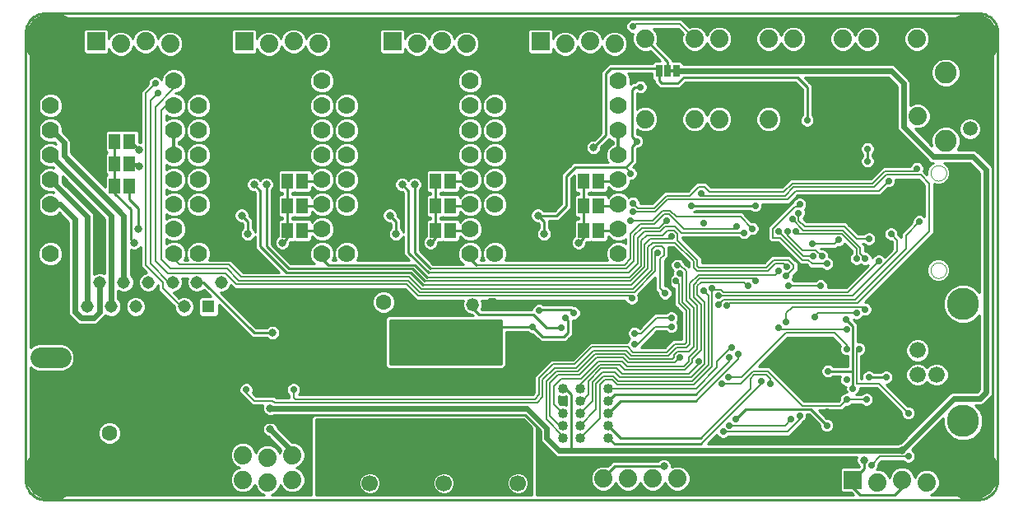
<source format=gbl>
G75*
G70*
%OFA0B0*%
%FSLAX24Y24*%
%IPPOS*%
%LPD*%
%AMOC8*
5,1,8,0,0,1.08239X$1,22.5*
%
%ADD10C,0.0100*%
%ADD11C,0.0660*%
%ADD12C,0.1300*%
%ADD13C,0.0886*%
%ADD14C,0.0594*%
%ADD15C,0.0740*%
%ADD16C,0.0000*%
%ADD17C,0.0700*%
%ADD18R,0.0740X0.0740*%
%ADD19R,0.0460X0.0630*%
%ADD20C,0.0669*%
%ADD21R,0.0250X0.0500*%
%ADD22R,0.0515X0.0515*%
%ADD23C,0.0515*%
%ADD24C,0.0825*%
%ADD25C,0.0400*%
%ADD26OC8,0.0630*%
%ADD27C,0.0630*%
%ADD28OC8,0.0520*%
%ADD29C,0.0520*%
%ADD30C,0.2250*%
%ADD31C,0.0420*%
%ADD32C,0.0317*%
%ADD33C,0.0277*%
%ADD34C,0.0240*%
%ADD35C,0.0160*%
%ADD36C,0.0080*%
%ADD37C,0.0120*%
%ADD38C,0.1000*%
D10*
X003344Y001458D02*
X003287Y001633D01*
X003280Y001725D01*
X011360Y001725D01*
X011360Y001634D02*
X011360Y001841D01*
X011439Y002032D01*
X011585Y002178D01*
X011728Y002237D01*
X011585Y002296D01*
X011439Y002443D01*
X011360Y002634D01*
X011360Y002841D01*
X011439Y003032D01*
X011585Y003178D01*
X011777Y003257D01*
X011983Y003257D01*
X012175Y003178D01*
X012321Y003032D01*
X012400Y002841D01*
X012400Y002837D01*
X012439Y002932D01*
X012585Y003078D01*
X012777Y003157D01*
X012983Y003157D01*
X013175Y003078D01*
X013321Y002932D01*
X013360Y002837D01*
X013360Y002841D01*
X013414Y002971D01*
X012898Y003487D01*
X012805Y003526D01*
X012719Y003613D01*
X012672Y003726D01*
X012672Y003849D01*
X012719Y003962D01*
X012805Y004049D01*
X012919Y004096D01*
X013041Y004096D01*
X013155Y004049D01*
X013241Y003962D01*
X013280Y003869D01*
X013892Y003257D01*
X013983Y003257D01*
X014175Y003178D01*
X014321Y003032D01*
X014400Y002841D01*
X014400Y002634D01*
X014321Y002443D01*
X014175Y002296D01*
X014032Y002237D01*
X014175Y002178D01*
X014321Y002032D01*
X014400Y001841D01*
X014400Y001634D01*
X014321Y001443D01*
X014175Y001296D01*
X013983Y001217D01*
X013777Y001217D01*
X013585Y001296D01*
X013439Y001443D01*
X013400Y001537D01*
X013400Y001534D01*
X013321Y001343D01*
X013175Y001196D01*
X013032Y001137D01*
X014630Y001137D01*
X014630Y004270D01*
X014727Y004367D01*
X013134Y004367D01*
X013041Y004329D01*
X012919Y004329D01*
X012805Y004376D01*
X012719Y004463D01*
X012672Y004576D01*
X012672Y004699D01*
X012692Y004747D01*
X012251Y004747D01*
X012140Y004859D01*
X011863Y005136D01*
X011846Y005143D01*
X011765Y005224D01*
X011721Y005330D01*
X011721Y005445D01*
X011765Y005551D01*
X011846Y005632D01*
X011953Y005676D01*
X012067Y005676D01*
X012174Y005632D01*
X012255Y005551D01*
X012299Y005445D01*
X012299Y005330D01*
X012272Y005264D01*
X012409Y005127D01*
X013159Y005127D01*
X013239Y005047D01*
X013740Y005047D01*
X013740Y005169D01*
X013685Y005224D01*
X013641Y005330D01*
X013641Y005445D01*
X013685Y005551D01*
X013766Y005632D01*
X013873Y005676D01*
X013987Y005676D01*
X014094Y005632D01*
X014175Y005551D01*
X014219Y005445D01*
X014219Y005330D01*
X014175Y005224D01*
X014138Y005187D01*
X023621Y005187D01*
X023690Y005256D01*
X023690Y005936D01*
X024250Y006496D01*
X024361Y006607D01*
X025241Y006607D01*
X025830Y007196D01*
X025941Y007307D01*
X027446Y007307D01*
X027485Y007401D01*
X027542Y007457D01*
X027495Y007504D01*
X027451Y007610D01*
X027451Y007725D01*
X027495Y007831D01*
X027576Y007912D01*
X027683Y007956D01*
X027797Y007956D01*
X027904Y007912D01*
X027945Y007871D01*
X028551Y008477D01*
X029012Y008477D01*
X029066Y008532D01*
X029173Y008576D01*
X029287Y008576D01*
X029394Y008532D01*
X029475Y008451D01*
X029519Y008345D01*
X029519Y008230D01*
X029475Y008124D01*
X029463Y008112D01*
X029475Y008101D01*
X029519Y007995D01*
X029519Y007880D01*
X029475Y007774D01*
X029394Y007693D01*
X029287Y007649D01*
X029173Y007649D01*
X029066Y007693D01*
X029012Y007747D01*
X028659Y007747D01*
X027999Y007087D01*
X028961Y007087D01*
X029190Y007316D01*
X029301Y007427D01*
X029650Y007427D01*
X029650Y008499D01*
X029461Y008687D01*
X029350Y008799D01*
X029350Y009494D01*
X029256Y009533D01*
X029175Y009614D01*
X029131Y009720D01*
X029131Y009835D01*
X029175Y009941D01*
X029256Y010022D01*
X029291Y010036D01*
X029291Y010145D01*
X029313Y010196D01*
X028970Y010196D01*
X028970Y010098D02*
X029291Y010098D01*
X029313Y010196D02*
X029235Y010274D01*
X029191Y010380D01*
X029191Y010495D01*
X029235Y010601D01*
X029316Y010682D01*
X029423Y010726D01*
X029537Y010726D01*
X029644Y010682D01*
X029725Y010601D01*
X029753Y010533D01*
X029770Y010516D01*
X029940Y010346D01*
X029940Y010509D01*
X029301Y011147D01*
X029120Y011147D01*
X029120Y010759D01*
X028970Y010609D01*
X028970Y009576D01*
X029037Y009576D01*
X029144Y009532D01*
X029225Y009451D01*
X029269Y009345D01*
X029269Y009230D01*
X029225Y009124D01*
X029144Y009043D01*
X029037Y008999D01*
X028923Y008999D01*
X028816Y009043D01*
X028735Y009124D01*
X028691Y009230D01*
X028691Y009307D01*
X028590Y009409D01*
X028590Y009919D01*
X027889Y009217D01*
X027919Y009145D01*
X027919Y009030D01*
X027875Y008924D01*
X027794Y008843D01*
X027687Y008799D01*
X027573Y008799D01*
X027466Y008843D01*
X027385Y008924D01*
X027355Y008997D01*
X021558Y008997D01*
X021590Y008919D01*
X021590Y008756D01*
X021541Y008637D01*
X023591Y008637D01*
X023591Y008645D01*
X023635Y008751D01*
X023716Y008832D01*
X023823Y008876D01*
X023937Y008876D01*
X024031Y008837D01*
X025213Y008837D01*
X025274Y008776D01*
X025337Y008776D01*
X025444Y008732D01*
X025525Y008651D01*
X025569Y008545D01*
X025569Y008430D01*
X025525Y008324D01*
X025444Y008243D01*
X025337Y008199D01*
X025230Y008199D01*
X025230Y007604D01*
X025080Y007454D01*
X024963Y007337D01*
X023927Y007337D01*
X023810Y007454D01*
X023810Y007454D01*
X023626Y007639D01*
X023563Y007639D01*
X023456Y007683D01*
X023402Y007737D01*
X022530Y007737D01*
X022530Y006354D01*
X022413Y006237D01*
X022247Y006237D01*
X017913Y006237D01*
X017747Y006237D01*
X017630Y006354D01*
X017630Y008270D01*
X017747Y008387D01*
X021197Y008387D01*
X021157Y008427D01*
X021098Y008427D01*
X020948Y008490D01*
X020832Y008605D01*
X020770Y008756D01*
X020770Y008919D01*
X020802Y008997D01*
X018901Y008997D01*
X018790Y009109D01*
X018431Y009467D01*
X011531Y009467D01*
X011420Y009579D01*
X011387Y009611D01*
X011341Y009499D01*
X011226Y009384D01*
X011076Y009322D01*
X010978Y009322D01*
X012413Y007887D01*
X012844Y007887D01*
X012905Y007949D01*
X013019Y007996D01*
X013141Y007996D01*
X013255Y007949D01*
X013341Y007862D01*
X013388Y007749D01*
X013388Y007626D01*
X013341Y007513D01*
X013255Y007426D01*
X013141Y007379D01*
X013019Y007379D01*
X012905Y007426D01*
X012844Y007487D01*
X012247Y007487D01*
X012130Y007604D01*
X010895Y008839D01*
X010895Y008426D01*
X010807Y008338D01*
X010168Y008338D01*
X010080Y008426D01*
X010080Y009065D01*
X010168Y009153D01*
X010582Y009153D01*
X010296Y009438D01*
X010242Y009384D01*
X010092Y009322D01*
X009930Y009322D01*
X009780Y009384D01*
X009666Y009499D01*
X009604Y009648D01*
X009604Y009810D01*
X009640Y009897D01*
X009398Y009897D01*
X009434Y009810D01*
X009434Y009648D01*
X009372Y009499D01*
X009258Y009384D01*
X009108Y009322D01*
X009064Y009322D01*
X009289Y009097D01*
X009422Y009153D01*
X009584Y009153D01*
X009734Y009091D01*
X009849Y008976D01*
X009911Y008826D01*
X009911Y008664D01*
X009849Y008514D01*
X009734Y008400D01*
X009584Y008338D01*
X009422Y008338D01*
X009272Y008400D01*
X009158Y008514D01*
X009096Y008664D01*
X009096Y008753D01*
X008551Y009297D01*
X008440Y009409D01*
X008440Y009624D01*
X008388Y009499D01*
X008273Y009384D01*
X008124Y009322D01*
X007962Y009322D01*
X007812Y009384D01*
X007697Y009499D01*
X007635Y009648D01*
X007635Y009810D01*
X007697Y009960D01*
X007812Y010075D01*
X007962Y010137D01*
X007962Y010137D01*
X007851Y010247D01*
X007740Y010359D01*
X007740Y011161D01*
X007655Y011076D01*
X007541Y011029D01*
X007419Y011029D01*
X007328Y011066D01*
X007328Y010036D01*
X007404Y009960D01*
X007466Y009810D01*
X007466Y009648D01*
X007404Y009499D01*
X007289Y009384D01*
X007139Y009322D01*
X006977Y009322D01*
X006828Y009384D01*
X006820Y009391D01*
X006820Y009051D01*
X006896Y008976D01*
X006958Y008826D01*
X006958Y008664D01*
X006896Y008514D01*
X006781Y008400D01*
X006632Y008338D01*
X006469Y008338D01*
X006320Y008400D01*
X006314Y008405D01*
X006303Y008378D01*
X006059Y008134D01*
X005983Y008058D01*
X005884Y008017D01*
X005276Y008017D01*
X005177Y008058D01*
X004927Y008308D01*
X004851Y008384D01*
X004810Y008484D01*
X004810Y012175D01*
X004443Y012543D01*
X004363Y012463D01*
X004179Y012387D01*
X003981Y012387D01*
X003797Y012463D01*
X003656Y012604D01*
X003580Y012788D01*
X003580Y012987D01*
X003656Y013171D01*
X003797Y013311D01*
X003981Y013387D01*
X004179Y013387D01*
X003981Y013387D01*
X003797Y013463D01*
X003656Y013604D01*
X003580Y013788D01*
X003580Y013987D01*
X003656Y014171D01*
X003797Y014311D01*
X003981Y014387D01*
X004179Y014387D01*
X003981Y014387D01*
X003797Y014463D01*
X003656Y014604D01*
X003580Y014788D01*
X003580Y014987D01*
X003656Y015171D01*
X003797Y015311D01*
X003981Y015387D01*
X004179Y015387D01*
X003981Y015387D01*
X003797Y015463D01*
X003656Y015604D01*
X003580Y015788D01*
X003580Y015987D01*
X003656Y016171D01*
X003797Y016311D01*
X003981Y016387D01*
X004179Y016387D01*
X003981Y016387D01*
X003797Y016463D01*
X003656Y016604D01*
X003580Y016788D01*
X003580Y016987D01*
X003656Y017171D01*
X003797Y017311D01*
X003981Y017387D01*
X004179Y017387D01*
X004363Y017311D01*
X004504Y017171D01*
X004580Y016987D01*
X004580Y016788D01*
X004504Y016604D01*
X004363Y016463D01*
X004179Y016387D01*
X004363Y016311D01*
X004504Y016171D01*
X004580Y015987D01*
X004580Y015819D01*
X004783Y015616D01*
X004859Y015540D01*
X004900Y015441D01*
X004900Y014977D01*
X006300Y013577D01*
X006300Y014014D01*
X006373Y014087D01*
X006300Y014160D01*
X006300Y014914D01*
X006373Y014987D01*
X006300Y015060D01*
X006300Y015814D01*
X006388Y015902D01*
X006972Y015902D01*
X006980Y015894D01*
X006988Y015902D01*
X007572Y015902D01*
X007660Y015814D01*
X007660Y015406D01*
X007740Y015406D01*
X007740Y017466D01*
X008041Y017767D01*
X008041Y017845D01*
X008085Y017951D01*
X008166Y018032D01*
X008273Y018076D01*
X008387Y018076D01*
X008494Y018032D01*
X008575Y017951D01*
X008580Y017938D01*
X008580Y017987D01*
X008656Y018171D01*
X008797Y018311D01*
X008981Y018387D01*
X009179Y018387D01*
X009363Y018311D01*
X009504Y018171D01*
X009580Y017987D01*
X009580Y017788D01*
X009504Y017604D01*
X009363Y017463D01*
X009179Y017387D01*
X009149Y017387D01*
X009149Y017387D01*
X009179Y017387D01*
X009363Y017311D01*
X009504Y017171D01*
X009580Y016987D01*
X009580Y016788D01*
X009656Y016604D01*
X009797Y016463D01*
X009981Y016387D01*
X010179Y016387D01*
X010363Y016463D01*
X010504Y016604D01*
X010580Y016788D01*
X010580Y016987D01*
X010504Y017171D01*
X010363Y017311D01*
X010179Y017387D01*
X009981Y017387D01*
X009797Y017311D01*
X009656Y017171D01*
X009580Y016987D01*
X009580Y016788D01*
X009504Y016604D01*
X009363Y016463D01*
X009179Y016387D01*
X008981Y016387D01*
X008797Y016463D01*
X008770Y016490D01*
X008770Y016284D01*
X008797Y016311D01*
X008981Y016387D01*
X009179Y016387D01*
X009363Y016311D01*
X009504Y016171D01*
X009580Y015987D01*
X009580Y015788D01*
X009656Y015604D01*
X009797Y015463D01*
X009981Y015387D01*
X010179Y015387D01*
X010363Y015463D01*
X010504Y015604D01*
X010580Y015788D01*
X010580Y015987D01*
X010504Y016171D01*
X010363Y016311D01*
X010179Y016387D01*
X009981Y016387D01*
X009797Y016311D01*
X009656Y016171D01*
X009580Y015987D01*
X009580Y015788D01*
X009504Y015604D01*
X009363Y015463D01*
X009290Y015433D01*
X009290Y015342D01*
X009363Y015311D01*
X009504Y015171D01*
X009580Y014987D01*
X009580Y014788D01*
X009656Y014604D01*
X009797Y014463D01*
X009981Y014387D01*
X010179Y014387D01*
X010363Y014463D01*
X010504Y014604D01*
X010580Y014788D01*
X010580Y014987D01*
X010504Y015171D01*
X010363Y015311D01*
X010179Y015387D01*
X009981Y015387D01*
X009797Y015311D01*
X009656Y015171D01*
X009580Y014987D01*
X009580Y014788D01*
X009504Y014604D01*
X009363Y014463D01*
X009179Y014387D01*
X008981Y014387D01*
X008797Y014463D01*
X008770Y014490D01*
X008770Y014284D01*
X008797Y014311D01*
X008981Y014387D01*
X009179Y014387D01*
X009363Y014311D01*
X009504Y014171D01*
X009580Y013987D01*
X009580Y013788D01*
X009656Y013604D01*
X009797Y013463D01*
X009981Y013387D01*
X010179Y013387D01*
X010363Y013463D01*
X010504Y013604D01*
X010580Y013788D01*
X010580Y013987D01*
X010504Y014171D01*
X010363Y014311D01*
X010179Y014387D01*
X009981Y014387D01*
X009797Y014311D01*
X009656Y014171D01*
X009580Y013987D01*
X009580Y013788D01*
X009504Y013604D01*
X009363Y013463D01*
X009179Y013387D01*
X008981Y013387D01*
X008797Y013463D01*
X008770Y013490D01*
X008770Y013284D01*
X008797Y013311D01*
X008981Y013387D01*
X009179Y013387D01*
X009363Y013311D01*
X009504Y013171D01*
X009580Y012987D01*
X009580Y012788D01*
X009656Y012604D01*
X009797Y012463D01*
X009981Y012387D01*
X010179Y012387D01*
X010363Y012463D01*
X010504Y012604D01*
X010580Y012788D01*
X010580Y012987D01*
X010504Y013171D01*
X010363Y013311D01*
X010179Y013387D01*
X009981Y013387D01*
X009797Y013311D01*
X009656Y013171D01*
X009580Y012987D01*
X009580Y012788D01*
X009504Y012604D01*
X009363Y012463D01*
X009179Y012387D01*
X008981Y012387D01*
X008797Y012463D01*
X008770Y012490D01*
X008770Y012284D01*
X008797Y012311D01*
X008981Y012387D01*
X009179Y012387D01*
X009363Y012311D01*
X009504Y012171D01*
X009580Y011987D01*
X009580Y011788D01*
X009504Y011604D01*
X009363Y011463D01*
X009179Y011387D01*
X008981Y011387D01*
X008797Y011463D01*
X008770Y011490D01*
X008770Y011284D01*
X008797Y011311D01*
X008981Y011387D01*
X009179Y011387D01*
X009363Y011311D01*
X009504Y011171D01*
X009580Y010987D01*
X009580Y010788D01*
X009518Y010637D01*
X009642Y010637D01*
X009580Y010788D01*
X009580Y010987D01*
X009656Y011171D01*
X009797Y011311D01*
X009981Y011387D01*
X010179Y011387D01*
X010363Y011311D01*
X010504Y011171D01*
X010580Y010987D01*
X010580Y010788D01*
X010518Y010637D01*
X011399Y010637D01*
X011899Y010137D01*
X013347Y010137D01*
X012380Y011104D01*
X012380Y011606D01*
X012341Y011513D01*
X012255Y011426D01*
X012141Y011379D01*
X012019Y011379D01*
X011905Y011426D01*
X011819Y011513D01*
X011772Y011626D01*
X011772Y011749D01*
X011819Y011862D01*
X011880Y011923D01*
X011880Y012104D01*
X011856Y012129D01*
X011769Y012129D01*
X011655Y012176D01*
X011569Y012263D01*
X011522Y012376D01*
X011522Y012499D01*
X011569Y012612D01*
X011655Y012699D01*
X011769Y012746D01*
X011891Y012746D01*
X012005Y012699D01*
X012091Y012612D01*
X012138Y012499D01*
X012138Y012412D01*
X012280Y012270D01*
X012280Y011923D01*
X012341Y011862D01*
X012380Y011769D01*
X012380Y013354D01*
X012356Y013379D01*
X012269Y013379D01*
X012155Y013426D01*
X012069Y013513D01*
X012022Y013626D01*
X012022Y013749D01*
X012069Y013862D01*
X012155Y013949D01*
X012269Y013996D01*
X012391Y013996D01*
X012505Y013949D01*
X012580Y013873D01*
X012655Y013949D01*
X012769Y013996D01*
X012891Y013996D01*
X013005Y013949D01*
X013091Y013862D01*
X013138Y013749D01*
X013138Y013626D01*
X013091Y013513D01*
X013030Y013451D01*
X013030Y011270D01*
X013823Y010477D01*
X014783Y010477D01*
X014656Y010604D01*
X014580Y010788D01*
X014580Y010987D01*
X014656Y011171D01*
X014797Y011311D01*
X014981Y011387D01*
X015179Y011387D01*
X015363Y011463D01*
X015504Y011604D01*
X015580Y011788D01*
X015580Y011987D01*
X015504Y012171D01*
X015363Y012311D01*
X015179Y012387D01*
X014981Y012387D01*
X014797Y012311D01*
X014660Y012174D01*
X014660Y012214D01*
X014572Y012302D01*
X013988Y012302D01*
X013980Y012294D01*
X013972Y012302D01*
X013880Y012302D01*
X013880Y012372D01*
X013972Y012372D01*
X013980Y012380D01*
X013988Y012372D01*
X014572Y012372D01*
X014660Y012460D01*
X014660Y012600D01*
X014797Y012463D01*
X014981Y012387D01*
X015179Y012387D01*
X015363Y012463D01*
X015504Y012604D01*
X015580Y012788D01*
X015580Y012987D01*
X015504Y013171D01*
X015363Y013311D01*
X015179Y013387D01*
X015363Y013463D01*
X015504Y013604D01*
X015580Y013788D01*
X015580Y013987D01*
X015504Y014171D01*
X015363Y014311D01*
X015179Y014387D01*
X014981Y014387D01*
X014797Y014311D01*
X014660Y014174D01*
X014660Y014214D01*
X014572Y014302D01*
X013988Y014302D01*
X013980Y014294D01*
X013972Y014302D01*
X013388Y014302D01*
X013300Y014214D01*
X013300Y013460D01*
X013388Y013372D01*
X013480Y013372D01*
X013480Y013302D01*
X013388Y013302D01*
X013300Y013214D01*
X013300Y012460D01*
X013388Y012372D01*
X013480Y012372D01*
X013480Y012302D01*
X013388Y012302D01*
X013300Y012214D01*
X013300Y011593D01*
X013219Y011512D01*
X013172Y011399D01*
X013172Y011276D01*
X013219Y011163D01*
X013305Y011076D01*
X013419Y011029D01*
X013541Y011029D01*
X013655Y011076D01*
X013741Y011163D01*
X013788Y011276D01*
X013788Y011363D01*
X013798Y011372D01*
X013972Y011372D01*
X013980Y011380D01*
X013988Y011372D01*
X014572Y011372D01*
X014660Y011460D01*
X014660Y011600D01*
X014797Y011463D01*
X014981Y011387D01*
X015179Y011387D01*
X015363Y011311D01*
X015504Y011171D01*
X015580Y010987D01*
X015580Y010788D01*
X015518Y010637D01*
X015642Y010637D01*
X015580Y010788D01*
X015580Y010987D01*
X015656Y011171D01*
X015797Y011311D01*
X015981Y011387D01*
X016179Y011387D01*
X016363Y011311D01*
X016504Y011171D01*
X016580Y010987D01*
X016580Y010788D01*
X016518Y010637D01*
X018597Y010637D01*
X018380Y010854D01*
X018380Y011606D01*
X018341Y011513D01*
X018255Y011426D01*
X018141Y011379D01*
X018019Y011379D01*
X017905Y011426D01*
X017819Y011513D01*
X017772Y011626D01*
X017772Y011749D01*
X017819Y011862D01*
X017880Y011923D01*
X017880Y012104D01*
X017856Y012129D01*
X017769Y012129D01*
X017655Y012176D01*
X017569Y012263D01*
X017522Y012376D01*
X017522Y012499D01*
X017569Y012612D01*
X017655Y012699D01*
X017769Y012746D01*
X017891Y012746D01*
X018005Y012699D01*
X018091Y012612D01*
X018138Y012499D01*
X018138Y012412D01*
X018280Y012270D01*
X018280Y011923D01*
X018341Y011862D01*
X018380Y011769D01*
X018380Y013354D01*
X018356Y013379D01*
X018269Y013379D01*
X018155Y013426D01*
X018069Y013513D01*
X018022Y013626D01*
X018022Y013749D01*
X018069Y013862D01*
X018155Y013949D01*
X018269Y013996D01*
X018391Y013996D01*
X018505Y013949D01*
X018580Y013873D01*
X018655Y013949D01*
X018769Y013996D01*
X018891Y013996D01*
X019005Y013949D01*
X019091Y013862D01*
X019138Y013749D01*
X019138Y013626D01*
X019091Y013513D01*
X019030Y013451D01*
X019030Y011020D01*
X019583Y010467D01*
X020793Y010467D01*
X020656Y010604D01*
X020580Y010788D01*
X020580Y010987D01*
X020656Y011171D01*
X020797Y011311D01*
X020981Y011387D01*
X021179Y011387D01*
X021363Y011463D01*
X021504Y011604D01*
X021580Y011788D01*
X021580Y011987D01*
X021504Y012171D01*
X021363Y012311D01*
X021179Y012387D01*
X021363Y012463D01*
X021504Y012604D01*
X021580Y012788D01*
X021580Y012987D01*
X021504Y013171D01*
X021363Y013311D01*
X021179Y013387D01*
X021363Y013463D01*
X021504Y013604D01*
X021580Y013788D01*
X021580Y013987D01*
X021504Y014171D01*
X021363Y014311D01*
X021179Y014387D01*
X020981Y014387D01*
X020797Y014311D01*
X020660Y014174D01*
X020660Y014214D01*
X020572Y014302D01*
X019988Y014302D01*
X019980Y014294D01*
X019972Y014302D01*
X019388Y014302D01*
X019300Y014214D01*
X019300Y013460D01*
X019388Y013372D01*
X019480Y013372D01*
X019480Y013302D01*
X019388Y013302D01*
X019300Y013214D01*
X019300Y012460D01*
X019388Y012372D01*
X019480Y012372D01*
X019480Y012302D01*
X019388Y012302D01*
X019300Y012214D01*
X019300Y011593D01*
X019219Y011512D01*
X019172Y011399D01*
X019172Y011276D01*
X019219Y011163D01*
X019305Y011076D01*
X019419Y011029D01*
X019541Y011029D01*
X019655Y011076D01*
X019741Y011163D01*
X019788Y011276D01*
X019788Y011363D01*
X019798Y011372D01*
X019972Y011372D01*
X019980Y011380D01*
X019988Y011372D01*
X020572Y011372D01*
X020660Y011460D01*
X020660Y011600D01*
X020797Y011463D01*
X020981Y011387D01*
X021179Y011387D01*
X021363Y011311D01*
X021504Y011171D01*
X021580Y010987D01*
X021580Y010788D01*
X021513Y010627D01*
X021647Y010627D01*
X021580Y010788D01*
X021580Y010987D01*
X021656Y011171D01*
X021797Y011311D01*
X021981Y011387D01*
X022179Y011387D01*
X022363Y011311D01*
X022504Y011171D01*
X022580Y010987D01*
X022580Y010788D01*
X022513Y010627D01*
X026647Y010627D01*
X026580Y010788D01*
X026580Y010987D01*
X026656Y011171D01*
X026797Y011311D01*
X026981Y011387D01*
X027179Y011387D01*
X027363Y011311D01*
X027390Y011284D01*
X027390Y011490D01*
X027363Y011463D01*
X027179Y011387D01*
X026981Y011387D01*
X026797Y011463D01*
X026660Y011600D01*
X026660Y011460D01*
X026572Y011372D01*
X025988Y011372D01*
X025980Y011380D01*
X025972Y011372D01*
X025798Y011372D01*
X025788Y011363D01*
X025788Y011276D01*
X025741Y011163D01*
X025655Y011076D01*
X025541Y011029D01*
X025419Y011029D01*
X025305Y011076D01*
X025219Y011163D01*
X025172Y011276D01*
X025172Y011399D01*
X025219Y011512D01*
X025300Y011593D01*
X025300Y012214D01*
X025388Y012302D01*
X025480Y012302D01*
X025480Y012372D01*
X025388Y012372D01*
X025300Y012460D01*
X025300Y013214D01*
X025388Y013302D01*
X025480Y013302D01*
X025480Y013372D01*
X025388Y013372D01*
X025300Y013460D01*
X025300Y014074D01*
X025180Y013954D01*
X025180Y012754D01*
X025063Y012637D01*
X024663Y012237D01*
X024280Y012237D01*
X024280Y011923D01*
X024341Y011862D01*
X024388Y011749D01*
X024388Y011626D01*
X024341Y011513D01*
X024255Y011426D01*
X024141Y011379D01*
X024019Y011379D01*
X023905Y011426D01*
X023819Y011513D01*
X023772Y011626D01*
X023772Y011749D01*
X023819Y011862D01*
X023880Y011923D01*
X023880Y012104D01*
X023856Y012129D01*
X023769Y012129D01*
X023655Y012176D01*
X023569Y012263D01*
X023522Y012376D01*
X023522Y012499D01*
X023569Y012612D01*
X023655Y012699D01*
X023769Y012746D01*
X023891Y012746D01*
X024005Y012699D01*
X024066Y012637D01*
X024497Y012637D01*
X024780Y012920D01*
X024780Y014120D01*
X025130Y014470D01*
X025247Y014587D01*
X026673Y014587D01*
X026656Y014604D01*
X026580Y014788D01*
X026580Y014987D01*
X026656Y015171D01*
X026797Y015311D01*
X026870Y015342D01*
X026870Y015433D01*
X026797Y015463D01*
X026718Y015542D01*
X026388Y015213D01*
X026388Y015126D01*
X026341Y015013D01*
X026255Y014926D01*
X026141Y014879D01*
X026019Y014879D01*
X025905Y014926D01*
X025819Y015013D01*
X025772Y015126D01*
X025772Y015249D01*
X025819Y015362D01*
X025905Y015449D01*
X026019Y015496D01*
X026106Y015496D01*
X026380Y015770D01*
X026380Y018270D01*
X026497Y018387D01*
X026497Y018387D01*
X026580Y018470D01*
X026580Y018470D01*
X026697Y018587D01*
X028455Y018587D01*
X028455Y018599D01*
X028543Y018687D01*
X028785Y018687D01*
X028365Y019106D01*
X028271Y019067D01*
X028064Y019067D01*
X027873Y019146D01*
X027727Y019293D01*
X027648Y019484D01*
X027648Y019691D01*
X027692Y019799D01*
X027623Y019799D01*
X027516Y019843D01*
X027435Y019924D01*
X027391Y020030D01*
X027391Y020145D01*
X003375Y020145D01*
X003344Y020102D02*
X003452Y020250D01*
X003601Y020358D01*
X003776Y020415D01*
X003867Y020422D01*
X041663Y020422D01*
X041755Y020415D01*
X041929Y020358D01*
X042078Y020250D01*
X042186Y020102D01*
X042243Y019927D01*
X042250Y019835D01*
X042250Y001725D01*
X040100Y001725D01*
X040100Y001741D02*
X040021Y001932D01*
X039875Y002078D01*
X039683Y002157D01*
X039477Y002157D01*
X039285Y002078D01*
X039139Y001932D01*
X039100Y001837D01*
X039100Y001841D01*
X039021Y002032D01*
X038875Y002178D01*
X038683Y002257D01*
X038477Y002257D01*
X038285Y002178D01*
X038139Y002032D01*
X038060Y001841D01*
X038060Y001837D01*
X038021Y001932D01*
X037875Y002078D01*
X037683Y002157D01*
X037558Y002157D01*
X037575Y002174D01*
X037619Y002280D01*
X037619Y002357D01*
X037759Y002497D01*
X038612Y002497D01*
X038666Y002443D01*
X038773Y002399D01*
X038887Y002399D01*
X038994Y002443D01*
X039075Y002524D01*
X039119Y002630D01*
X039119Y002745D01*
X039075Y002851D01*
X038994Y002932D01*
X038967Y002943D01*
X040250Y004225D01*
X040250Y003958D01*
X040372Y003664D01*
X040597Y003439D01*
X040891Y003317D01*
X041209Y003317D01*
X041503Y003439D01*
X041728Y003664D01*
X041850Y003958D01*
X041850Y004276D01*
X041728Y004570D01*
X041531Y004767D01*
X041784Y004767D01*
X041883Y004808D01*
X042209Y005134D01*
X042250Y005234D01*
X042250Y014341D01*
X042209Y014440D01*
X042133Y014516D01*
X041583Y015066D01*
X041484Y015107D01*
X040832Y015107D01*
X040848Y015123D01*
X040939Y015341D01*
X040939Y015577D01*
X040848Y015795D01*
X040682Y015962D01*
X040464Y016052D01*
X040228Y016052D01*
X040010Y015962D01*
X039843Y015795D01*
X039753Y015577D01*
X039753Y015341D01*
X039785Y015264D01*
X039098Y015951D01*
X039107Y015947D01*
X039313Y015947D01*
X039505Y016026D01*
X039651Y016173D01*
X039730Y016364D01*
X039730Y016571D01*
X039651Y016762D01*
X039505Y016908D01*
X039313Y016987D01*
X039107Y016987D01*
X038915Y016908D01*
X038900Y016893D01*
X038900Y017841D01*
X038859Y017940D01*
X038783Y018016D01*
X038283Y018516D01*
X038184Y018557D01*
X029705Y018557D01*
X029705Y018599D01*
X029617Y018687D01*
X029280Y018687D01*
X029280Y018758D01*
X028648Y019389D01*
X028687Y019484D01*
X028687Y019691D01*
X028608Y019882D01*
X028493Y019997D01*
X029501Y019997D01*
X029694Y019804D01*
X029648Y019691D01*
X029648Y019484D01*
X029727Y019293D01*
X029873Y019146D01*
X030064Y019067D01*
X030271Y019067D01*
X030462Y019146D01*
X030608Y019293D01*
X030668Y019436D01*
X030727Y019293D01*
X030873Y019146D01*
X031064Y019067D01*
X031271Y019067D01*
X031462Y019146D01*
X031608Y019293D01*
X031687Y019484D01*
X031687Y019691D01*
X031608Y019882D01*
X031462Y020028D01*
X031271Y020107D01*
X031064Y020107D01*
X030873Y020028D01*
X030727Y019882D01*
X030668Y019739D01*
X030608Y019882D01*
X030462Y020028D01*
X030271Y020107D01*
X030064Y020107D01*
X029968Y020068D01*
X029659Y020377D01*
X027701Y020377D01*
X027700Y020376D01*
X027623Y020376D01*
X027516Y020332D01*
X027435Y020251D01*
X027391Y020145D01*
X027391Y020046D02*
X003326Y020046D01*
X003344Y020102D02*
X003287Y019927D01*
X003280Y019835D01*
X003280Y007095D01*
X003349Y007164D01*
X003556Y007250D01*
X004604Y007250D01*
X004811Y007164D01*
X004969Y007006D01*
X005055Y006799D01*
X005055Y006575D01*
X004969Y006369D01*
X004811Y006210D01*
X004604Y006125D01*
X003556Y006125D01*
X003349Y006210D01*
X003280Y006279D01*
X003280Y001725D01*
X003289Y001627D02*
X011363Y001627D01*
X011360Y001634D02*
X011439Y001443D01*
X011585Y001296D01*
X011777Y001217D01*
X011983Y001217D01*
X012175Y001296D01*
X012321Y001443D01*
X012360Y001537D01*
X012360Y001534D01*
X012439Y001343D01*
X012585Y001196D01*
X012728Y001137D01*
X003867Y001137D01*
X003776Y001145D01*
X003601Y001201D01*
X003452Y001309D01*
X003344Y001458D01*
X003365Y001430D02*
X011452Y001430D01*
X011404Y001528D02*
X003321Y001528D01*
X003436Y001331D02*
X011551Y001331D01*
X011739Y001233D02*
X003557Y001233D01*
X003867Y000937D02*
X041663Y000937D01*
X041663Y001137D02*
X039732Y001137D01*
X039875Y001196D01*
X040021Y001343D01*
X040100Y001534D01*
X040100Y001741D01*
X040066Y001824D02*
X042250Y001824D01*
X042250Y001922D02*
X040025Y001922D01*
X039932Y002021D02*
X042250Y002021D01*
X042250Y002119D02*
X039775Y002119D01*
X039385Y002119D02*
X038933Y002119D01*
X039025Y002021D02*
X039228Y002021D01*
X039135Y001922D02*
X039066Y001922D01*
X038779Y002218D02*
X042250Y002218D01*
X042250Y002316D02*
X037619Y002316D01*
X037593Y002218D02*
X038381Y002218D01*
X038227Y002119D02*
X037775Y002119D01*
X037932Y002021D02*
X038135Y002021D01*
X038094Y001922D02*
X038025Y001922D01*
X038580Y001737D02*
X038580Y001437D01*
X038280Y001137D01*
X036880Y001137D01*
X036580Y001437D01*
X036580Y001737D01*
X037030Y002187D01*
X037030Y002537D01*
X036815Y002316D02*
X029238Y002316D01*
X029238Y002349D02*
X029191Y002462D01*
X029105Y002549D01*
X028991Y002596D01*
X028869Y002596D01*
X028755Y002549D01*
X028694Y002487D01*
X026847Y002487D01*
X026730Y002370D01*
X026643Y002283D01*
X026583Y002307D01*
X026377Y002307D01*
X026185Y002228D01*
X026039Y002082D01*
X025960Y001891D01*
X025960Y001684D01*
X026039Y001493D01*
X026185Y001346D01*
X026377Y001267D01*
X026583Y001267D01*
X026775Y001346D01*
X026921Y001493D01*
X026980Y001636D01*
X027039Y001493D01*
X027185Y001346D01*
X027377Y001267D01*
X027583Y001267D01*
X027775Y001346D01*
X027921Y001493D01*
X027980Y001636D01*
X028039Y001493D01*
X028185Y001346D01*
X028377Y001267D01*
X028583Y001267D01*
X028775Y001346D01*
X028921Y001493D01*
X028980Y001636D01*
X029039Y001493D01*
X029185Y001346D01*
X029377Y001267D01*
X029583Y001267D01*
X029775Y001346D01*
X029921Y001493D01*
X030000Y001684D01*
X030000Y001891D01*
X029921Y002082D01*
X029775Y002228D01*
X029583Y002307D01*
X029377Y002307D01*
X029238Y002250D01*
X029238Y002349D01*
X029211Y002415D02*
X036747Y002415D01*
X036769Y002363D02*
X036830Y002301D01*
X036830Y002270D01*
X036817Y002257D01*
X036148Y002257D01*
X036060Y002169D01*
X036060Y001305D01*
X036148Y001217D01*
X036517Y001217D01*
X036597Y001137D01*
X023780Y001137D01*
X023780Y003855D01*
X023910Y003725D01*
X023910Y003384D01*
X023951Y003284D01*
X024027Y003208D01*
X024527Y002708D01*
X024626Y002667D01*
X036750Y002667D01*
X036722Y002599D01*
X036722Y002476D01*
X036769Y002363D01*
X036722Y002513D02*
X029140Y002513D01*
X028930Y002287D02*
X026930Y002287D01*
X026480Y001837D01*
X026480Y001787D01*
X026014Y002021D02*
X023780Y002021D01*
X023780Y002119D02*
X026077Y002119D01*
X026175Y002218D02*
X023780Y002218D01*
X023780Y002316D02*
X026676Y002316D01*
X026775Y002415D02*
X023780Y002415D01*
X023780Y002513D02*
X028720Y002513D01*
X029785Y002218D02*
X036108Y002218D01*
X036060Y002119D02*
X029883Y002119D01*
X029946Y002021D02*
X036060Y002021D01*
X036060Y001922D02*
X029987Y001922D01*
X030000Y001824D02*
X036060Y001824D01*
X036060Y001725D02*
X030000Y001725D01*
X029976Y001627D02*
X036060Y001627D01*
X036060Y001528D02*
X029936Y001528D01*
X029858Y001430D02*
X036060Y001430D01*
X036060Y001331D02*
X029738Y001331D01*
X030330Y001137D02*
X030630Y001437D01*
X030330Y001137D02*
X025730Y001137D01*
X025430Y001437D01*
X025430Y001737D01*
X025480Y001787D01*
X025430Y001737D02*
X025280Y001737D01*
X023930Y003087D01*
X023930Y003737D01*
X023300Y004367D01*
X014660Y004367D01*
X014294Y004001D01*
X013564Y004001D01*
X013560Y003997D01*
X013355Y003794D02*
X014630Y003794D01*
X014630Y003892D02*
X013270Y003892D01*
X013213Y003991D02*
X014630Y003991D01*
X014630Y004089D02*
X013057Y004089D01*
X012903Y004089D02*
X006604Y004089D01*
X006572Y004102D02*
X006388Y004102D01*
X006217Y004032D01*
X006086Y003901D01*
X006015Y003730D01*
X006015Y003545D01*
X006086Y003374D01*
X006217Y003243D01*
X006388Y003172D01*
X006572Y003172D01*
X006743Y003243D01*
X006874Y003374D01*
X006945Y003545D01*
X006945Y003730D01*
X006874Y003901D01*
X006743Y004032D01*
X006572Y004102D01*
X006356Y004089D02*
X003280Y004089D01*
X003280Y003991D02*
X006176Y003991D01*
X006082Y003892D02*
X003280Y003892D01*
X003280Y003794D02*
X006042Y003794D01*
X006015Y003695D02*
X003280Y003695D01*
X003280Y003597D02*
X006015Y003597D01*
X006034Y003498D02*
X003280Y003498D01*
X003280Y003400D02*
X006075Y003400D01*
X006158Y003301D02*
X003280Y003301D01*
X003280Y003203D02*
X006314Y003203D01*
X006646Y003203D02*
X011645Y003203D01*
X011512Y003104D02*
X003280Y003104D01*
X003280Y003006D02*
X011428Y003006D01*
X011388Y002907D02*
X003280Y002907D01*
X003280Y002809D02*
X011360Y002809D01*
X011360Y002710D02*
X003280Y002710D01*
X003280Y002612D02*
X011369Y002612D01*
X011410Y002513D02*
X003280Y002513D01*
X003280Y002415D02*
X011467Y002415D01*
X011566Y002316D02*
X003280Y002316D01*
X003280Y002218D02*
X011681Y002218D01*
X011527Y002119D02*
X003280Y002119D01*
X003280Y002021D02*
X011435Y002021D01*
X011394Y001922D02*
X003280Y001922D01*
X003280Y001824D02*
X011360Y001824D01*
X012209Y001331D02*
X012451Y001331D01*
X012403Y001430D02*
X012308Y001430D01*
X012356Y001528D02*
X012362Y001528D01*
X012549Y001233D02*
X012021Y001233D01*
X013211Y001233D02*
X013739Y001233D01*
X013551Y001331D02*
X013309Y001331D01*
X013357Y001430D02*
X013452Y001430D01*
X013404Y001528D02*
X013398Y001528D01*
X014021Y001233D02*
X014630Y001233D01*
X014630Y001331D02*
X014209Y001331D01*
X014308Y001430D02*
X014630Y001430D01*
X014630Y001528D02*
X014356Y001528D01*
X014397Y001627D02*
X014630Y001627D01*
X014630Y001725D02*
X014400Y001725D01*
X014400Y001824D02*
X014630Y001824D01*
X014630Y001922D02*
X014366Y001922D01*
X014325Y002021D02*
X014630Y002021D01*
X014630Y002119D02*
X014233Y002119D01*
X014079Y002218D02*
X014630Y002218D01*
X014630Y002316D02*
X014194Y002316D01*
X014293Y002415D02*
X014630Y002415D01*
X014630Y002513D02*
X014350Y002513D01*
X014391Y002612D02*
X014630Y002612D01*
X014630Y002710D02*
X014400Y002710D01*
X014400Y002809D02*
X014630Y002809D01*
X014630Y002907D02*
X014372Y002907D01*
X014332Y003006D02*
X014630Y003006D01*
X014630Y003104D02*
X014248Y003104D01*
X014115Y003203D02*
X014630Y003203D01*
X014630Y003301D02*
X013848Y003301D01*
X013749Y003400D02*
X014630Y003400D01*
X014630Y003498D02*
X013651Y003498D01*
X013552Y003597D02*
X014630Y003597D01*
X014630Y003695D02*
X013454Y003695D01*
X012986Y003400D02*
X006885Y003400D01*
X006926Y003498D02*
X012872Y003498D01*
X012734Y003597D02*
X006945Y003597D01*
X006945Y003695D02*
X012684Y003695D01*
X012672Y003794D02*
X006918Y003794D01*
X006878Y003892D02*
X012690Y003892D01*
X012747Y003991D02*
X006784Y003991D01*
X006802Y003301D02*
X013084Y003301D01*
X013183Y003203D02*
X012115Y003203D01*
X012248Y003104D02*
X012649Y003104D01*
X012513Y003006D02*
X012332Y003006D01*
X012372Y002907D02*
X012429Y002907D01*
X013111Y003104D02*
X013281Y003104D01*
X013247Y003006D02*
X013380Y003006D01*
X013388Y002907D02*
X013331Y002907D01*
X014830Y002907D02*
X023580Y002907D01*
X023580Y002809D02*
X014830Y002809D01*
X014830Y002710D02*
X023580Y002710D01*
X023580Y002612D02*
X014830Y002612D01*
X014830Y002513D02*
X023580Y002513D01*
X023580Y002415D02*
X014830Y002415D01*
X014830Y002316D02*
X023580Y002316D01*
X023580Y002218D02*
X014830Y002218D01*
X014830Y002119D02*
X023580Y002119D01*
X023580Y002021D02*
X023134Y002021D01*
X023105Y002033D02*
X022933Y002033D01*
X022773Y001966D01*
X022651Y001844D01*
X022584Y001684D01*
X022584Y001511D01*
X022651Y001352D01*
X022773Y001229D01*
X022933Y001163D01*
X023105Y001163D01*
X023265Y001229D01*
X023387Y001352D01*
X023454Y001511D01*
X023454Y001684D01*
X023387Y001844D01*
X023265Y001966D01*
X023105Y002033D01*
X022904Y002021D02*
X020134Y002021D01*
X020105Y002033D02*
X019933Y002033D01*
X019773Y001966D01*
X019651Y001844D01*
X019584Y001684D01*
X019584Y001511D01*
X019651Y001352D01*
X019773Y001229D01*
X019933Y001163D01*
X020105Y001163D01*
X020265Y001229D01*
X020387Y001352D01*
X020454Y001511D01*
X020454Y001684D01*
X020387Y001844D01*
X020265Y001966D01*
X020105Y002033D01*
X019904Y002021D02*
X017134Y002021D01*
X017105Y002033D02*
X016933Y002033D01*
X016773Y001966D01*
X016651Y001844D01*
X016584Y001684D01*
X016584Y001511D01*
X016651Y001352D01*
X016773Y001229D01*
X016933Y001163D01*
X017105Y001163D01*
X017265Y001229D01*
X017387Y001352D01*
X017454Y001511D01*
X017454Y001684D01*
X017387Y001844D01*
X017265Y001966D01*
X017105Y002033D01*
X016904Y002021D02*
X014830Y002021D01*
X014830Y001922D02*
X016729Y001922D01*
X016642Y001824D02*
X014830Y001824D01*
X014830Y001725D02*
X016601Y001725D01*
X016584Y001627D02*
X014830Y001627D01*
X014830Y001528D02*
X016584Y001528D01*
X016618Y001430D02*
X014830Y001430D01*
X014830Y001331D02*
X016671Y001331D01*
X016769Y001233D02*
X014830Y001233D01*
X014830Y001137D02*
X014830Y004187D01*
X023254Y004187D01*
X023580Y003861D01*
X023580Y001137D01*
X014830Y001137D01*
X017269Y001233D02*
X019769Y001233D01*
X019671Y001331D02*
X017367Y001331D01*
X017420Y001430D02*
X019618Y001430D01*
X019584Y001528D02*
X017454Y001528D01*
X017454Y001627D02*
X019584Y001627D01*
X019601Y001725D02*
X017437Y001725D01*
X017396Y001824D02*
X019642Y001824D01*
X019729Y001922D02*
X017309Y001922D01*
X014830Y003006D02*
X023580Y003006D01*
X023580Y003104D02*
X014830Y003104D01*
X014830Y003203D02*
X023580Y003203D01*
X023580Y003301D02*
X014830Y003301D01*
X014830Y003400D02*
X023580Y003400D01*
X023580Y003498D02*
X014830Y003498D01*
X014830Y003597D02*
X023580Y003597D01*
X023580Y003695D02*
X014830Y003695D01*
X014830Y003794D02*
X023580Y003794D01*
X023549Y003892D02*
X014830Y003892D01*
X014830Y003991D02*
X023450Y003991D01*
X023352Y004089D02*
X014830Y004089D01*
X014630Y004188D02*
X003280Y004188D01*
X003280Y004286D02*
X014646Y004286D01*
X013740Y005074D02*
X013212Y005074D01*
X013666Y005271D02*
X012274Y005271D01*
X012299Y005370D02*
X013641Y005370D01*
X013651Y005468D02*
X012289Y005468D01*
X012239Y005567D02*
X013701Y005567D01*
X013847Y005665D02*
X012093Y005665D01*
X011927Y005665D02*
X003280Y005665D01*
X003280Y005567D02*
X011781Y005567D01*
X011731Y005468D02*
X003280Y005468D01*
X003280Y005370D02*
X011721Y005370D01*
X011746Y005271D02*
X003280Y005271D01*
X003280Y005173D02*
X011816Y005173D01*
X011924Y005074D02*
X003280Y005074D01*
X003280Y004976D02*
X012023Y004976D01*
X012121Y004877D02*
X003280Y004877D01*
X003280Y004779D02*
X012220Y004779D01*
X012672Y004680D02*
X003280Y004680D01*
X003280Y004582D02*
X012672Y004582D01*
X012710Y004483D02*
X003280Y004483D01*
X003280Y004385D02*
X012796Y004385D01*
X012363Y005173D02*
X013736Y005173D01*
X014194Y005271D02*
X023690Y005271D01*
X023690Y005370D02*
X014219Y005370D01*
X014209Y005468D02*
X023690Y005468D01*
X023690Y005567D02*
X014159Y005567D01*
X014013Y005665D02*
X023690Y005665D01*
X023690Y005764D02*
X003280Y005764D01*
X003280Y005862D02*
X023690Y005862D01*
X023715Y005961D02*
X003280Y005961D01*
X003280Y006059D02*
X023813Y006059D01*
X023912Y006158D02*
X004684Y006158D01*
X004857Y006256D02*
X017728Y006256D01*
X017630Y006355D02*
X004956Y006355D01*
X005004Y006453D02*
X017630Y006453D01*
X017630Y006552D02*
X005045Y006552D01*
X005055Y006650D02*
X017630Y006650D01*
X017630Y006749D02*
X005055Y006749D01*
X005035Y006847D02*
X017630Y006847D01*
X017630Y006946D02*
X004994Y006946D01*
X004931Y007044D02*
X017630Y007044D01*
X017630Y007143D02*
X004832Y007143D01*
X004625Y007241D02*
X017630Y007241D01*
X017630Y007340D02*
X003280Y007340D01*
X003280Y007438D02*
X012893Y007438D01*
X013080Y007687D02*
X012330Y007687D01*
X010288Y009729D01*
X010011Y009729D01*
X009604Y009704D02*
X009434Y009704D01*
X009434Y009802D02*
X009604Y009802D01*
X009621Y009605D02*
X009416Y009605D01*
X009376Y009507D02*
X009662Y009507D01*
X009756Y009408D02*
X009282Y009408D01*
X009175Y009211D02*
X010523Y009211D01*
X010425Y009310D02*
X009076Y009310D01*
X009273Y009113D02*
X009326Y009113D01*
X009680Y009113D02*
X010128Y009113D01*
X010080Y009014D02*
X009810Y009014D01*
X009874Y008916D02*
X010080Y008916D01*
X010080Y008817D02*
X009911Y008817D01*
X009911Y008719D02*
X010080Y008719D01*
X010080Y008620D02*
X009893Y008620D01*
X009852Y008522D02*
X010080Y008522D01*
X010082Y008423D02*
X009758Y008423D01*
X009249Y008423D02*
X007789Y008423D01*
X007766Y008400D02*
X007880Y008514D01*
X007942Y008664D01*
X007942Y008826D01*
X007880Y008976D01*
X007766Y009091D01*
X007616Y009153D01*
X007454Y009153D01*
X007304Y009091D01*
X007189Y008976D01*
X007127Y008826D01*
X007127Y008664D01*
X007189Y008514D01*
X007304Y008400D01*
X007454Y008338D01*
X007616Y008338D01*
X007766Y008400D01*
X007883Y008522D02*
X009155Y008522D01*
X009114Y008620D02*
X007924Y008620D01*
X007942Y008719D02*
X009096Y008719D01*
X009031Y008817D02*
X007942Y008817D01*
X007905Y008916D02*
X008933Y008916D01*
X008834Y009014D02*
X007842Y009014D01*
X007712Y009113D02*
X008736Y009113D01*
X008637Y009211D02*
X006820Y009211D01*
X006820Y009113D02*
X007358Y009113D01*
X007228Y009014D02*
X006858Y009014D01*
X006921Y008916D02*
X007164Y008916D01*
X007127Y008817D02*
X006958Y008817D01*
X006958Y008719D02*
X007127Y008719D01*
X007145Y008620D02*
X006940Y008620D01*
X006899Y008522D02*
X007186Y008522D01*
X007280Y008423D02*
X006805Y008423D01*
X006249Y008325D02*
X011410Y008325D01*
X011508Y008226D02*
X006151Y008226D01*
X006052Y008128D02*
X011607Y008128D01*
X011705Y008029D02*
X005913Y008029D01*
X005247Y008029D02*
X003280Y008029D01*
X003280Y007931D02*
X011804Y007931D01*
X011902Y007832D02*
X003280Y007832D01*
X003280Y007734D02*
X012001Y007734D01*
X012099Y007635D02*
X003280Y007635D01*
X003280Y007537D02*
X012198Y007537D01*
X012369Y007931D02*
X012887Y007931D01*
X013273Y007931D02*
X017630Y007931D01*
X017630Y008029D02*
X012271Y008029D01*
X012172Y008128D02*
X017630Y008128D01*
X017630Y008226D02*
X012074Y008226D01*
X011975Y008325D02*
X017685Y008325D01*
X017672Y008472D02*
X017488Y008472D01*
X017317Y008543D01*
X017186Y008674D01*
X017115Y008845D01*
X017115Y009030D01*
X017186Y009201D01*
X017317Y009332D01*
X017488Y009402D01*
X017672Y009402D01*
X017843Y009332D01*
X017974Y009201D01*
X018045Y009030D01*
X018045Y008845D01*
X017974Y008674D01*
X017843Y008543D01*
X017672Y008472D01*
X017792Y008522D02*
X020916Y008522D01*
X020826Y008620D02*
X017921Y008620D01*
X017993Y008719D02*
X020785Y008719D01*
X020770Y008817D02*
X018034Y008817D01*
X018045Y008916D02*
X020770Y008916D01*
X021180Y008837D02*
X021180Y008687D01*
X021430Y008437D01*
X023630Y008437D01*
X024180Y007887D01*
X024780Y007887D01*
X025030Y007687D02*
X024880Y007537D01*
X024010Y007537D01*
X023620Y007927D01*
X023610Y007937D01*
X022130Y007937D01*
X022080Y007987D01*
X022330Y008029D02*
X017830Y008029D01*
X017830Y007931D02*
X022330Y007931D01*
X022330Y007832D02*
X017830Y007832D01*
X017830Y007734D02*
X022330Y007734D01*
X022330Y007635D02*
X017830Y007635D01*
X017830Y007537D02*
X022330Y007537D01*
X022330Y007438D02*
X017830Y007438D01*
X017830Y007340D02*
X022330Y007340D01*
X022330Y007241D02*
X017830Y007241D01*
X017830Y007143D02*
X022330Y007143D01*
X022330Y007044D02*
X017830Y007044D01*
X017830Y006946D02*
X022330Y006946D01*
X022330Y006847D02*
X017830Y006847D01*
X017830Y006749D02*
X022330Y006749D01*
X022330Y006650D02*
X017830Y006650D01*
X017830Y006552D02*
X022330Y006552D01*
X022330Y006453D02*
X017830Y006453D01*
X017830Y006437D02*
X017830Y008187D01*
X022330Y008187D01*
X022330Y006437D01*
X017830Y006437D01*
X017630Y007438D02*
X013267Y007438D01*
X013352Y007537D02*
X017630Y007537D01*
X017630Y007635D02*
X013388Y007635D01*
X013388Y007734D02*
X017630Y007734D01*
X017630Y007832D02*
X013354Y007832D01*
X011877Y008423D02*
X021161Y008423D01*
X021575Y008719D02*
X023622Y008719D01*
X023702Y008817D02*
X021590Y008817D01*
X021590Y008916D02*
X027393Y008916D01*
X027527Y008817D02*
X025233Y008817D01*
X025280Y008887D02*
X025680Y008487D01*
X025680Y007537D01*
X025875Y007241D02*
X022530Y007241D01*
X022530Y007143D02*
X025777Y007143D01*
X025678Y007044D02*
X022530Y007044D01*
X022530Y006946D02*
X025580Y006946D01*
X025481Y006847D02*
X022530Y006847D01*
X022530Y006749D02*
X025383Y006749D01*
X025284Y006650D02*
X022530Y006650D01*
X022530Y006552D02*
X024306Y006552D01*
X024207Y006453D02*
X022530Y006453D01*
X022530Y006355D02*
X024109Y006355D01*
X024010Y006256D02*
X022432Y006256D01*
X022530Y007340D02*
X023925Y007340D01*
X023826Y007438D02*
X022530Y007438D01*
X022530Y007537D02*
X023728Y007537D01*
X023629Y007635D02*
X022530Y007635D01*
X022530Y007734D02*
X023405Y007734D01*
X022330Y008128D02*
X017830Y008128D01*
X017368Y008522D02*
X011778Y008522D01*
X011680Y008620D02*
X017239Y008620D01*
X017167Y008719D02*
X011581Y008719D01*
X011483Y008817D02*
X017126Y008817D01*
X017115Y008916D02*
X011384Y008916D01*
X011286Y009014D02*
X017115Y009014D01*
X017149Y009113D02*
X011187Y009113D01*
X011089Y009211D02*
X017196Y009211D01*
X017295Y009310D02*
X010990Y009310D01*
X011251Y009408D02*
X018490Y009408D01*
X018589Y009310D02*
X017865Y009310D01*
X017964Y009211D02*
X018687Y009211D01*
X018786Y009113D02*
X018011Y009113D01*
X018045Y009014D02*
X018884Y009014D01*
X019170Y009617D02*
X018670Y010117D01*
X013650Y010117D01*
X012580Y011187D01*
X012580Y013437D01*
X012330Y013687D01*
X012055Y013545D02*
X010445Y013545D01*
X010520Y013644D02*
X012022Y013644D01*
X012022Y013742D02*
X010561Y013742D01*
X010580Y013841D02*
X012060Y013841D01*
X012146Y013939D02*
X010580Y013939D01*
X010559Y014038D02*
X013300Y014038D01*
X013300Y014136D02*
X010518Y014136D01*
X010440Y014235D02*
X013320Y014235D01*
X013300Y013939D02*
X013014Y013939D01*
X013100Y013841D02*
X013300Y013841D01*
X013300Y013742D02*
X013138Y013742D01*
X013138Y013644D02*
X013300Y013644D01*
X013300Y013545D02*
X013105Y013545D01*
X013030Y013447D02*
X013313Y013447D01*
X013480Y013348D02*
X013030Y013348D01*
X013030Y013250D02*
X013335Y013250D01*
X013300Y013151D02*
X013030Y013151D01*
X013030Y013053D02*
X013300Y013053D01*
X013300Y012954D02*
X013030Y012954D01*
X013030Y012856D02*
X013300Y012856D01*
X013300Y012757D02*
X013030Y012757D01*
X013030Y012659D02*
X013300Y012659D01*
X013300Y012560D02*
X013030Y012560D01*
X013030Y012462D02*
X013300Y012462D01*
X013350Y012265D02*
X013030Y012265D01*
X013030Y012363D02*
X013480Y012363D01*
X013300Y012166D02*
X013030Y012166D01*
X013030Y012068D02*
X013300Y012068D01*
X013300Y011969D02*
X013030Y011969D01*
X013030Y011871D02*
X013300Y011871D01*
X013300Y011772D02*
X013030Y011772D01*
X013030Y011674D02*
X013300Y011674D01*
X013282Y011575D02*
X013030Y011575D01*
X013030Y011477D02*
X013204Y011477D01*
X013172Y011378D02*
X013030Y011378D01*
X013030Y011280D02*
X013172Y011280D01*
X013211Y011181D02*
X013119Y011181D01*
X013217Y011083D02*
X013298Y011083D01*
X013316Y010984D02*
X014580Y010984D01*
X014580Y010886D02*
X013414Y010886D01*
X013513Y010787D02*
X014580Y010787D01*
X014621Y010689D02*
X013611Y010689D01*
X013710Y010590D02*
X014670Y010590D01*
X014768Y010492D02*
X013808Y010492D01*
X013740Y010277D02*
X018740Y010277D01*
X019240Y009777D01*
X019330Y009937D02*
X018830Y010437D01*
X015330Y010437D01*
X015080Y010687D01*
X015080Y010887D01*
X015539Y010689D02*
X015621Y010689D01*
X015580Y010787D02*
X015580Y010787D01*
X015580Y010886D02*
X015580Y010886D01*
X015580Y010984D02*
X015580Y010984D01*
X015540Y011083D02*
X015620Y011083D01*
X015667Y011181D02*
X015493Y011181D01*
X015395Y011280D02*
X015765Y011280D01*
X015959Y011378D02*
X015201Y011378D01*
X015377Y011477D02*
X017854Y011477D01*
X017793Y011575D02*
X015475Y011575D01*
X015533Y011674D02*
X017772Y011674D01*
X017781Y011772D02*
X015574Y011772D01*
X015580Y011871D02*
X017827Y011871D01*
X017880Y011969D02*
X015580Y011969D01*
X015546Y012068D02*
X017880Y012068D01*
X017678Y012166D02*
X015506Y012166D01*
X015410Y012265D02*
X017568Y012265D01*
X017527Y012363D02*
X015237Y012363D01*
X015359Y012462D02*
X015801Y012462D01*
X015797Y012463D02*
X015981Y012387D01*
X016179Y012387D01*
X016363Y012463D01*
X016504Y012604D01*
X016580Y012788D01*
X016580Y012987D01*
X016504Y013171D01*
X016363Y013311D01*
X016179Y013387D01*
X016363Y013463D01*
X016504Y013604D01*
X016580Y013788D01*
X016580Y013987D01*
X016504Y014171D01*
X016363Y014311D01*
X016179Y014387D01*
X016363Y014463D01*
X016504Y014604D01*
X016580Y014788D01*
X016580Y014987D01*
X016504Y015171D01*
X016363Y015311D01*
X016179Y015387D01*
X016363Y015463D01*
X016504Y015604D01*
X016580Y015788D01*
X016580Y015987D01*
X016504Y016171D01*
X016363Y016311D01*
X016179Y016387D01*
X016363Y016463D01*
X016504Y016604D01*
X016580Y016788D01*
X016580Y016987D01*
X016504Y017171D01*
X016363Y017311D01*
X016179Y017387D01*
X015981Y017387D01*
X015797Y017311D01*
X015656Y017171D01*
X015580Y016987D01*
X015504Y017171D01*
X015363Y017311D01*
X015179Y017387D01*
X014981Y017387D01*
X014797Y017311D01*
X014656Y017171D01*
X014580Y016987D01*
X014580Y016788D01*
X014656Y016604D01*
X014797Y016463D01*
X014981Y016387D01*
X014797Y016311D01*
X014656Y016171D01*
X014580Y015987D01*
X014580Y015788D01*
X014656Y015604D01*
X014797Y015463D01*
X014981Y015387D01*
X014797Y015311D01*
X014656Y015171D01*
X014580Y014987D01*
X014580Y014788D01*
X014656Y014604D01*
X014797Y014463D01*
X014981Y014387D01*
X015179Y014387D01*
X015363Y014463D01*
X015504Y014604D01*
X015580Y014788D01*
X015580Y014987D01*
X015504Y015171D01*
X015363Y015311D01*
X015179Y015387D01*
X014981Y015387D01*
X015179Y015387D01*
X015363Y015463D01*
X015504Y015604D01*
X015580Y015788D01*
X015580Y015987D01*
X015504Y016171D01*
X015363Y016311D01*
X015179Y016387D01*
X014981Y016387D01*
X015179Y016387D01*
X015363Y016463D01*
X015504Y016604D01*
X015580Y016788D01*
X015580Y016987D01*
X015580Y016788D01*
X015656Y016604D01*
X015797Y016463D01*
X015981Y016387D01*
X016179Y016387D01*
X015981Y016387D01*
X015797Y016311D01*
X015656Y016171D01*
X015580Y015987D01*
X015580Y015788D01*
X015656Y015604D01*
X015797Y015463D01*
X015981Y015387D01*
X016179Y015387D01*
X015981Y015387D01*
X015797Y015311D01*
X015656Y015171D01*
X015580Y014987D01*
X015580Y014788D01*
X015656Y014604D01*
X015797Y014463D01*
X015981Y014387D01*
X016179Y014387D01*
X015981Y014387D01*
X015797Y014311D01*
X015656Y014171D01*
X015580Y013987D01*
X015580Y013788D01*
X015656Y013604D01*
X015797Y013463D01*
X015981Y013387D01*
X016179Y013387D01*
X015981Y013387D01*
X015797Y013311D01*
X015656Y013171D01*
X015580Y012987D01*
X015580Y012788D01*
X015656Y012604D01*
X015797Y012463D01*
X015700Y012560D02*
X015460Y012560D01*
X015527Y012659D02*
X015633Y012659D01*
X015593Y012757D02*
X015567Y012757D01*
X015580Y012856D02*
X015580Y012856D01*
X015580Y012954D02*
X015580Y012954D01*
X015553Y013053D02*
X015607Y013053D01*
X015648Y013151D02*
X015512Y013151D01*
X015425Y013250D02*
X015735Y013250D01*
X015886Y013348D02*
X015274Y013348D01*
X015179Y013387D02*
X014981Y013387D01*
X014797Y013463D01*
X014660Y013600D01*
X014660Y013460D01*
X014572Y013372D01*
X013988Y013372D01*
X013980Y013380D01*
X013972Y013372D01*
X013880Y013372D01*
X013880Y013302D01*
X013972Y013302D01*
X013980Y013294D01*
X013988Y013302D01*
X014572Y013302D01*
X014660Y013214D01*
X014660Y013174D01*
X014797Y013311D01*
X014981Y013387D01*
X015179Y013387D01*
X015323Y013447D02*
X015837Y013447D01*
X015715Y013545D02*
X015445Y013545D01*
X015520Y013644D02*
X015640Y013644D01*
X015599Y013742D02*
X015561Y013742D01*
X015580Y013841D02*
X015580Y013841D01*
X015580Y013939D02*
X015580Y013939D01*
X015559Y014038D02*
X015601Y014038D01*
X015642Y014136D02*
X015518Y014136D01*
X015440Y014235D02*
X015720Y014235D01*
X015850Y014333D02*
X015310Y014333D01*
X015287Y014432D02*
X015873Y014432D01*
X015730Y014530D02*
X015430Y014530D01*
X015514Y014629D02*
X015646Y014629D01*
X015605Y014727D02*
X015555Y014727D01*
X015580Y014826D02*
X015580Y014826D01*
X015580Y014924D02*
X015580Y014924D01*
X015565Y015023D02*
X015595Y015023D01*
X015636Y015121D02*
X015524Y015121D01*
X015455Y015220D02*
X015705Y015220D01*
X015814Y015318D02*
X015346Y015318D01*
X015251Y015417D02*
X015909Y015417D01*
X015745Y015515D02*
X015415Y015515D01*
X015508Y015614D02*
X015652Y015614D01*
X015611Y015712D02*
X015549Y015712D01*
X015580Y015811D02*
X015580Y015811D01*
X015580Y015909D02*
X015580Y015909D01*
X015571Y016008D02*
X015589Y016008D01*
X015630Y016106D02*
X015530Y016106D01*
X015470Y016205D02*
X015690Y016205D01*
X015789Y016303D02*
X015371Y016303D01*
X015215Y016402D02*
X015945Y016402D01*
X015760Y016500D02*
X015400Y016500D01*
X015499Y016599D02*
X015661Y016599D01*
X015617Y016697D02*
X015543Y016697D01*
X015580Y016796D02*
X015580Y016796D01*
X015580Y016894D02*
X015580Y016894D01*
X015577Y016993D02*
X015583Y016993D01*
X015623Y017091D02*
X015537Y017091D01*
X015485Y017190D02*
X015675Y017190D01*
X015774Y017288D02*
X015386Y017288D01*
X015363Y017463D02*
X015504Y017604D01*
X015580Y017788D01*
X015580Y017987D01*
X015504Y018171D01*
X015363Y018311D01*
X015179Y018387D01*
X014981Y018387D01*
X014797Y018311D01*
X014656Y018171D01*
X014580Y017987D01*
X014580Y017788D01*
X014656Y017604D01*
X014797Y017463D01*
X014981Y017387D01*
X015179Y017387D01*
X015363Y017463D01*
X015385Y017485D02*
X020775Y017485D01*
X020797Y017463D02*
X020981Y017387D01*
X020797Y017311D01*
X020656Y017171D01*
X020580Y016987D01*
X020580Y016788D01*
X020656Y016604D01*
X020797Y016463D01*
X020981Y016387D01*
X020797Y016311D01*
X020656Y016171D01*
X020580Y015987D01*
X020580Y015788D01*
X020656Y015604D01*
X020797Y015463D01*
X020981Y015387D01*
X020797Y015311D01*
X020656Y015171D01*
X020580Y014987D01*
X020580Y014788D01*
X020656Y014604D01*
X020797Y014463D01*
X020981Y014387D01*
X021179Y014387D01*
X021363Y014463D01*
X021504Y014604D01*
X021580Y014788D01*
X021580Y014987D01*
X021504Y015171D01*
X021363Y015311D01*
X021179Y015387D01*
X020981Y015387D01*
X021179Y015387D01*
X021363Y015463D01*
X021504Y015604D01*
X021580Y015788D01*
X021580Y015987D01*
X021504Y016171D01*
X021363Y016311D01*
X021179Y016387D01*
X020981Y016387D01*
X021179Y016387D01*
X021363Y016463D01*
X021504Y016604D01*
X021580Y016788D01*
X021580Y016987D01*
X021504Y017171D01*
X021363Y017311D01*
X021179Y017387D01*
X020981Y017387D01*
X021179Y017387D01*
X021363Y017463D01*
X021504Y017604D01*
X021580Y017788D01*
X021580Y017987D01*
X021504Y018171D01*
X021363Y018311D01*
X021179Y018387D01*
X020981Y018387D01*
X020797Y018311D01*
X020656Y018171D01*
X020580Y017987D01*
X020580Y017788D01*
X020656Y017604D01*
X020797Y017463D01*
X020676Y017584D02*
X015484Y017584D01*
X015536Y017682D02*
X020624Y017682D01*
X020583Y017781D02*
X015577Y017781D01*
X015580Y017879D02*
X020580Y017879D01*
X020580Y017978D02*
X015580Y017978D01*
X015543Y018076D02*
X020617Y018076D01*
X020660Y018175D02*
X015500Y018175D01*
X015401Y018273D02*
X020759Y018273D01*
X020943Y018372D02*
X015217Y018372D01*
X014943Y018372D02*
X009217Y018372D01*
X009401Y018273D02*
X014759Y018273D01*
X014660Y018175D02*
X009500Y018175D01*
X009543Y018076D02*
X014617Y018076D01*
X014580Y017978D02*
X009580Y017978D01*
X009580Y017879D02*
X014580Y017879D01*
X014583Y017781D02*
X009577Y017781D01*
X009536Y017682D02*
X014624Y017682D01*
X014676Y017584D02*
X009484Y017584D01*
X009385Y017485D02*
X014775Y017485D01*
X014774Y017288D02*
X010386Y017288D01*
X010485Y017190D02*
X014675Y017190D01*
X014623Y017091D02*
X010537Y017091D01*
X010577Y016993D02*
X014583Y016993D01*
X014580Y016894D02*
X010580Y016894D01*
X010580Y016796D02*
X014580Y016796D01*
X014617Y016697D02*
X010543Y016697D01*
X010499Y016599D02*
X014661Y016599D01*
X014760Y016500D02*
X010400Y016500D01*
X010371Y016303D02*
X014789Y016303D01*
X014690Y016205D02*
X010470Y016205D01*
X010530Y016106D02*
X014630Y016106D01*
X014589Y016008D02*
X010571Y016008D01*
X010580Y015909D02*
X014580Y015909D01*
X014580Y015811D02*
X010580Y015811D01*
X010549Y015712D02*
X014611Y015712D01*
X014652Y015614D02*
X010508Y015614D01*
X010415Y015515D02*
X014745Y015515D01*
X014909Y015417D02*
X010251Y015417D01*
X010346Y015318D02*
X014814Y015318D01*
X014705Y015220D02*
X010455Y015220D01*
X010524Y015121D02*
X014636Y015121D01*
X014595Y015023D02*
X010565Y015023D01*
X010580Y014924D02*
X014580Y014924D01*
X014580Y014826D02*
X010580Y014826D01*
X010555Y014727D02*
X014605Y014727D01*
X014646Y014629D02*
X010514Y014629D01*
X010430Y014530D02*
X014730Y014530D01*
X014873Y014432D02*
X010287Y014432D01*
X010310Y014333D02*
X014850Y014333D01*
X014720Y014235D02*
X014640Y014235D01*
X015030Y013837D02*
X015080Y013887D01*
X015030Y013837D02*
X014280Y013837D01*
X014660Y013545D02*
X014715Y013545D01*
X014647Y013447D02*
X014837Y013447D01*
X014886Y013348D02*
X013880Y013348D01*
X013680Y013837D02*
X013680Y012837D01*
X013680Y011837D01*
X013680Y011537D01*
X013480Y011337D01*
X013749Y011181D02*
X014667Y011181D01*
X014620Y011083D02*
X013662Y011083D01*
X013788Y011280D02*
X014765Y011280D01*
X014783Y011477D02*
X014660Y011477D01*
X014660Y011575D02*
X014685Y011575D01*
X014578Y011378D02*
X014959Y011378D01*
X015030Y011837D02*
X014280Y011837D01*
X014610Y012265D02*
X014750Y012265D01*
X014923Y012363D02*
X013880Y012363D01*
X014660Y012462D02*
X014801Y012462D01*
X014700Y012560D02*
X014660Y012560D01*
X015030Y012837D02*
X014280Y012837D01*
X014625Y013250D02*
X014735Y013250D01*
X015080Y012887D02*
X015030Y012837D01*
X016274Y013348D02*
X018380Y013348D01*
X018380Y013250D02*
X016425Y013250D01*
X016512Y013151D02*
X018380Y013151D01*
X018380Y013053D02*
X016553Y013053D01*
X016580Y012954D02*
X018380Y012954D01*
X018380Y012856D02*
X016580Y012856D01*
X016567Y012757D02*
X018380Y012757D01*
X018380Y012659D02*
X018045Y012659D01*
X018113Y012560D02*
X018380Y012560D01*
X018380Y012462D02*
X018138Y012462D01*
X018187Y012363D02*
X018380Y012363D01*
X018380Y012265D02*
X018280Y012265D01*
X018280Y012166D02*
X018380Y012166D01*
X018380Y012068D02*
X018280Y012068D01*
X018280Y011969D02*
X018380Y011969D01*
X018380Y011871D02*
X018333Y011871D01*
X018379Y011772D02*
X018380Y011772D01*
X018367Y011575D02*
X018380Y011575D01*
X018380Y011477D02*
X018306Y011477D01*
X018380Y011378D02*
X016201Y011378D01*
X016395Y011280D02*
X018380Y011280D01*
X018380Y011181D02*
X016493Y011181D01*
X016540Y011083D02*
X018380Y011083D01*
X018380Y010984D02*
X016580Y010984D01*
X016580Y010886D02*
X018380Y010886D01*
X018447Y010787D02*
X016580Y010787D01*
X016539Y010689D02*
X018546Y010689D01*
X018580Y010937D02*
X019400Y010117D01*
X019490Y010277D02*
X018830Y010937D01*
X018830Y013687D01*
X019105Y013545D02*
X019300Y013545D01*
X019300Y013644D02*
X019138Y013644D01*
X019138Y013742D02*
X019300Y013742D01*
X019300Y013841D02*
X019100Y013841D01*
X019014Y013939D02*
X019300Y013939D01*
X019300Y014038D02*
X016559Y014038D01*
X016580Y013939D02*
X018146Y013939D01*
X018060Y013841D02*
X016580Y013841D01*
X016561Y013742D02*
X018022Y013742D01*
X018022Y013644D02*
X016520Y013644D01*
X016445Y013545D02*
X018055Y013545D01*
X018134Y013447D02*
X016323Y013447D01*
X016527Y012659D02*
X017615Y012659D01*
X017547Y012560D02*
X016460Y012560D01*
X016359Y012462D02*
X017522Y012462D01*
X017830Y012437D02*
X018080Y012187D01*
X018080Y011687D01*
X017580Y011687D02*
X017380Y011887D01*
X016080Y011887D01*
X015080Y011887D02*
X015030Y011837D01*
X013982Y011378D02*
X013978Y011378D01*
X013740Y010277D02*
X012830Y011187D01*
X012830Y013687D01*
X012646Y013939D02*
X012514Y013939D01*
X012380Y013348D02*
X010274Y013348D01*
X010323Y013447D02*
X012134Y013447D01*
X012380Y013250D02*
X010425Y013250D01*
X010512Y013151D02*
X012380Y013151D01*
X012380Y013053D02*
X010553Y013053D01*
X010580Y012954D02*
X012380Y012954D01*
X012380Y012856D02*
X010580Y012856D01*
X010567Y012757D02*
X012380Y012757D01*
X012380Y012659D02*
X012045Y012659D01*
X012113Y012560D02*
X012380Y012560D01*
X012380Y012462D02*
X012138Y012462D01*
X012187Y012363D02*
X012380Y012363D01*
X012380Y012265D02*
X012280Y012265D01*
X012280Y012166D02*
X012380Y012166D01*
X012380Y012068D02*
X012280Y012068D01*
X012280Y011969D02*
X012380Y011969D01*
X012380Y011871D02*
X012333Y011871D01*
X012379Y011772D02*
X012380Y011772D01*
X012367Y011575D02*
X012380Y011575D01*
X012380Y011477D02*
X012306Y011477D01*
X012380Y011378D02*
X010201Y011378D01*
X010395Y011280D02*
X012380Y011280D01*
X012380Y011181D02*
X010493Y011181D01*
X010540Y011083D02*
X012402Y011083D01*
X012500Y010984D02*
X010580Y010984D01*
X010580Y010886D02*
X012599Y010886D01*
X012697Y010787D02*
X010580Y010787D01*
X010539Y010689D02*
X012796Y010689D01*
X012894Y010590D02*
X011446Y010590D01*
X011544Y010492D02*
X012993Y010492D01*
X013091Y010393D02*
X011643Y010393D01*
X011741Y010295D02*
X013190Y010295D01*
X013288Y010196D02*
X011840Y010196D01*
X011393Y009605D02*
X011385Y009605D01*
X011344Y009507D02*
X011492Y009507D01*
X010326Y009408D02*
X010266Y009408D01*
X010895Y008817D02*
X010917Y008817D01*
X010895Y008719D02*
X011016Y008719D01*
X011114Y008620D02*
X010895Y008620D01*
X010895Y008522D02*
X011213Y008522D01*
X011311Y008423D02*
X010893Y008423D01*
X008539Y009310D02*
X006820Y009310D01*
X007314Y009408D02*
X007787Y009408D01*
X007694Y009507D02*
X007407Y009507D01*
X007448Y009605D02*
X007653Y009605D01*
X007635Y009704D02*
X007466Y009704D01*
X007466Y009802D02*
X007635Y009802D01*
X007673Y009901D02*
X007428Y009901D01*
X007365Y009999D02*
X007736Y009999D01*
X007867Y010098D02*
X007328Y010098D01*
X007328Y010196D02*
X007902Y010196D01*
X007804Y010295D02*
X007328Y010295D01*
X007328Y010393D02*
X007740Y010393D01*
X007740Y010492D02*
X007328Y010492D01*
X007328Y010590D02*
X007740Y010590D01*
X007740Y010689D02*
X007328Y010689D01*
X007328Y010787D02*
X007740Y010787D01*
X007740Y010886D02*
X007328Y010886D01*
X007328Y010984D02*
X007740Y010984D01*
X007740Y011083D02*
X007662Y011083D01*
X007480Y011337D02*
X007330Y011487D01*
X007330Y012687D01*
X006680Y013337D01*
X006680Y013637D01*
X006680Y014537D01*
X006680Y015437D01*
X006300Y015417D02*
X004900Y015417D01*
X004900Y015318D02*
X006300Y015318D01*
X006300Y015220D02*
X004900Y015220D01*
X004900Y015121D02*
X006300Y015121D01*
X006337Y015023D02*
X004900Y015023D01*
X004953Y014924D02*
X006310Y014924D01*
X006300Y014826D02*
X005052Y014826D01*
X005150Y014727D02*
X006300Y014727D01*
X006300Y014629D02*
X005249Y014629D01*
X005347Y014530D02*
X006300Y014530D01*
X006300Y014432D02*
X005446Y014432D01*
X005544Y014333D02*
X006300Y014333D01*
X006300Y014235D02*
X005643Y014235D01*
X005741Y014136D02*
X006324Y014136D01*
X006323Y014038D02*
X005840Y014038D01*
X005938Y013939D02*
X006300Y013939D01*
X006300Y013841D02*
X006037Y013841D01*
X006135Y013742D02*
X006300Y013742D01*
X006300Y013644D02*
X006234Y013644D01*
X005533Y013053D02*
X005296Y013053D01*
X005198Y013151D02*
X005434Y013151D01*
X005336Y013250D02*
X005099Y013250D01*
X005001Y013348D02*
X005237Y013348D01*
X005139Y013447D02*
X004902Y013447D01*
X004804Y013545D02*
X005040Y013545D01*
X004942Y013644D02*
X004705Y013644D01*
X004607Y013742D02*
X004843Y013742D01*
X004745Y013841D02*
X004580Y013841D01*
X004580Y013788D02*
X004580Y013987D01*
X004567Y014019D01*
X006280Y012305D01*
X006280Y010085D01*
X006155Y010137D01*
X005993Y010137D01*
X005843Y010075D01*
X005836Y010068D01*
X005836Y012455D01*
X005795Y012554D01*
X004575Y013775D01*
X004580Y013788D01*
X004580Y013939D02*
X004646Y013939D01*
X004211Y014374D02*
X004179Y014387D01*
X004193Y014393D01*
X004211Y014374D01*
X003873Y014432D02*
X003280Y014432D01*
X003280Y014530D02*
X003730Y014530D01*
X003646Y014629D02*
X003280Y014629D01*
X003280Y014727D02*
X003605Y014727D01*
X003580Y014826D02*
X003280Y014826D01*
X003280Y014924D02*
X003580Y014924D01*
X003595Y015023D02*
X003280Y015023D01*
X003280Y015121D02*
X003636Y015121D01*
X003705Y015220D02*
X003280Y015220D01*
X003280Y015318D02*
X003814Y015318D01*
X003909Y015417D02*
X003280Y015417D01*
X003280Y015515D02*
X003745Y015515D01*
X003652Y015614D02*
X003280Y015614D01*
X003280Y015712D02*
X003611Y015712D01*
X003580Y015811D02*
X003280Y015811D01*
X003280Y015909D02*
X003580Y015909D01*
X003589Y016008D02*
X003280Y016008D01*
X003280Y016106D02*
X003630Y016106D01*
X003690Y016205D02*
X003280Y016205D01*
X003280Y016303D02*
X003789Y016303D01*
X003945Y016402D02*
X003280Y016402D01*
X003280Y016500D02*
X003760Y016500D01*
X003661Y016599D02*
X003280Y016599D01*
X003280Y016697D02*
X003617Y016697D01*
X003580Y016796D02*
X003280Y016796D01*
X003280Y016894D02*
X003580Y016894D01*
X003583Y016993D02*
X003280Y016993D01*
X003280Y017091D02*
X003623Y017091D01*
X003675Y017190D02*
X003280Y017190D01*
X003280Y017288D02*
X003774Y017288D01*
X003979Y017387D02*
X003280Y017387D01*
X003280Y017485D02*
X007759Y017485D01*
X007740Y017387D02*
X004181Y017387D01*
X004386Y017288D02*
X007740Y017288D01*
X007740Y017190D02*
X004485Y017190D01*
X004537Y017091D02*
X007740Y017091D01*
X007740Y016993D02*
X004577Y016993D01*
X004580Y016894D02*
X007740Y016894D01*
X007740Y016796D02*
X004580Y016796D01*
X004543Y016697D02*
X007740Y016697D01*
X007740Y016599D02*
X004499Y016599D01*
X004400Y016500D02*
X007740Y016500D01*
X007740Y016402D02*
X004215Y016402D01*
X004371Y016303D02*
X007740Y016303D01*
X007740Y016205D02*
X004470Y016205D01*
X004530Y016106D02*
X007740Y016106D01*
X007740Y016008D02*
X004571Y016008D01*
X004580Y015909D02*
X007740Y015909D01*
X007740Y015811D02*
X007660Y015811D01*
X007660Y015712D02*
X007740Y015712D01*
X007740Y015614D02*
X007660Y015614D01*
X007660Y015515D02*
X007740Y015515D01*
X007740Y015417D02*
X007660Y015417D01*
X007390Y015387D02*
X007680Y015097D01*
X007390Y015387D02*
X007280Y015437D01*
X006300Y015515D02*
X004869Y015515D01*
X004785Y015614D02*
X006300Y015614D01*
X006300Y015712D02*
X004687Y015712D01*
X004588Y015811D02*
X006300Y015811D01*
X004297Y015339D02*
X004179Y015387D01*
X004228Y015407D01*
X004297Y015339D01*
X003850Y014333D02*
X003280Y014333D01*
X003280Y014235D02*
X003720Y014235D01*
X003642Y014136D02*
X003280Y014136D01*
X003280Y014038D02*
X003601Y014038D01*
X003580Y013939D02*
X003280Y013939D01*
X003280Y013841D02*
X003580Y013841D01*
X003599Y013742D02*
X003280Y013742D01*
X003280Y013644D02*
X003640Y013644D01*
X003715Y013545D02*
X003280Y013545D01*
X003280Y013447D02*
X003837Y013447D01*
X003886Y013348D02*
X003280Y013348D01*
X003280Y013250D02*
X003735Y013250D01*
X003648Y013151D02*
X003280Y013151D01*
X003280Y013053D02*
X003607Y013053D01*
X003580Y012954D02*
X003280Y012954D01*
X003280Y012856D02*
X003580Y012856D01*
X003593Y012757D02*
X003280Y012757D01*
X003280Y012659D02*
X003633Y012659D01*
X003700Y012560D02*
X003280Y012560D01*
X003280Y012462D02*
X003801Y012462D01*
X003280Y012363D02*
X004622Y012363D01*
X004721Y012265D02*
X003280Y012265D01*
X003280Y012166D02*
X004810Y012166D01*
X004810Y012068D02*
X003280Y012068D01*
X003280Y011969D02*
X004810Y011969D01*
X004810Y011871D02*
X003280Y011871D01*
X003280Y011772D02*
X004810Y011772D01*
X004810Y011674D02*
X003280Y011674D01*
X003280Y011575D02*
X004810Y011575D01*
X004810Y011477D02*
X003280Y011477D01*
X003280Y011378D02*
X003959Y011378D01*
X003981Y011387D02*
X003797Y011311D01*
X003656Y011171D01*
X003580Y010987D01*
X003580Y010788D01*
X003656Y010604D01*
X003797Y010463D01*
X003981Y010387D01*
X004179Y010387D01*
X004363Y010463D01*
X004504Y010604D01*
X004580Y010788D01*
X004580Y010987D01*
X004504Y011171D01*
X004363Y011311D01*
X004179Y011387D01*
X003981Y011387D01*
X004201Y011378D02*
X004810Y011378D01*
X004810Y011280D02*
X004395Y011280D01*
X004493Y011181D02*
X004810Y011181D01*
X004810Y011083D02*
X004540Y011083D01*
X004580Y010984D02*
X004810Y010984D01*
X004810Y010886D02*
X004580Y010886D01*
X004580Y010787D02*
X004810Y010787D01*
X004810Y010689D02*
X004539Y010689D01*
X004490Y010590D02*
X004810Y010590D01*
X004810Y010492D02*
X004392Y010492D01*
X004194Y010393D02*
X004810Y010393D01*
X004810Y010295D02*
X003280Y010295D01*
X003280Y010393D02*
X003966Y010393D01*
X003768Y010492D02*
X003280Y010492D01*
X003280Y010590D02*
X003670Y010590D01*
X003621Y010689D02*
X003280Y010689D01*
X003280Y010787D02*
X003580Y010787D01*
X003580Y010886D02*
X003280Y010886D01*
X003280Y010984D02*
X003580Y010984D01*
X003620Y011083D02*
X003280Y011083D01*
X003280Y011181D02*
X003667Y011181D01*
X003765Y011280D02*
X003280Y011280D01*
X003280Y010196D02*
X004810Y010196D01*
X004810Y010098D02*
X003280Y010098D01*
X003280Y009999D02*
X004810Y009999D01*
X004810Y009901D02*
X003280Y009901D01*
X003280Y009802D02*
X004810Y009802D01*
X004810Y009704D02*
X003280Y009704D01*
X003280Y009605D02*
X004810Y009605D01*
X004810Y009507D02*
X003280Y009507D01*
X003280Y009408D02*
X004810Y009408D01*
X004810Y009310D02*
X003280Y009310D01*
X003280Y009211D02*
X004810Y009211D01*
X004810Y009113D02*
X003280Y009113D01*
X003280Y009014D02*
X004810Y009014D01*
X004810Y008916D02*
X003280Y008916D01*
X003280Y008817D02*
X004810Y008817D01*
X004810Y008719D02*
X003280Y008719D01*
X003280Y008620D02*
X004810Y008620D01*
X004810Y008522D02*
X003280Y008522D01*
X003280Y008423D02*
X004835Y008423D01*
X004911Y008325D02*
X003280Y008325D01*
X003280Y008226D02*
X005009Y008226D01*
X005108Y008128D02*
X003280Y008128D01*
X003280Y007241D02*
X003535Y007241D01*
X003328Y007143D02*
X003280Y007143D01*
X003280Y006256D02*
X003303Y006256D01*
X003280Y006158D02*
X003476Y006158D01*
X004680Y005287D02*
X004080Y004687D01*
X004680Y005287D02*
X006080Y005287D01*
X007480Y005287D01*
X007630Y005137D01*
X007980Y005487D01*
X009830Y005487D01*
X008440Y009408D02*
X008298Y009408D01*
X008391Y009507D02*
X008440Y009507D01*
X008432Y009605D02*
X008440Y009605D01*
X009539Y010689D02*
X009621Y010689D01*
X009580Y010787D02*
X009580Y010787D01*
X009580Y010886D02*
X009580Y010886D01*
X009580Y010984D02*
X009580Y010984D01*
X009540Y011083D02*
X009620Y011083D01*
X009667Y011181D02*
X009493Y011181D01*
X009395Y011280D02*
X009765Y011280D01*
X009959Y011378D02*
X009201Y011378D01*
X009377Y011477D02*
X011854Y011477D01*
X011793Y011575D02*
X009475Y011575D01*
X009533Y011674D02*
X011772Y011674D01*
X011781Y011772D02*
X009574Y011772D01*
X009580Y011871D02*
X011827Y011871D01*
X011880Y011969D02*
X009580Y011969D01*
X009546Y012068D02*
X011880Y012068D01*
X011678Y012166D02*
X009506Y012166D01*
X009410Y012265D02*
X011568Y012265D01*
X011527Y012363D02*
X009237Y012363D01*
X009359Y012462D02*
X009801Y012462D01*
X009700Y012560D02*
X009460Y012560D01*
X009527Y012659D02*
X009633Y012659D01*
X009593Y012757D02*
X009567Y012757D01*
X009580Y012856D02*
X009580Y012856D01*
X009580Y012954D02*
X009580Y012954D01*
X009553Y013053D02*
X009607Y013053D01*
X009648Y013151D02*
X009512Y013151D01*
X009425Y013250D02*
X009735Y013250D01*
X009886Y013348D02*
X009274Y013348D01*
X009323Y013447D02*
X009837Y013447D01*
X009715Y013545D02*
X009445Y013545D01*
X009520Y013644D02*
X009640Y013644D01*
X009599Y013742D02*
X009561Y013742D01*
X009580Y013841D02*
X009580Y013841D01*
X009580Y013939D02*
X009580Y013939D01*
X009559Y014038D02*
X009601Y014038D01*
X009642Y014136D02*
X009518Y014136D01*
X009440Y014235D02*
X009720Y014235D01*
X009850Y014333D02*
X009310Y014333D01*
X009287Y014432D02*
X009873Y014432D01*
X009730Y014530D02*
X009430Y014530D01*
X009514Y014629D02*
X009646Y014629D01*
X009605Y014727D02*
X009555Y014727D01*
X009580Y014826D02*
X009580Y014826D01*
X009580Y014924D02*
X009580Y014924D01*
X009565Y015023D02*
X009595Y015023D01*
X009636Y015121D02*
X009524Y015121D01*
X009455Y015220D02*
X009705Y015220D01*
X009814Y015318D02*
X009346Y015318D01*
X009290Y015417D02*
X009909Y015417D01*
X009745Y015515D02*
X009415Y015515D01*
X009508Y015614D02*
X009652Y015614D01*
X009611Y015712D02*
X009549Y015712D01*
X009580Y015811D02*
X009580Y015811D01*
X009580Y015909D02*
X009580Y015909D01*
X009571Y016008D02*
X009589Y016008D01*
X009630Y016106D02*
X009530Y016106D01*
X009470Y016205D02*
X009690Y016205D01*
X009789Y016303D02*
X009371Y016303D01*
X009215Y016402D02*
X009945Y016402D01*
X009760Y016500D02*
X009400Y016500D01*
X009499Y016599D02*
X009661Y016599D01*
X009617Y016697D02*
X009543Y016697D01*
X009580Y016796D02*
X009580Y016796D01*
X009580Y016894D02*
X009580Y016894D01*
X009577Y016993D02*
X009583Y016993D01*
X009623Y017091D02*
X009537Y017091D01*
X009485Y017190D02*
X009675Y017190D01*
X009774Y017288D02*
X009386Y017288D01*
X009181Y017387D02*
X009979Y017387D01*
X010181Y017387D02*
X014979Y017387D01*
X015181Y017387D02*
X015979Y017387D01*
X016181Y017387D02*
X020979Y017387D01*
X021181Y017387D02*
X021979Y017387D01*
X021981Y017387D02*
X021797Y017311D01*
X021656Y017171D01*
X021580Y016987D01*
X021580Y016788D01*
X021656Y016604D01*
X021797Y016463D01*
X021981Y016387D01*
X022179Y016387D01*
X022363Y016463D01*
X022504Y016604D01*
X022580Y016788D01*
X022580Y016987D01*
X022504Y017171D01*
X022363Y017311D01*
X022179Y017387D01*
X021981Y017387D01*
X022181Y017387D02*
X026380Y017387D01*
X026380Y017485D02*
X021385Y017485D01*
X021484Y017584D02*
X026380Y017584D01*
X026380Y017682D02*
X021536Y017682D01*
X021577Y017781D02*
X026380Y017781D01*
X026380Y017879D02*
X021580Y017879D01*
X021580Y017978D02*
X026380Y017978D01*
X026380Y018076D02*
X021543Y018076D01*
X021500Y018175D02*
X026380Y018175D01*
X026383Y018273D02*
X021401Y018273D01*
X021217Y018372D02*
X026482Y018372D01*
X026580Y018470D02*
X003280Y018470D01*
X003280Y018372D02*
X008943Y018372D01*
X008759Y018273D02*
X003280Y018273D01*
X003280Y018175D02*
X008660Y018175D01*
X008617Y018076D02*
X003280Y018076D01*
X003280Y017978D02*
X008112Y017978D01*
X008056Y017879D02*
X003280Y017879D01*
X003280Y017781D02*
X008041Y017781D01*
X007956Y017682D02*
X003280Y017682D01*
X003280Y017584D02*
X007858Y017584D01*
X008548Y017978D02*
X008580Y017978D01*
X008827Y018867D02*
X009033Y018867D01*
X009225Y018946D01*
X009371Y019093D01*
X009450Y019284D01*
X009450Y019491D01*
X009371Y019682D01*
X009225Y019828D01*
X009033Y019907D01*
X008827Y019907D01*
X008635Y019828D01*
X008489Y019682D01*
X008450Y019587D01*
X008450Y019591D01*
X008371Y019782D01*
X008225Y019928D01*
X008033Y020007D01*
X007827Y020007D01*
X007635Y019928D01*
X007489Y019782D01*
X007410Y019591D01*
X007410Y019587D01*
X007371Y019682D01*
X007225Y019828D01*
X007033Y019907D01*
X006827Y019907D01*
X006635Y019828D01*
X006489Y019682D01*
X006450Y019587D01*
X006450Y019919D01*
X006362Y020007D01*
X005498Y020007D01*
X005410Y019919D01*
X005410Y019055D01*
X005498Y018967D01*
X006362Y018967D01*
X006450Y019055D01*
X006450Y019187D01*
X006489Y019093D01*
X006635Y018946D01*
X006827Y018867D01*
X007033Y018867D01*
X007225Y018946D01*
X007371Y019093D01*
X007450Y019284D01*
X007450Y019287D01*
X007489Y019193D01*
X007635Y019046D01*
X007827Y018967D01*
X008033Y018967D01*
X008225Y019046D01*
X008371Y019193D01*
X008410Y019287D01*
X008410Y019284D01*
X008489Y019093D01*
X008635Y018946D01*
X008827Y018867D01*
X008619Y018963D02*
X007241Y018963D01*
X007339Y019061D02*
X007621Y019061D01*
X007522Y019160D02*
X007399Y019160D01*
X007439Y019258D02*
X007462Y019258D01*
X008239Y019061D02*
X008521Y019061D01*
X008461Y019160D02*
X008338Y019160D01*
X008398Y019258D02*
X008421Y019258D01*
X009241Y018963D02*
X012619Y018963D01*
X012635Y018946D02*
X012827Y018867D01*
X013033Y018867D01*
X013225Y018946D01*
X013371Y019093D01*
X013450Y019284D01*
X013450Y019287D01*
X013489Y019193D01*
X013635Y019046D01*
X013827Y018967D01*
X014033Y018967D01*
X014225Y019046D01*
X014371Y019193D01*
X014410Y019287D01*
X014410Y019284D01*
X014489Y019093D01*
X014635Y018946D01*
X014827Y018867D01*
X015033Y018867D01*
X015225Y018946D01*
X015371Y019093D01*
X015450Y019284D01*
X015450Y019491D01*
X015371Y019682D01*
X015225Y019828D01*
X015033Y019907D01*
X014827Y019907D01*
X014635Y019828D01*
X014489Y019682D01*
X014450Y019587D01*
X014450Y019591D01*
X014371Y019782D01*
X014225Y019928D01*
X014033Y020007D01*
X013827Y020007D01*
X013635Y019928D01*
X013489Y019782D01*
X013410Y019591D01*
X013410Y019587D01*
X013371Y019682D01*
X013225Y019828D01*
X013033Y019907D01*
X012827Y019907D01*
X012635Y019828D01*
X012489Y019682D01*
X012450Y019587D01*
X012450Y019919D01*
X012362Y020007D01*
X011498Y020007D01*
X011410Y019919D01*
X011410Y019055D01*
X011498Y018967D01*
X012362Y018967D01*
X012450Y019055D01*
X012450Y019187D01*
X012489Y019093D01*
X012635Y018946D01*
X012521Y019061D02*
X012450Y019061D01*
X012450Y019160D02*
X012461Y019160D01*
X012450Y019652D02*
X012477Y019652D01*
X012450Y019751D02*
X012558Y019751D01*
X012450Y019849D02*
X012687Y019849D01*
X012422Y019948D02*
X013683Y019948D01*
X013557Y019849D02*
X013173Y019849D01*
X013302Y019751D02*
X013476Y019751D01*
X013436Y019652D02*
X013383Y019652D01*
X013439Y019258D02*
X013462Y019258D01*
X013522Y019160D02*
X013399Y019160D01*
X013339Y019061D02*
X013621Y019061D01*
X013241Y018963D02*
X014619Y018963D01*
X014521Y019061D02*
X014239Y019061D01*
X014338Y019160D02*
X014461Y019160D01*
X014421Y019258D02*
X014398Y019258D01*
X015241Y018963D02*
X018619Y018963D01*
X018635Y018946D02*
X018827Y018867D01*
X019033Y018867D01*
X019225Y018946D01*
X019371Y019093D01*
X019450Y019284D01*
X019450Y019287D01*
X019489Y019193D01*
X019635Y019046D01*
X019827Y018967D01*
X020033Y018967D01*
X020225Y019046D01*
X020371Y019193D01*
X020410Y019287D01*
X020410Y019284D01*
X020489Y019093D01*
X020635Y018946D01*
X020827Y018867D01*
X021033Y018867D01*
X021225Y018946D01*
X021371Y019093D01*
X021450Y019284D01*
X021450Y019491D01*
X021371Y019682D01*
X021225Y019828D01*
X021033Y019907D01*
X020827Y019907D01*
X020635Y019828D01*
X020489Y019682D01*
X020450Y019587D01*
X020450Y019591D01*
X020371Y019782D01*
X020225Y019928D01*
X020033Y020007D01*
X019827Y020007D01*
X019635Y019928D01*
X019489Y019782D01*
X019410Y019591D01*
X019410Y019587D01*
X019371Y019682D01*
X019225Y019828D01*
X019033Y019907D01*
X018827Y019907D01*
X018635Y019828D01*
X018489Y019682D01*
X018450Y019587D01*
X018450Y019919D01*
X018362Y020007D01*
X017498Y020007D01*
X017410Y019919D01*
X017410Y019055D01*
X017498Y018967D01*
X018362Y018967D01*
X018450Y019055D01*
X018450Y019187D01*
X018489Y019093D01*
X018635Y018946D01*
X018521Y019061D02*
X018450Y019061D01*
X018450Y019160D02*
X018461Y019160D01*
X018450Y019652D02*
X018477Y019652D01*
X018450Y019751D02*
X018558Y019751D01*
X018450Y019849D02*
X018687Y019849D01*
X018422Y019948D02*
X019683Y019948D01*
X019557Y019849D02*
X019173Y019849D01*
X019302Y019751D02*
X019476Y019751D01*
X019436Y019652D02*
X019383Y019652D01*
X019439Y019258D02*
X019462Y019258D01*
X019522Y019160D02*
X019399Y019160D01*
X019339Y019061D02*
X019621Y019061D01*
X019241Y018963D02*
X020619Y018963D01*
X020521Y019061D02*
X020239Y019061D01*
X020338Y019160D02*
X020461Y019160D01*
X020421Y019258D02*
X020398Y019258D01*
X020424Y019652D02*
X020477Y019652D01*
X020558Y019751D02*
X020384Y019751D01*
X020303Y019849D02*
X020687Y019849D01*
X021173Y019849D02*
X023410Y019849D01*
X023410Y019919D02*
X023410Y019055D01*
X023498Y018967D01*
X024362Y018967D01*
X024450Y019055D01*
X024450Y019187D01*
X024489Y019093D01*
X024635Y018946D01*
X024827Y018867D01*
X025033Y018867D01*
X025225Y018946D01*
X025371Y019093D01*
X025450Y019284D01*
X025450Y019287D01*
X025489Y019193D01*
X025635Y019046D01*
X025827Y018967D01*
X026033Y018967D01*
X026225Y019046D01*
X026371Y019193D01*
X026410Y019287D01*
X026410Y019284D01*
X026489Y019093D01*
X026635Y018946D01*
X026827Y018867D01*
X027033Y018867D01*
X027225Y018946D01*
X027371Y019093D01*
X027450Y019284D01*
X027450Y019491D01*
X027371Y019682D01*
X027225Y019828D01*
X027033Y019907D01*
X026827Y019907D01*
X026635Y019828D01*
X026489Y019682D01*
X026450Y019587D01*
X026450Y019591D01*
X026371Y019782D01*
X026225Y019928D01*
X026033Y020007D01*
X025827Y020007D01*
X025635Y019928D01*
X025489Y019782D01*
X025410Y019591D01*
X025410Y019587D01*
X025371Y019682D01*
X025225Y019828D01*
X025033Y019907D01*
X024827Y019907D01*
X024635Y019828D01*
X024489Y019682D01*
X024450Y019587D01*
X024450Y019919D01*
X024362Y020007D01*
X023498Y020007D01*
X023410Y019919D01*
X023438Y019948D02*
X020177Y019948D01*
X021302Y019751D02*
X023410Y019751D01*
X023410Y019652D02*
X021383Y019652D01*
X021424Y019554D02*
X023410Y019554D01*
X023410Y019455D02*
X021450Y019455D01*
X021450Y019357D02*
X023410Y019357D01*
X023410Y019258D02*
X021439Y019258D01*
X021399Y019160D02*
X023410Y019160D01*
X023410Y019061D02*
X021339Y019061D01*
X021241Y018963D02*
X024619Y018963D01*
X024521Y019061D02*
X024450Y019061D01*
X024450Y019160D02*
X024461Y019160D01*
X024450Y019652D02*
X024477Y019652D01*
X024450Y019751D02*
X024558Y019751D01*
X024450Y019849D02*
X024687Y019849D01*
X024422Y019948D02*
X025683Y019948D01*
X025557Y019849D02*
X025173Y019849D01*
X025302Y019751D02*
X025476Y019751D01*
X025436Y019652D02*
X025383Y019652D01*
X025439Y019258D02*
X025462Y019258D01*
X025522Y019160D02*
X025399Y019160D01*
X025339Y019061D02*
X025621Y019061D01*
X025241Y018963D02*
X026619Y018963D01*
X026521Y019061D02*
X026239Y019061D01*
X026338Y019160D02*
X026461Y019160D01*
X026421Y019258D02*
X026398Y019258D01*
X026424Y019652D02*
X026477Y019652D01*
X026558Y019751D02*
X026384Y019751D01*
X026303Y019849D02*
X026687Y019849D01*
X027173Y019849D02*
X027510Y019849D01*
X027425Y019948D02*
X026177Y019948D01*
X027302Y019751D02*
X027672Y019751D01*
X027648Y019652D02*
X027383Y019652D01*
X027424Y019554D02*
X027648Y019554D01*
X027659Y019455D02*
X027450Y019455D01*
X027450Y019357D02*
X027700Y019357D01*
X027761Y019258D02*
X027439Y019258D01*
X027399Y019160D02*
X027860Y019160D01*
X027339Y019061D02*
X028411Y019061D01*
X028509Y018963D02*
X027241Y018963D01*
X026679Y018569D02*
X003280Y018569D01*
X003280Y018667D02*
X028523Y018667D01*
X028706Y018766D02*
X003280Y018766D01*
X003280Y018864D02*
X028608Y018864D01*
X028976Y019061D02*
X042250Y019061D01*
X042250Y018963D02*
X029075Y018963D01*
X029173Y018864D02*
X042250Y018864D01*
X042250Y018766D02*
X040566Y018766D01*
X040464Y018808D02*
X040228Y018808D01*
X040010Y018718D01*
X039843Y018551D01*
X039753Y018333D01*
X039753Y018097D01*
X039843Y017879D01*
X038884Y017879D01*
X038900Y017781D02*
X039942Y017781D01*
X040010Y017713D02*
X040228Y017622D01*
X040464Y017622D01*
X040682Y017713D01*
X040848Y017879D01*
X042250Y017879D01*
X042250Y017781D02*
X040750Y017781D01*
X040848Y017879D02*
X040939Y018097D01*
X040939Y018333D01*
X040848Y018551D01*
X040682Y018718D01*
X040464Y018808D01*
X040732Y018667D02*
X042250Y018667D01*
X042250Y018569D02*
X040831Y018569D01*
X040882Y018470D02*
X042250Y018470D01*
X042250Y018372D02*
X040923Y018372D01*
X040939Y018273D02*
X042250Y018273D01*
X042250Y018175D02*
X040939Y018175D01*
X040930Y018076D02*
X042250Y018076D01*
X042250Y017978D02*
X040889Y017978D01*
X040609Y017682D02*
X042250Y017682D01*
X042250Y017584D02*
X038900Y017584D01*
X038900Y017682D02*
X040083Y017682D01*
X040010Y017713D02*
X039843Y017879D01*
X039802Y017978D02*
X038821Y017978D01*
X038723Y018076D02*
X039762Y018076D01*
X039753Y018175D02*
X038624Y018175D01*
X038526Y018273D02*
X039753Y018273D01*
X039769Y018372D02*
X038427Y018372D01*
X038329Y018470D02*
X039810Y018470D01*
X039861Y018569D02*
X029705Y018569D01*
X029637Y018667D02*
X039959Y018667D01*
X040126Y018766D02*
X029272Y018766D01*
X029080Y018675D02*
X028168Y019587D01*
X028542Y019948D02*
X029551Y019948D01*
X029649Y019849D02*
X028622Y019849D01*
X028663Y019751D02*
X029672Y019751D01*
X029648Y019652D02*
X028687Y019652D01*
X028687Y019554D02*
X029648Y019554D01*
X029659Y019455D02*
X028676Y019455D01*
X028681Y019357D02*
X029700Y019357D01*
X029761Y019258D02*
X028779Y019258D01*
X028878Y019160D02*
X029860Y019160D01*
X030475Y019160D02*
X030860Y019160D01*
X030761Y019258D02*
X030574Y019258D01*
X030635Y019357D02*
X030700Y019357D01*
X030672Y019751D02*
X030663Y019751D01*
X030622Y019849D02*
X030713Y019849D01*
X030793Y019948D02*
X030542Y019948D01*
X030418Y020046D02*
X030917Y020046D01*
X031418Y020046D02*
X032917Y020046D01*
X032873Y020028D02*
X032727Y019882D01*
X032648Y019691D01*
X032648Y019484D01*
X032727Y019293D01*
X032873Y019146D01*
X033064Y019067D01*
X033271Y019067D01*
X033462Y019146D01*
X033608Y019293D01*
X033668Y019436D01*
X033727Y019293D01*
X033873Y019146D01*
X034064Y019067D01*
X034271Y019067D01*
X034462Y019146D01*
X034608Y019293D01*
X034687Y019484D01*
X034687Y019691D01*
X034608Y019882D01*
X034462Y020028D01*
X034271Y020107D01*
X034064Y020107D01*
X033873Y020028D01*
X033727Y019882D01*
X033668Y019739D01*
X033608Y019882D01*
X033462Y020028D01*
X033271Y020107D01*
X033064Y020107D01*
X032873Y020028D01*
X032793Y019948D02*
X031542Y019948D01*
X031622Y019849D02*
X032713Y019849D01*
X032672Y019751D02*
X031663Y019751D01*
X031687Y019652D02*
X032648Y019652D01*
X032648Y019554D02*
X031687Y019554D01*
X031676Y019455D02*
X032659Y019455D01*
X032700Y019357D02*
X031635Y019357D01*
X031574Y019258D02*
X032761Y019258D01*
X032860Y019160D02*
X031475Y019160D01*
X029891Y020145D02*
X042155Y020145D01*
X042204Y020046D02*
X039418Y020046D01*
X039462Y020028D02*
X039271Y020107D01*
X039064Y020107D01*
X038873Y020028D01*
X038727Y019882D01*
X038648Y019691D01*
X038648Y019484D01*
X038727Y019293D01*
X038873Y019146D01*
X039064Y019067D01*
X039271Y019067D01*
X039462Y019146D01*
X039608Y019293D01*
X039687Y019484D01*
X039687Y019691D01*
X039608Y019882D01*
X039462Y020028D01*
X039542Y019948D02*
X042236Y019948D01*
X042249Y019849D02*
X039622Y019849D01*
X039663Y019751D02*
X042250Y019751D01*
X042250Y019652D02*
X039687Y019652D01*
X039687Y019554D02*
X042250Y019554D01*
X042250Y019455D02*
X039676Y019455D01*
X039635Y019357D02*
X042250Y019357D01*
X042250Y019258D02*
X039574Y019258D01*
X039475Y019160D02*
X042250Y019160D01*
X041380Y019537D02*
X041380Y017773D01*
X041330Y017723D01*
X041330Y017447D01*
X040350Y016467D01*
X039730Y016500D02*
X042250Y016500D01*
X042250Y016402D02*
X039730Y016402D01*
X039705Y016303D02*
X041050Y016303D01*
X041077Y016330D02*
X040951Y016205D01*
X040883Y016040D01*
X040883Y015863D01*
X040951Y015698D01*
X041077Y015573D01*
X041241Y015505D01*
X041419Y015505D01*
X041583Y015573D01*
X041709Y015698D01*
X041777Y015863D01*
X041777Y016040D01*
X041709Y016205D01*
X041583Y016330D01*
X041419Y016398D01*
X041241Y016398D01*
X041077Y016330D01*
X040951Y016205D02*
X039664Y016205D01*
X039584Y016106D02*
X040910Y016106D01*
X040883Y016008D02*
X040571Y016008D01*
X040734Y015909D02*
X040883Y015909D01*
X040905Y015811D02*
X040833Y015811D01*
X040883Y015712D02*
X040945Y015712D01*
X040924Y015614D02*
X041036Y015614D01*
X040939Y015515D02*
X041215Y015515D01*
X041445Y015515D02*
X042250Y015515D01*
X042250Y015417D02*
X040939Y015417D01*
X040929Y015318D02*
X042250Y015318D01*
X042250Y015220D02*
X040888Y015220D01*
X040846Y015121D02*
X042250Y015121D01*
X042250Y015023D02*
X041626Y015023D01*
X041725Y014924D02*
X042250Y014924D01*
X042250Y014826D02*
X041823Y014826D01*
X041922Y014727D02*
X042250Y014727D01*
X042250Y014629D02*
X042020Y014629D01*
X042119Y014530D02*
X042250Y014530D01*
X042250Y014432D02*
X042212Y014432D01*
X042250Y014333D02*
X042250Y014333D01*
X042250Y014235D02*
X042250Y014235D01*
X042250Y014136D02*
X042250Y014136D01*
X042250Y014038D02*
X042250Y014038D01*
X042250Y013939D02*
X042250Y013939D01*
X042250Y013841D02*
X042250Y013841D01*
X042250Y013742D02*
X042250Y013742D01*
X042250Y013644D02*
X042250Y013644D01*
X042250Y013545D02*
X042250Y013545D01*
X042250Y013447D02*
X042250Y013447D01*
X042250Y013348D02*
X042250Y013348D01*
X042250Y013250D02*
X042250Y013250D01*
X042250Y013151D02*
X042250Y013151D01*
X042250Y013053D02*
X042250Y013053D01*
X042250Y012954D02*
X042250Y012954D01*
X042250Y012856D02*
X042250Y012856D01*
X042250Y012757D02*
X042250Y012757D01*
X042250Y012659D02*
X042250Y012659D01*
X042250Y012560D02*
X042250Y012560D01*
X042250Y012462D02*
X042250Y012462D01*
X042250Y012363D02*
X042250Y012363D01*
X042250Y012265D02*
X042250Y012265D01*
X042250Y012166D02*
X042250Y012166D01*
X042250Y012068D02*
X042250Y012068D01*
X042250Y011969D02*
X042250Y011969D01*
X042250Y011871D02*
X042250Y011871D01*
X042250Y011772D02*
X042250Y011772D01*
X042250Y011674D02*
X042250Y011674D01*
X042250Y011575D02*
X042250Y011575D01*
X042250Y011477D02*
X042250Y011477D01*
X042250Y011378D02*
X042250Y011378D01*
X042250Y011280D02*
X042250Y011280D01*
X042250Y011181D02*
X042250Y011181D01*
X042250Y011083D02*
X042250Y011083D01*
X042250Y010984D02*
X042250Y010984D01*
X042250Y010886D02*
X042250Y010886D01*
X042250Y010787D02*
X042250Y010787D01*
X042250Y010689D02*
X042250Y010689D01*
X042250Y010590D02*
X042250Y010590D01*
X042250Y010492D02*
X042250Y010492D01*
X042250Y010393D02*
X042250Y010393D01*
X042250Y010295D02*
X042250Y010295D01*
X042250Y010196D02*
X042250Y010196D01*
X042250Y010098D02*
X042250Y010098D01*
X042250Y009999D02*
X042250Y009999D01*
X042250Y009901D02*
X042250Y009901D01*
X042250Y009802D02*
X042250Y009802D01*
X042250Y009704D02*
X042250Y009704D01*
X042250Y009605D02*
X042250Y009605D01*
X042250Y009507D02*
X042250Y009507D01*
X042250Y009408D02*
X042250Y009408D01*
X042250Y009310D02*
X042250Y009310D01*
X042250Y009211D02*
X042250Y009211D01*
X042250Y009113D02*
X042250Y009113D01*
X042250Y009014D02*
X042250Y009014D01*
X042250Y008916D02*
X042250Y008916D01*
X042250Y008817D02*
X042250Y008817D01*
X042250Y008719D02*
X042250Y008719D01*
X042250Y008620D02*
X042250Y008620D01*
X042250Y008522D02*
X042250Y008522D01*
X042250Y008423D02*
X042250Y008423D01*
X042250Y008325D02*
X042250Y008325D01*
X042250Y008226D02*
X042250Y008226D01*
X042250Y008128D02*
X042250Y008128D01*
X042250Y008029D02*
X042250Y008029D01*
X042250Y007931D02*
X042250Y007931D01*
X042250Y007832D02*
X042250Y007832D01*
X042250Y007734D02*
X042250Y007734D01*
X042250Y007635D02*
X042250Y007635D01*
X042250Y007537D02*
X042250Y007537D01*
X042250Y007438D02*
X042250Y007438D01*
X042250Y007340D02*
X042250Y007340D01*
X042250Y007241D02*
X042250Y007241D01*
X042250Y007143D02*
X042250Y007143D01*
X042250Y007044D02*
X042250Y007044D01*
X042250Y006946D02*
X042250Y006946D01*
X042250Y006847D02*
X042250Y006847D01*
X042250Y006749D02*
X042250Y006749D01*
X042250Y006650D02*
X042250Y006650D01*
X042250Y006552D02*
X042250Y006552D01*
X042250Y006453D02*
X042250Y006453D01*
X042250Y006355D02*
X042250Y006355D01*
X042250Y006256D02*
X042250Y006256D01*
X042250Y006158D02*
X042250Y006158D01*
X042250Y006059D02*
X042250Y006059D01*
X042250Y005961D02*
X042250Y005961D01*
X042250Y005862D02*
X042250Y005862D01*
X042250Y005764D02*
X042250Y005764D01*
X042250Y005665D02*
X042250Y005665D01*
X042250Y005567D02*
X042250Y005567D01*
X042250Y005468D02*
X042250Y005468D01*
X042250Y005370D02*
X042250Y005370D01*
X042250Y005271D02*
X042250Y005271D01*
X042250Y005173D02*
X042225Y005173D01*
X042250Y005074D02*
X042149Y005074D01*
X042050Y004976D02*
X042250Y004976D01*
X042250Y004877D02*
X041952Y004877D01*
X041811Y004779D02*
X042250Y004779D01*
X042250Y004680D02*
X041618Y004680D01*
X041717Y004582D02*
X042250Y004582D01*
X042250Y004483D02*
X041764Y004483D01*
X041805Y004385D02*
X042250Y004385D01*
X042250Y004286D02*
X041846Y004286D01*
X041850Y004188D02*
X042250Y004188D01*
X042250Y004089D02*
X041850Y004089D01*
X041850Y003991D02*
X042250Y003991D01*
X042250Y003892D02*
X041823Y003892D01*
X041782Y003794D02*
X042250Y003794D01*
X042250Y003695D02*
X041741Y003695D01*
X041661Y003597D02*
X042250Y003597D01*
X042250Y003498D02*
X041562Y003498D01*
X041408Y003400D02*
X042250Y003400D01*
X042250Y003301D02*
X039326Y003301D01*
X039227Y003203D02*
X042250Y003203D01*
X042250Y003104D02*
X039129Y003104D01*
X039030Y003006D02*
X042250Y003006D01*
X042250Y002907D02*
X039018Y002907D01*
X039092Y002809D02*
X042250Y002809D01*
X042250Y002710D02*
X039119Y002710D01*
X039111Y002612D02*
X042250Y002612D01*
X042250Y002513D02*
X039064Y002513D01*
X038927Y002415D02*
X042250Y002415D01*
X042250Y001725D02*
X042243Y001633D01*
X042186Y001458D01*
X042078Y001309D01*
X041929Y001201D01*
X041755Y001145D01*
X041663Y001137D01*
X041973Y001233D02*
X039911Y001233D01*
X040009Y001331D02*
X042094Y001331D01*
X042166Y001430D02*
X040057Y001430D01*
X040098Y001528D02*
X042209Y001528D01*
X042241Y001627D02*
X040100Y001627D01*
X041663Y000938D02*
X041717Y000940D01*
X041770Y000945D01*
X041823Y000954D01*
X041875Y000967D01*
X041927Y000983D01*
X041977Y001003D01*
X042025Y001026D01*
X042072Y001053D01*
X042117Y001082D01*
X042160Y001115D01*
X042200Y001150D01*
X042238Y001188D01*
X042273Y001228D01*
X042306Y001271D01*
X042335Y001316D01*
X042362Y001363D01*
X042385Y001411D01*
X042405Y001461D01*
X042421Y001513D01*
X042434Y001565D01*
X042443Y001618D01*
X042448Y001671D01*
X042450Y001725D01*
X042450Y019835D01*
X042083Y020243D02*
X029793Y020243D01*
X029694Y020342D02*
X041952Y020342D01*
X041663Y020622D02*
X003867Y020622D01*
X003578Y020342D02*
X027540Y020342D01*
X027432Y020243D02*
X003447Y020243D01*
X003294Y019948D02*
X005438Y019948D01*
X005410Y019849D02*
X003281Y019849D01*
X003280Y019751D02*
X005410Y019751D01*
X005410Y019652D02*
X003280Y019652D01*
X003280Y019554D02*
X005410Y019554D01*
X005410Y019455D02*
X003280Y019455D01*
X003280Y019357D02*
X005410Y019357D01*
X005410Y019258D02*
X003280Y019258D01*
X003280Y019160D02*
X005410Y019160D01*
X005410Y019061D02*
X003280Y019061D01*
X003280Y018963D02*
X006619Y018963D01*
X006521Y019061D02*
X006450Y019061D01*
X006450Y019160D02*
X006461Y019160D01*
X006450Y019652D02*
X006477Y019652D01*
X006450Y019751D02*
X006558Y019751D01*
X006450Y019849D02*
X006687Y019849D01*
X006422Y019948D02*
X007683Y019948D01*
X007557Y019849D02*
X007173Y019849D01*
X007302Y019751D02*
X007476Y019751D01*
X007436Y019652D02*
X007383Y019652D01*
X008177Y019948D02*
X011438Y019948D01*
X011410Y019849D02*
X009173Y019849D01*
X009302Y019751D02*
X011410Y019751D01*
X011410Y019652D02*
X009383Y019652D01*
X009424Y019554D02*
X011410Y019554D01*
X011410Y019455D02*
X009450Y019455D01*
X009450Y019357D02*
X011410Y019357D01*
X011410Y019258D02*
X009439Y019258D01*
X009399Y019160D02*
X011410Y019160D01*
X011410Y019061D02*
X009339Y019061D01*
X008558Y019751D02*
X008384Y019751D01*
X008424Y019652D02*
X008477Y019652D01*
X008303Y019849D02*
X008687Y019849D01*
X004180Y019537D02*
X004180Y017987D01*
X004080Y017887D01*
X003080Y019835D02*
X003082Y019889D01*
X003087Y019942D01*
X003096Y019995D01*
X003109Y020047D01*
X003125Y020099D01*
X003145Y020149D01*
X003168Y020197D01*
X003195Y020244D01*
X003224Y020289D01*
X003257Y020332D01*
X003292Y020372D01*
X003330Y020410D01*
X003370Y020445D01*
X003413Y020478D01*
X003458Y020507D01*
X003505Y020534D01*
X003553Y020557D01*
X003603Y020577D01*
X003655Y020593D01*
X003707Y020606D01*
X003760Y020615D01*
X003813Y020620D01*
X003867Y020622D01*
X003080Y019835D02*
X003080Y001725D01*
X003082Y001671D01*
X003087Y001618D01*
X003096Y001565D01*
X003109Y001513D01*
X003125Y001461D01*
X003145Y001411D01*
X003168Y001363D01*
X003195Y001316D01*
X003224Y001271D01*
X003257Y001228D01*
X003292Y001188D01*
X003330Y001150D01*
X003370Y001115D01*
X003413Y001082D01*
X003458Y001053D01*
X003505Y001026D01*
X003553Y001003D01*
X003603Y000983D01*
X003655Y000967D01*
X003707Y000954D01*
X003760Y000945D01*
X003813Y000940D01*
X003867Y000938D01*
X020269Y001233D02*
X022769Y001233D01*
X022671Y001331D02*
X020367Y001331D01*
X020420Y001430D02*
X022618Y001430D01*
X022584Y001528D02*
X020454Y001528D01*
X020454Y001627D02*
X022584Y001627D01*
X022601Y001725D02*
X020437Y001725D01*
X020396Y001824D02*
X022642Y001824D01*
X022729Y001922D02*
X020309Y001922D01*
X023309Y001922D02*
X023580Y001922D01*
X023580Y001824D02*
X023396Y001824D01*
X023437Y001725D02*
X023580Y001725D01*
X023580Y001627D02*
X023454Y001627D01*
X023454Y001528D02*
X023580Y001528D01*
X023580Y001430D02*
X023420Y001430D01*
X023367Y001331D02*
X023580Y001331D01*
X023580Y001233D02*
X023269Y001233D01*
X023780Y001233D02*
X036132Y001233D01*
X034630Y002537D02*
X034280Y002187D01*
X031830Y002187D01*
X030719Y003207D02*
X031071Y003559D01*
X031085Y003524D01*
X031166Y003443D01*
X031273Y003399D01*
X031387Y003399D01*
X031494Y003443D01*
X031548Y003497D01*
X034009Y003497D01*
X034620Y004109D01*
X034620Y004119D01*
X034675Y004174D01*
X034719Y004280D01*
X034719Y004387D01*
X034797Y004387D01*
X035241Y003943D01*
X035241Y003880D01*
X035285Y003774D01*
X035366Y003693D01*
X035473Y003649D01*
X035587Y003649D01*
X035694Y003693D01*
X035775Y003774D01*
X035819Y003880D01*
X035819Y003995D01*
X035775Y004101D01*
X035694Y004182D01*
X035587Y004226D01*
X035524Y004226D01*
X035203Y004547D01*
X036159Y004547D01*
X036310Y004699D01*
X036387Y004699D01*
X036494Y004743D01*
X036548Y004797D01*
X036912Y004797D01*
X036966Y004743D01*
X037073Y004699D01*
X037187Y004699D01*
X037294Y004743D01*
X037375Y004824D01*
X037419Y004930D01*
X037419Y005045D01*
X037375Y005151D01*
X037294Y005232D01*
X037187Y005276D01*
X037073Y005276D01*
X036966Y005232D01*
X036912Y005177D01*
X036707Y005177D01*
X036744Y005193D01*
X036825Y005274D01*
X036869Y005380D01*
X036869Y005447D01*
X037551Y005447D01*
X038541Y004457D01*
X038541Y004380D01*
X038585Y004274D01*
X038666Y004193D01*
X038773Y004149D01*
X038887Y004149D01*
X038994Y004193D01*
X039075Y004274D01*
X039119Y004380D01*
X039119Y004495D01*
X039075Y004601D01*
X038994Y004682D01*
X038887Y004726D01*
X038810Y004726D01*
X037937Y005599D01*
X037987Y005599D01*
X038094Y005643D01*
X038175Y005724D01*
X038219Y005830D01*
X038219Y005945D01*
X038175Y006051D01*
X038094Y006132D01*
X037987Y006176D01*
X037873Y006176D01*
X037766Y006132D01*
X037722Y006087D01*
X037438Y006087D01*
X037394Y006132D01*
X037287Y006176D01*
X037173Y006176D01*
X037066Y006132D01*
X036985Y006051D01*
X036941Y005945D01*
X036941Y005830D01*
X036942Y005827D01*
X036920Y005827D01*
X036920Y006762D01*
X036994Y006793D01*
X037075Y006874D01*
X037119Y006980D01*
X037119Y007095D01*
X037075Y007201D01*
X036994Y007282D01*
X036887Y007326D01*
X036780Y007326D01*
X036780Y008045D01*
X036603Y008221D01*
X036603Y008227D01*
X036673Y008199D01*
X036787Y008199D01*
X036894Y008243D01*
X036975Y008324D01*
X036991Y008362D01*
X037023Y008349D01*
X037137Y008349D01*
X037244Y008393D01*
X037325Y008474D01*
X037369Y008580D01*
X037369Y008695D01*
X037325Y008801D01*
X037244Y008882D01*
X037137Y008926D01*
X037087Y008926D01*
X039759Y011597D01*
X039870Y011709D01*
X039870Y013729D01*
X039961Y013691D01*
X040146Y013691D01*
X040317Y013762D01*
X040448Y013892D01*
X040519Y014063D01*
X040519Y014248D01*
X040448Y014419D01*
X040317Y014550D01*
X040275Y014567D01*
X041318Y014567D01*
X041710Y014175D01*
X041710Y009329D01*
X041503Y009536D01*
X041209Y009657D01*
X040891Y009657D01*
X040597Y009536D01*
X040372Y009310D01*
X040250Y009016D01*
X040250Y008698D01*
X040372Y008404D01*
X040597Y008179D01*
X040891Y008057D01*
X041209Y008057D01*
X041503Y008179D01*
X041710Y008386D01*
X041710Y005399D01*
X041618Y005307D01*
X040626Y005307D01*
X040527Y005266D01*
X040451Y005190D01*
X038498Y003237D01*
X038426Y003207D01*
X030719Y003207D01*
X030813Y003301D02*
X038562Y003301D01*
X038661Y003400D02*
X031390Y003400D01*
X031270Y003400D02*
X030911Y003400D01*
X031010Y003498D02*
X031111Y003498D01*
X030430Y003437D02*
X027180Y003437D01*
X026680Y003937D01*
X026680Y003437D02*
X026930Y003187D01*
X030430Y003187D01*
X031830Y004187D02*
X032230Y004587D01*
X034880Y004587D01*
X035530Y003937D01*
X035783Y003794D02*
X039055Y003794D01*
X039153Y003892D02*
X035819Y003892D01*
X035819Y003991D02*
X039252Y003991D01*
X039350Y004089D02*
X035780Y004089D01*
X035680Y004188D02*
X038678Y004188D01*
X038580Y004286D02*
X035464Y004286D01*
X035365Y004385D02*
X038541Y004385D01*
X038515Y004483D02*
X035267Y004483D01*
X034898Y004286D02*
X034719Y004286D01*
X034719Y004385D02*
X034800Y004385D01*
X034681Y004188D02*
X034997Y004188D01*
X035095Y004089D02*
X034601Y004089D01*
X034502Y003991D02*
X035194Y003991D01*
X035241Y003892D02*
X034404Y003892D01*
X034305Y003794D02*
X035277Y003794D01*
X035364Y003695D02*
X034207Y003695D01*
X034108Y003597D02*
X038858Y003597D01*
X038956Y003695D02*
X035696Y003695D01*
X034010Y003498D02*
X038759Y003498D01*
X039424Y003400D02*
X040692Y003400D01*
X040538Y003498D02*
X039523Y003498D01*
X039621Y003597D02*
X040439Y003597D01*
X040359Y003695D02*
X039720Y003695D01*
X039818Y003794D02*
X040318Y003794D01*
X040277Y003892D02*
X039917Y003892D01*
X040015Y003991D02*
X040250Y003991D01*
X040250Y004089D02*
X040114Y004089D01*
X040212Y004188D02*
X040250Y004188D01*
X039646Y004385D02*
X039119Y004385D01*
X039119Y004483D02*
X039744Y004483D01*
X039843Y004582D02*
X039083Y004582D01*
X038995Y004680D02*
X039941Y004680D01*
X040040Y004779D02*
X038757Y004779D01*
X038659Y004877D02*
X040138Y004877D01*
X040237Y004976D02*
X038560Y004976D01*
X038462Y005074D02*
X040335Y005074D01*
X040434Y005173D02*
X038363Y005173D01*
X038265Y005271D02*
X040539Y005271D01*
X040252Y005588D02*
X040387Y005723D01*
X040460Y005900D01*
X040460Y006091D01*
X040387Y006267D01*
X040252Y006402D01*
X040075Y006475D01*
X039885Y006475D01*
X039708Y006402D01*
X039590Y006284D01*
X039472Y006402D01*
X039295Y006475D01*
X039105Y006475D01*
X038928Y006402D01*
X038793Y006267D01*
X038720Y006091D01*
X038720Y005900D01*
X038793Y005723D01*
X038928Y005588D01*
X039105Y005515D01*
X039295Y005515D01*
X039472Y005588D01*
X039590Y005706D01*
X039708Y005588D01*
X039885Y005515D01*
X040075Y005515D01*
X040252Y005588D01*
X040200Y005567D02*
X041710Y005567D01*
X041710Y005665D02*
X040329Y005665D01*
X040404Y005764D02*
X041710Y005764D01*
X041710Y005862D02*
X040445Y005862D01*
X040460Y005961D02*
X041710Y005961D01*
X041710Y006059D02*
X040460Y006059D01*
X040432Y006158D02*
X041710Y006158D01*
X041710Y006256D02*
X040391Y006256D01*
X040299Y006355D02*
X041710Y006355D01*
X041710Y006453D02*
X040128Y006453D01*
X039832Y006453D02*
X039348Y006453D01*
X039295Y006499D02*
X039472Y006572D01*
X039607Y006708D01*
X039680Y006884D01*
X039680Y007075D01*
X039607Y007251D01*
X039472Y007386D01*
X039295Y007459D01*
X039105Y007459D01*
X038928Y007386D01*
X038793Y007251D01*
X038720Y007075D01*
X038720Y006884D01*
X038793Y006708D01*
X038928Y006572D01*
X039105Y006499D01*
X039295Y006499D01*
X039422Y006552D02*
X041710Y006552D01*
X041710Y006650D02*
X039550Y006650D01*
X039624Y006749D02*
X041710Y006749D01*
X041710Y006847D02*
X039665Y006847D01*
X039680Y006946D02*
X041710Y006946D01*
X041710Y007044D02*
X039680Y007044D01*
X039652Y007143D02*
X041710Y007143D01*
X041710Y007241D02*
X039611Y007241D01*
X039518Y007340D02*
X041710Y007340D01*
X041710Y007438D02*
X039346Y007438D01*
X039054Y007438D02*
X036780Y007438D01*
X036780Y007340D02*
X038882Y007340D01*
X038789Y007241D02*
X037034Y007241D01*
X037099Y007143D02*
X038748Y007143D01*
X038720Y007044D02*
X037119Y007044D01*
X037105Y006946D02*
X038720Y006946D01*
X038735Y006847D02*
X037048Y006847D01*
X036920Y006749D02*
X038776Y006749D01*
X038850Y006650D02*
X036920Y006650D01*
X036920Y006552D02*
X038978Y006552D01*
X039052Y006453D02*
X036920Y006453D01*
X036920Y006355D02*
X038881Y006355D01*
X038789Y006256D02*
X036920Y006256D01*
X036920Y006158D02*
X037129Y006158D01*
X036994Y006059D02*
X036920Y006059D01*
X036920Y005961D02*
X036948Y005961D01*
X036941Y005862D02*
X036920Y005862D01*
X037230Y005887D02*
X037930Y005887D01*
X038191Y005764D02*
X038776Y005764D01*
X038735Y005862D02*
X038219Y005862D01*
X038212Y005961D02*
X038720Y005961D01*
X038720Y006059D02*
X038166Y006059D01*
X038031Y006158D02*
X038748Y006158D01*
X039519Y006355D02*
X039661Y006355D01*
X039631Y005665D02*
X039549Y005665D01*
X039420Y005567D02*
X039760Y005567D01*
X038980Y005567D02*
X037969Y005567D01*
X038068Y005468D02*
X041710Y005468D01*
X041681Y005370D02*
X038166Y005370D01*
X038116Y005665D02*
X038851Y005665D01*
X037924Y005074D02*
X037406Y005074D01*
X037419Y004976D02*
X038023Y004976D01*
X038121Y004877D02*
X037397Y004877D01*
X037330Y004779D02*
X038220Y004779D01*
X038318Y004680D02*
X036292Y004680D01*
X036193Y004582D02*
X038417Y004582D01*
X038982Y004188D02*
X039449Y004188D01*
X039547Y004286D02*
X039080Y004286D01*
X037826Y005173D02*
X037353Y005173D01*
X037199Y005271D02*
X037727Y005271D01*
X037629Y005370D02*
X036865Y005370D01*
X036822Y005271D02*
X037061Y005271D01*
X036580Y005437D02*
X036580Y006137D01*
X035580Y006137D01*
X035788Y005937D02*
X035744Y005893D01*
X035637Y005849D01*
X035523Y005849D01*
X035416Y005893D01*
X035335Y005974D01*
X035291Y006080D01*
X035291Y006195D01*
X035335Y006301D01*
X035416Y006382D01*
X035523Y006426D01*
X035637Y006426D01*
X035744Y006382D01*
X035788Y006337D01*
X036380Y006337D01*
X036380Y006749D01*
X036273Y006749D01*
X036166Y006793D01*
X036085Y006874D01*
X036041Y006980D01*
X036041Y007095D01*
X036074Y007174D01*
X035751Y007497D01*
X033959Y007497D01*
X032789Y006327D01*
X033209Y006327D01*
X034609Y004927D01*
X036001Y004927D01*
X036041Y004967D01*
X036041Y005045D01*
X036085Y005151D01*
X036166Y005232D01*
X036273Y005276D01*
X036334Y005276D01*
X036291Y005380D01*
X036291Y005495D01*
X036293Y005499D01*
X036273Y005499D01*
X036166Y005543D01*
X036085Y005624D01*
X036041Y005730D01*
X036041Y005845D01*
X036080Y005937D01*
X035788Y005937D01*
X035671Y005862D02*
X036049Y005862D01*
X036041Y005764D02*
X033772Y005764D01*
X033674Y005862D02*
X035489Y005862D01*
X035348Y005961D02*
X033575Y005961D01*
X033477Y006059D02*
X035300Y006059D01*
X035291Y006158D02*
X033378Y006158D01*
X033280Y006256D02*
X035317Y006256D01*
X035389Y006355D02*
X032816Y006355D01*
X032915Y006453D02*
X036380Y006453D01*
X036380Y006355D02*
X035771Y006355D01*
X036380Y006552D02*
X033013Y006552D01*
X033112Y006650D02*
X036380Y006650D01*
X036272Y006749D02*
X033210Y006749D01*
X033309Y006847D02*
X036112Y006847D01*
X036055Y006946D02*
X033407Y006946D01*
X033506Y007044D02*
X036041Y007044D01*
X036061Y007143D02*
X033604Y007143D01*
X033703Y007241D02*
X036007Y007241D01*
X035909Y007340D02*
X033801Y007340D01*
X033900Y007438D02*
X035810Y007438D01*
X035505Y007062D02*
X035480Y007037D01*
X036780Y007537D02*
X041710Y007537D01*
X041710Y007635D02*
X036780Y007635D01*
X036780Y007734D02*
X041710Y007734D01*
X041710Y007832D02*
X036780Y007832D01*
X036780Y007931D02*
X041710Y007931D01*
X041710Y008029D02*
X036780Y008029D01*
X036697Y008128D02*
X040721Y008128D01*
X040550Y008226D02*
X036854Y008226D01*
X036975Y008325D02*
X040451Y008325D01*
X040364Y008423D02*
X037274Y008423D01*
X037345Y008522D02*
X040323Y008522D01*
X040282Y008620D02*
X037369Y008620D01*
X037359Y008719D02*
X040250Y008719D01*
X040250Y008817D02*
X037308Y008817D01*
X037162Y008916D02*
X040250Y008916D01*
X040250Y009014D02*
X037176Y009014D01*
X037274Y009113D02*
X040290Y009113D01*
X040331Y009211D02*
X037373Y009211D01*
X037471Y009310D02*
X040372Y009310D01*
X040470Y009408D02*
X037570Y009408D01*
X037668Y009507D02*
X040568Y009507D01*
X040765Y009605D02*
X037767Y009605D01*
X037865Y009704D02*
X041710Y009704D01*
X041710Y009802D02*
X040263Y009802D01*
X040317Y009825D02*
X040448Y009955D01*
X040519Y010126D01*
X040519Y010311D01*
X040448Y010482D01*
X040317Y010613D01*
X040146Y010684D01*
X039961Y010684D01*
X039790Y010613D01*
X039659Y010482D01*
X039589Y010311D01*
X039589Y010126D01*
X039659Y009955D01*
X039790Y009825D01*
X039961Y009754D01*
X040146Y009754D01*
X040317Y009825D01*
X040393Y009901D02*
X041710Y009901D01*
X041710Y009999D02*
X040466Y009999D01*
X040507Y010098D02*
X041710Y010098D01*
X041710Y010196D02*
X040519Y010196D01*
X040519Y010295D02*
X041710Y010295D01*
X041710Y010393D02*
X040485Y010393D01*
X040438Y010492D02*
X041710Y010492D01*
X041710Y010590D02*
X040340Y010590D01*
X039768Y010590D02*
X038752Y010590D01*
X038653Y010492D02*
X039669Y010492D01*
X039623Y010393D02*
X038555Y010393D01*
X038456Y010295D02*
X039589Y010295D01*
X039589Y010196D02*
X038358Y010196D01*
X038259Y010098D02*
X039600Y010098D01*
X039641Y009999D02*
X038161Y009999D01*
X038062Y009901D02*
X039714Y009901D01*
X039844Y009802D02*
X037964Y009802D01*
X037069Y010295D02*
X035746Y010295D01*
X035775Y010324D02*
X035694Y010243D01*
X035587Y010199D01*
X035473Y010199D01*
X035366Y010243D01*
X035312Y010297D01*
X034851Y010297D01*
X034740Y010409D01*
X034701Y010447D01*
X034451Y010447D01*
X034340Y010559D01*
X034340Y010559D01*
X033551Y011347D01*
X033251Y011347D01*
X033140Y011459D01*
X033140Y011966D01*
X033251Y012077D01*
X034151Y012977D01*
X034155Y012977D01*
X034185Y013051D01*
X034266Y013132D01*
X034373Y013176D01*
X034487Y013176D01*
X034594Y013132D01*
X034675Y013051D01*
X034719Y012945D01*
X034719Y012830D01*
X034675Y012724D01*
X034633Y012682D01*
X034669Y012595D01*
X034669Y012480D01*
X034625Y012374D01*
X034570Y012319D01*
X034570Y012316D01*
X034709Y012177D01*
X036309Y012177D01*
X036420Y012066D01*
X036809Y011677D01*
X037012Y011677D01*
X037066Y011732D01*
X037173Y011776D01*
X037287Y011776D01*
X037394Y011732D01*
X037475Y011651D01*
X037519Y011545D01*
X037519Y011430D01*
X037475Y011324D01*
X037394Y011243D01*
X037287Y011199D01*
X037173Y011199D01*
X037066Y011243D01*
X037012Y011297D01*
X036989Y011297D01*
X037070Y011216D01*
X037070Y010976D01*
X037137Y010976D01*
X037244Y010932D01*
X037325Y010851D01*
X037369Y010745D01*
X037369Y010711D01*
X037385Y010751D01*
X037466Y010832D01*
X037573Y010876D01*
X037687Y010876D01*
X037794Y010832D01*
X037875Y010751D01*
X037875Y010751D01*
X038190Y011066D01*
X038190Y011359D01*
X038150Y011399D01*
X038073Y011399D01*
X037966Y011443D01*
X037885Y011524D01*
X037841Y011630D01*
X037841Y011745D01*
X037885Y011851D01*
X037966Y011932D01*
X038073Y011976D01*
X038187Y011976D01*
X038294Y011932D01*
X038375Y011851D01*
X038419Y011745D01*
X038419Y011667D01*
X038540Y011546D01*
X038540Y011716D01*
X038991Y012167D01*
X038991Y012245D01*
X039035Y012351D01*
X039116Y012432D01*
X039223Y012476D01*
X039337Y012476D01*
X039444Y012432D01*
X039490Y012386D01*
X039490Y013659D01*
X039251Y013897D01*
X038318Y013897D01*
X038319Y013895D01*
X038319Y013780D01*
X038275Y013674D01*
X038194Y013593D01*
X038087Y013549D01*
X038010Y013549D01*
X037709Y013247D01*
X034359Y013247D01*
X034009Y012897D01*
X032918Y012897D01*
X032919Y012895D01*
X032919Y012780D01*
X032875Y012674D01*
X032794Y012593D01*
X032687Y012549D01*
X032573Y012549D01*
X032466Y012593D01*
X032422Y012637D01*
X030238Y012637D01*
X030194Y012593D01*
X030157Y012577D01*
X032109Y012577D01*
X032220Y012466D01*
X032490Y012196D01*
X032567Y012196D01*
X032674Y012152D01*
X032755Y012071D01*
X032799Y011965D01*
X032799Y011850D01*
X032755Y011744D01*
X032674Y011663D01*
X032567Y011619D01*
X032453Y011619D01*
X032445Y011622D01*
X032425Y011574D01*
X032344Y011493D01*
X032237Y011449D01*
X032123Y011449D01*
X032016Y011493D01*
X031962Y011547D01*
X029670Y011547D01*
X029670Y011516D01*
X030470Y010716D01*
X030470Y010527D01*
X033001Y010527D01*
X033190Y010716D01*
X033301Y010827D01*
X034059Y010827D01*
X034259Y010627D01*
X034370Y010516D01*
X034370Y010209D01*
X034169Y010007D01*
X034169Y009930D01*
X034130Y009837D01*
X034144Y009832D01*
X034198Y009777D01*
X035062Y009777D01*
X035116Y009832D01*
X035223Y009876D01*
X035337Y009876D01*
X035444Y009832D01*
X035525Y009751D01*
X035569Y009645D01*
X035569Y009530D01*
X035568Y009527D01*
X036301Y009527D01*
X037197Y010423D01*
X037137Y010399D01*
X037023Y010399D01*
X036916Y010443D01*
X036905Y010454D01*
X036894Y010443D01*
X036787Y010399D01*
X036673Y010399D01*
X036566Y010443D01*
X036485Y010524D01*
X036441Y010630D01*
X036441Y010745D01*
X036485Y010851D01*
X036540Y010906D01*
X036540Y011009D01*
X036253Y011295D01*
X036247Y011281D01*
X036166Y011200D01*
X036060Y011156D01*
X035983Y011156D01*
X035924Y011097D01*
X035289Y011097D01*
X035310Y011076D01*
X035387Y011076D01*
X035494Y011032D01*
X035575Y010951D01*
X035619Y010845D01*
X035619Y010763D01*
X035694Y010732D01*
X035775Y010651D01*
X035819Y010545D01*
X035819Y010430D01*
X035775Y010324D01*
X035804Y010393D02*
X037167Y010393D01*
X036970Y010196D02*
X034358Y010196D01*
X034370Y010295D02*
X035314Y010295D01*
X035819Y010492D02*
X036517Y010492D01*
X036458Y010590D02*
X035800Y010590D01*
X035737Y010689D02*
X036441Y010689D01*
X036459Y010787D02*
X035619Y010787D01*
X035602Y010886D02*
X036520Y010886D01*
X036540Y010984D02*
X035541Y010984D01*
X035303Y011083D02*
X036466Y011083D01*
X036367Y011181D02*
X036122Y011181D01*
X036246Y011280D02*
X036269Y011280D01*
X037006Y011280D02*
X037029Y011280D01*
X037070Y011181D02*
X038190Y011181D01*
X038190Y011083D02*
X037070Y011083D01*
X037070Y010984D02*
X038108Y010984D01*
X038010Y010886D02*
X037290Y010886D01*
X037351Y010787D02*
X037422Y010787D01*
X037838Y010787D02*
X037911Y010787D01*
X038190Y011280D02*
X037431Y011280D01*
X037497Y011378D02*
X038170Y011378D01*
X037932Y011477D02*
X037519Y011477D01*
X037506Y011575D02*
X037864Y011575D01*
X037841Y011674D02*
X037452Y011674D01*
X037296Y011772D02*
X037853Y011772D01*
X037905Y011871D02*
X036615Y011871D01*
X036517Y011969D02*
X038056Y011969D01*
X038204Y011969D02*
X038793Y011969D01*
X038695Y011871D02*
X038355Y011871D01*
X038407Y011772D02*
X038596Y011772D01*
X038540Y011674D02*
X038419Y011674D01*
X038511Y011575D02*
X038540Y011575D01*
X038892Y012068D02*
X036418Y012068D01*
X036320Y012166D02*
X038990Y012166D01*
X039000Y012265D02*
X034621Y012265D01*
X034614Y012363D02*
X039048Y012363D01*
X039188Y012462D02*
X034661Y012462D01*
X034669Y012560D02*
X039490Y012560D01*
X039490Y012462D02*
X039372Y012462D01*
X039490Y012659D02*
X034642Y012659D01*
X034689Y012757D02*
X039490Y012757D01*
X039490Y012856D02*
X034719Y012856D01*
X034715Y012954D02*
X039490Y012954D01*
X039490Y013053D02*
X034673Y013053D01*
X034780Y013137D02*
X034680Y013237D01*
X034330Y013237D01*
X033530Y012437D01*
X032630Y012437D01*
X032716Y012560D02*
X033734Y012560D01*
X033636Y012462D02*
X032224Y012462D01*
X032126Y012560D02*
X032544Y012560D01*
X032323Y012363D02*
X033537Y012363D01*
X033439Y012265D02*
X032421Y012265D01*
X032639Y012166D02*
X033340Y012166D01*
X033242Y012068D02*
X032756Y012068D01*
X032797Y011969D02*
X033143Y011969D01*
X033140Y011871D02*
X032799Y011871D01*
X032767Y011772D02*
X033140Y011772D01*
X033140Y011674D02*
X032685Y011674D01*
X032425Y011575D02*
X033140Y011575D01*
X033140Y011477D02*
X032306Y011477D01*
X032054Y011477D02*
X029709Y011477D01*
X029808Y011378D02*
X033220Y011378D01*
X033619Y011280D02*
X029906Y011280D01*
X030005Y011181D02*
X033717Y011181D01*
X033816Y011083D02*
X030103Y011083D01*
X030202Y010984D02*
X033914Y010984D01*
X034013Y010886D02*
X030300Y010886D01*
X030399Y010787D02*
X033261Y010787D01*
X033163Y010689D02*
X030470Y010689D01*
X030470Y010590D02*
X033064Y010590D01*
X034099Y010787D02*
X034111Y010787D01*
X034197Y010689D02*
X034210Y010689D01*
X034296Y010590D02*
X034308Y010590D01*
X034370Y010492D02*
X034407Y010492D01*
X034370Y010393D02*
X034755Y010393D01*
X034259Y010098D02*
X036872Y010098D01*
X036773Y009999D02*
X034169Y009999D01*
X034157Y009901D02*
X036675Y009901D01*
X036576Y009802D02*
X035473Y009802D01*
X035544Y009704D02*
X036478Y009704D01*
X036379Y009605D02*
X035569Y009605D01*
X035087Y009802D02*
X034173Y009802D01*
X036315Y008227D02*
X036580Y007962D01*
X036580Y006137D01*
X037331Y006158D02*
X037829Y006158D01*
X036291Y005468D02*
X034068Y005468D01*
X034166Y005370D02*
X036295Y005370D01*
X036261Y005271D02*
X034265Y005271D01*
X034363Y005173D02*
X036107Y005173D01*
X036054Y005074D02*
X034462Y005074D01*
X034560Y004976D02*
X036041Y004976D01*
X036530Y004779D02*
X036930Y004779D01*
X036142Y005567D02*
X033969Y005567D01*
X033871Y005665D02*
X036068Y005665D01*
X041379Y008128D02*
X041710Y008128D01*
X041710Y008226D02*
X041550Y008226D01*
X041649Y008325D02*
X041710Y008325D01*
X041710Y009408D02*
X041630Y009408D01*
X041710Y009507D02*
X041532Y009507D01*
X041710Y009605D02*
X041335Y009605D01*
X041710Y010689D02*
X038850Y010689D01*
X038949Y010787D02*
X041710Y010787D01*
X041710Y010886D02*
X039047Y010886D01*
X039146Y010984D02*
X041710Y010984D01*
X041710Y011083D02*
X039244Y011083D01*
X039343Y011181D02*
X041710Y011181D01*
X041710Y011280D02*
X039441Y011280D01*
X039540Y011378D02*
X041710Y011378D01*
X041710Y011477D02*
X039638Y011477D01*
X039737Y011575D02*
X041710Y011575D01*
X041710Y011674D02*
X039835Y011674D01*
X039870Y011772D02*
X041710Y011772D01*
X041710Y011871D02*
X039870Y011871D01*
X039870Y011969D02*
X041710Y011969D01*
X041710Y012068D02*
X039870Y012068D01*
X039870Y012166D02*
X041710Y012166D01*
X041710Y012265D02*
X039870Y012265D01*
X039870Y012363D02*
X041710Y012363D01*
X041710Y012462D02*
X039870Y012462D01*
X039870Y012560D02*
X041710Y012560D01*
X041710Y012659D02*
X039870Y012659D01*
X039870Y012757D02*
X041710Y012757D01*
X041710Y012856D02*
X039870Y012856D01*
X039870Y012954D02*
X041710Y012954D01*
X041710Y013053D02*
X039870Y013053D01*
X039870Y013151D02*
X041710Y013151D01*
X041710Y013250D02*
X039870Y013250D01*
X039870Y013348D02*
X041710Y013348D01*
X041710Y013447D02*
X039870Y013447D01*
X039870Y013545D02*
X041710Y013545D01*
X041710Y013644D02*
X039870Y013644D01*
X039490Y013644D02*
X038245Y013644D01*
X038303Y013742D02*
X039406Y013742D01*
X039308Y013841D02*
X038319Y013841D01*
X038007Y013545D02*
X039490Y013545D01*
X039490Y013447D02*
X037908Y013447D01*
X037810Y013348D02*
X039490Y013348D01*
X039490Y013250D02*
X037711Y013250D01*
X037301Y013927D02*
X034051Y013927D01*
X033940Y013816D01*
X033940Y013816D01*
X033701Y013577D01*
X030859Y013577D01*
X030770Y013666D01*
X030659Y013777D01*
X030251Y013777D01*
X029901Y013427D01*
X028951Y013427D01*
X028451Y012927D01*
X027969Y012927D01*
X027969Y012995D01*
X027925Y013101D01*
X027844Y013182D01*
X027737Y013226D01*
X027623Y013226D01*
X027516Y013182D01*
X027504Y013170D01*
X027504Y013171D01*
X027363Y013311D01*
X027179Y013387D01*
X026981Y013387D01*
X026797Y013311D01*
X026660Y013174D01*
X026660Y013214D01*
X026572Y013302D01*
X025988Y013302D01*
X025980Y013294D01*
X025972Y013302D01*
X025880Y013302D01*
X025880Y013372D01*
X025972Y013372D01*
X025980Y013380D01*
X025988Y013372D01*
X026572Y013372D01*
X026660Y013460D01*
X026660Y013600D01*
X026797Y013463D01*
X026981Y013387D01*
X027179Y013387D01*
X027363Y013463D01*
X027504Y013604D01*
X027580Y013788D01*
X027580Y013849D01*
X027637Y013849D01*
X027744Y013893D01*
X027825Y013974D01*
X027869Y014080D01*
X027869Y014195D01*
X027825Y014301D01*
X027744Y014382D01*
X027683Y014407D01*
X027713Y014437D01*
X027830Y014554D01*
X027830Y015149D01*
X027887Y015149D01*
X027994Y015193D01*
X028075Y015274D01*
X028119Y015380D01*
X028119Y015495D01*
X028075Y015601D01*
X027994Y015682D01*
X027887Y015726D01*
X027830Y015726D01*
X027830Y015939D01*
X027873Y015896D01*
X028064Y015817D01*
X028271Y015817D01*
X028462Y015896D01*
X028608Y016043D01*
X028687Y016234D01*
X028687Y016441D01*
X028608Y016632D01*
X028462Y016778D01*
X028271Y016857D01*
X028064Y016857D01*
X027873Y016778D01*
X027830Y016735D01*
X027830Y017387D01*
X027923Y017349D01*
X028037Y017349D01*
X028144Y017393D01*
X028225Y017474D01*
X028269Y017580D01*
X028269Y017695D01*
X028225Y017801D01*
X028144Y017882D01*
X028037Y017926D01*
X027923Y017926D01*
X027816Y017882D01*
X027772Y017837D01*
X027647Y017837D01*
X027567Y017758D01*
X027580Y017788D01*
X027580Y017987D01*
X027504Y018171D01*
X027487Y018187D01*
X028455Y018187D01*
X028455Y017975D01*
X028530Y017900D01*
X028530Y017804D01*
X028630Y017704D01*
X028747Y017587D01*
X029563Y017587D01*
X029813Y017837D01*
X034247Y017837D01*
X034530Y017554D01*
X034530Y016496D01*
X034485Y016451D01*
X034441Y016345D01*
X034441Y016230D01*
X034485Y016124D01*
X034566Y016043D01*
X034673Y015999D01*
X034787Y015999D01*
X034894Y016043D01*
X034975Y016124D01*
X035019Y016230D01*
X035019Y016345D01*
X034975Y016451D01*
X034930Y016496D01*
X034930Y017720D01*
X034813Y017837D01*
X034633Y018017D01*
X038018Y018017D01*
X038360Y017675D01*
X038360Y015984D01*
X038401Y015884D01*
X039601Y014684D01*
X039677Y014608D01*
X039776Y014567D01*
X039832Y014567D01*
X039790Y014550D01*
X039659Y014419D01*
X039589Y014248D01*
X039589Y014097D01*
X039520Y014166D01*
X039450Y014236D01*
X039469Y014280D01*
X039469Y014395D01*
X039425Y014501D01*
X039344Y014582D01*
X039237Y014626D01*
X039123Y014626D01*
X039016Y014582D01*
X038935Y014501D01*
X038905Y014427D01*
X037801Y014427D01*
X037301Y013927D01*
X037313Y013939D02*
X027790Y013939D01*
X027851Y014038D02*
X037412Y014038D01*
X037510Y014136D02*
X027869Y014136D01*
X027852Y014235D02*
X037609Y014235D01*
X037707Y014333D02*
X027792Y014333D01*
X027707Y014432D02*
X036977Y014432D01*
X037016Y014393D02*
X037123Y014349D01*
X037237Y014349D01*
X037344Y014393D01*
X037425Y014474D01*
X037469Y014580D01*
X037469Y014695D01*
X037425Y014801D01*
X037380Y014846D01*
X037380Y014929D01*
X037425Y014974D01*
X037469Y015080D01*
X037469Y015195D01*
X037425Y015301D01*
X037344Y015382D01*
X037237Y015426D01*
X037123Y015426D01*
X037016Y015382D01*
X036935Y015301D01*
X036891Y015195D01*
X036891Y015080D01*
X036935Y014974D01*
X036980Y014929D01*
X036980Y014846D01*
X036935Y014801D01*
X036891Y014695D01*
X036891Y014580D01*
X036935Y014474D01*
X037016Y014393D01*
X036912Y014530D02*
X027806Y014530D01*
X027830Y014629D02*
X036891Y014629D01*
X036905Y014727D02*
X027830Y014727D01*
X027830Y014826D02*
X036960Y014826D01*
X036980Y014924D02*
X027830Y014924D01*
X027830Y015023D02*
X036915Y015023D01*
X036891Y015121D02*
X027830Y015121D01*
X028021Y015220D02*
X036902Y015220D01*
X036953Y015318D02*
X028093Y015318D01*
X028119Y015417D02*
X037100Y015417D01*
X037260Y015417D02*
X038869Y015417D01*
X038967Y015318D02*
X037407Y015318D01*
X037458Y015220D02*
X039066Y015220D01*
X039164Y015121D02*
X037469Y015121D01*
X037445Y015023D02*
X039263Y015023D01*
X039361Y014924D02*
X037380Y014924D01*
X037400Y014826D02*
X039460Y014826D01*
X039558Y014727D02*
X037455Y014727D01*
X037469Y014629D02*
X039657Y014629D01*
X039771Y014530D02*
X039395Y014530D01*
X039453Y014432D02*
X039672Y014432D01*
X039624Y014333D02*
X039469Y014333D01*
X039451Y014235D02*
X039589Y014235D01*
X039589Y014136D02*
X039550Y014136D01*
X038965Y014530D02*
X037448Y014530D01*
X037383Y014432D02*
X038907Y014432D01*
X040337Y014530D02*
X041355Y014530D01*
X041454Y014432D02*
X040435Y014432D01*
X040483Y014333D02*
X041552Y014333D01*
X041651Y014235D02*
X040519Y014235D01*
X040519Y014136D02*
X041710Y014136D01*
X041710Y014038D02*
X040508Y014038D01*
X040467Y013939D02*
X041710Y013939D01*
X041710Y013841D02*
X040396Y013841D01*
X040270Y013742D02*
X041710Y013742D01*
X039490Y013151D02*
X034547Y013151D01*
X034313Y013151D02*
X034263Y013151D01*
X034187Y013053D02*
X034164Y013053D01*
X034128Y012954D02*
X034066Y012954D01*
X034030Y012856D02*
X032919Y012856D01*
X032909Y012757D02*
X033931Y012757D01*
X033833Y012659D02*
X032860Y012659D01*
X032630Y012837D02*
X030030Y012837D01*
X029921Y013447D02*
X027323Y013447D01*
X027274Y013348D02*
X028872Y013348D01*
X028774Y013250D02*
X027425Y013250D01*
X027445Y013545D02*
X030019Y013545D01*
X030118Y013644D02*
X027520Y013644D01*
X027561Y013742D02*
X030216Y013742D01*
X030694Y013742D02*
X033866Y013742D01*
X033768Y013644D02*
X030792Y013644D01*
X028675Y013151D02*
X027874Y013151D01*
X027945Y013053D02*
X028577Y013053D01*
X028478Y012954D02*
X027969Y012954D01*
X027080Y012887D02*
X027030Y012837D01*
X026280Y012837D01*
X025680Y012837D02*
X025680Y011837D01*
X025680Y011537D01*
X025480Y011337D01*
X025204Y011477D02*
X024306Y011477D01*
X024367Y011575D02*
X025282Y011575D01*
X025300Y011674D02*
X024388Y011674D01*
X024379Y011772D02*
X025300Y011772D01*
X025300Y011871D02*
X024333Y011871D01*
X024280Y011969D02*
X025300Y011969D01*
X025300Y012068D02*
X024280Y012068D01*
X024280Y012166D02*
X025300Y012166D01*
X025350Y012265D02*
X024690Y012265D01*
X024789Y012363D02*
X025480Y012363D01*
X025300Y012462D02*
X024887Y012462D01*
X024986Y012560D02*
X025300Y012560D01*
X025300Y012659D02*
X025084Y012659D01*
X025180Y012757D02*
X025300Y012757D01*
X025300Y012856D02*
X025180Y012856D01*
X025180Y012954D02*
X025300Y012954D01*
X025300Y013053D02*
X025180Y013053D01*
X025180Y013151D02*
X025300Y013151D01*
X025335Y013250D02*
X025180Y013250D01*
X025180Y013348D02*
X025480Y013348D01*
X025313Y013447D02*
X025180Y013447D01*
X025180Y013545D02*
X025300Y013545D01*
X025300Y013644D02*
X025180Y013644D01*
X025180Y013742D02*
X025300Y013742D01*
X025300Y013841D02*
X025180Y013841D01*
X025180Y013939D02*
X025300Y013939D01*
X025300Y014038D02*
X025263Y014038D01*
X024980Y014037D02*
X025330Y014387D01*
X027380Y014387D01*
X027630Y014637D01*
X027630Y015237D01*
X027830Y015437D01*
X027630Y015637D01*
X027630Y017537D01*
X027730Y017637D01*
X027980Y017637D01*
X028233Y017781D02*
X028554Y017781D01*
X028530Y017879D02*
X028146Y017879D01*
X028269Y017682D02*
X028652Y017682D01*
X028830Y017787D02*
X028730Y017887D01*
X028730Y018287D01*
X028730Y018387D01*
X026780Y018387D01*
X026580Y018187D01*
X026580Y015687D01*
X026080Y015187D01*
X025800Y015318D02*
X022346Y015318D01*
X022363Y015311D02*
X022179Y015387D01*
X022363Y015463D01*
X022504Y015604D01*
X022580Y015788D01*
X022580Y015987D01*
X022504Y016171D01*
X022363Y016311D01*
X022179Y016387D01*
X021981Y016387D01*
X021797Y016311D01*
X021656Y016171D01*
X021580Y015987D01*
X021580Y015788D01*
X021656Y015604D01*
X021797Y015463D01*
X021981Y015387D01*
X022179Y015387D01*
X021981Y015387D01*
X021797Y015311D01*
X021656Y015171D01*
X021580Y014987D01*
X021580Y014788D01*
X021656Y014604D01*
X021797Y014463D01*
X021981Y014387D01*
X022179Y014387D01*
X022363Y014463D01*
X022504Y014604D01*
X022580Y014788D01*
X022580Y014987D01*
X022504Y015171D01*
X022363Y015311D01*
X022455Y015220D02*
X025772Y015220D01*
X025773Y015121D02*
X022524Y015121D01*
X022565Y015023D02*
X025814Y015023D01*
X025909Y014924D02*
X022580Y014924D01*
X022580Y014826D02*
X026580Y014826D01*
X026580Y014924D02*
X026251Y014924D01*
X026346Y015023D02*
X026595Y015023D01*
X026636Y015121D02*
X026387Y015121D01*
X026395Y015220D02*
X026705Y015220D01*
X026814Y015318D02*
X026494Y015318D01*
X026592Y015417D02*
X026870Y015417D01*
X026745Y015515D02*
X026691Y015515D01*
X026322Y015712D02*
X022549Y015712D01*
X022580Y015811D02*
X026380Y015811D01*
X026380Y015909D02*
X022580Y015909D01*
X022571Y016008D02*
X026380Y016008D01*
X026380Y016106D02*
X022530Y016106D01*
X022470Y016205D02*
X026380Y016205D01*
X026380Y016303D02*
X022371Y016303D01*
X022215Y016402D02*
X026380Y016402D01*
X026380Y016500D02*
X022400Y016500D01*
X022499Y016599D02*
X026380Y016599D01*
X026380Y016697D02*
X022543Y016697D01*
X022580Y016796D02*
X026380Y016796D01*
X026380Y016894D02*
X022580Y016894D01*
X022577Y016993D02*
X026380Y016993D01*
X026380Y017091D02*
X022537Y017091D01*
X022485Y017190D02*
X026380Y017190D01*
X026380Y017288D02*
X022386Y017288D01*
X021774Y017288D02*
X021386Y017288D01*
X021485Y017190D02*
X021675Y017190D01*
X021623Y017091D02*
X021537Y017091D01*
X021577Y016993D02*
X021583Y016993D01*
X021580Y016894D02*
X021580Y016894D01*
X021580Y016796D02*
X021580Y016796D01*
X021543Y016697D02*
X021617Y016697D01*
X021661Y016599D02*
X021499Y016599D01*
X021400Y016500D02*
X021760Y016500D01*
X021789Y016303D02*
X021371Y016303D01*
X021470Y016205D02*
X021690Y016205D01*
X021630Y016106D02*
X021530Y016106D01*
X021571Y016008D02*
X021589Y016008D01*
X021580Y015909D02*
X021580Y015909D01*
X021580Y015811D02*
X021580Y015811D01*
X021549Y015712D02*
X021611Y015712D01*
X021652Y015614D02*
X021508Y015614D01*
X021415Y015515D02*
X021745Y015515D01*
X021909Y015417D02*
X021251Y015417D01*
X021346Y015318D02*
X021814Y015318D01*
X021705Y015220D02*
X021455Y015220D01*
X021524Y015121D02*
X021636Y015121D01*
X021595Y015023D02*
X021565Y015023D01*
X021580Y014924D02*
X021580Y014924D01*
X021580Y014826D02*
X021580Y014826D01*
X021555Y014727D02*
X021605Y014727D01*
X021646Y014629D02*
X021514Y014629D01*
X021430Y014530D02*
X021730Y014530D01*
X021873Y014432D02*
X021287Y014432D01*
X021310Y014333D02*
X021850Y014333D01*
X021797Y014311D02*
X021981Y014387D01*
X022179Y014387D01*
X022363Y014311D01*
X022504Y014171D01*
X022580Y013987D01*
X022580Y013788D01*
X022504Y013604D01*
X022363Y013463D01*
X022179Y013387D01*
X021981Y013387D01*
X021797Y013463D01*
X021656Y013604D01*
X021580Y013788D01*
X021580Y013987D01*
X021656Y014171D01*
X021797Y014311D01*
X021720Y014235D02*
X021440Y014235D01*
X021518Y014136D02*
X021642Y014136D01*
X021601Y014038D02*
X021559Y014038D01*
X021580Y013939D02*
X021580Y013939D01*
X021580Y013841D02*
X021580Y013841D01*
X021561Y013742D02*
X021599Y013742D01*
X021640Y013644D02*
X021520Y013644D01*
X021445Y013545D02*
X021715Y013545D01*
X021837Y013447D02*
X021323Y013447D01*
X021274Y013348D02*
X021886Y013348D01*
X021797Y013311D02*
X021981Y013387D01*
X022179Y013387D01*
X022363Y013311D01*
X022504Y013171D01*
X022580Y012987D01*
X022580Y012788D01*
X022504Y012604D01*
X022363Y012463D01*
X022179Y012387D01*
X021981Y012387D01*
X021797Y012463D01*
X021656Y012604D01*
X021580Y012788D01*
X021580Y012987D01*
X021656Y013171D01*
X021797Y013311D01*
X021735Y013250D02*
X021425Y013250D01*
X021512Y013151D02*
X021648Y013151D01*
X021607Y013053D02*
X021553Y013053D01*
X021580Y012954D02*
X021580Y012954D01*
X021580Y012856D02*
X021580Y012856D01*
X021567Y012757D02*
X021593Y012757D01*
X021633Y012659D02*
X021527Y012659D01*
X021460Y012560D02*
X021700Y012560D01*
X021801Y012462D02*
X021359Y012462D01*
X021237Y012363D02*
X023527Y012363D01*
X023522Y012462D02*
X022359Y012462D01*
X022460Y012560D02*
X023547Y012560D01*
X023615Y012659D02*
X022527Y012659D01*
X022567Y012757D02*
X024617Y012757D01*
X024519Y012659D02*
X024045Y012659D01*
X023830Y012437D02*
X024580Y012437D01*
X024980Y012837D01*
X024980Y014037D01*
X024780Y014038D02*
X022559Y014038D01*
X022580Y013939D02*
X024780Y013939D01*
X024780Y013841D02*
X022580Y013841D01*
X022561Y013742D02*
X024780Y013742D01*
X024780Y013644D02*
X022520Y013644D01*
X022445Y013545D02*
X024780Y013545D01*
X024780Y013447D02*
X022323Y013447D01*
X022274Y013348D02*
X024780Y013348D01*
X024780Y013250D02*
X022425Y013250D01*
X022512Y013151D02*
X024780Y013151D01*
X024780Y013053D02*
X022553Y013053D01*
X022580Y012954D02*
X024780Y012954D01*
X024716Y012856D02*
X022580Y012856D01*
X023568Y012265D02*
X021410Y012265D01*
X021506Y012166D02*
X023678Y012166D01*
X023880Y012068D02*
X021546Y012068D01*
X021580Y011969D02*
X023880Y011969D01*
X023827Y011871D02*
X021580Y011871D01*
X021574Y011772D02*
X023781Y011772D01*
X023772Y011674D02*
X021533Y011674D01*
X021475Y011575D02*
X023793Y011575D01*
X023854Y011477D02*
X021377Y011477D01*
X021395Y011280D02*
X021765Y011280D01*
X021667Y011181D02*
X021493Y011181D01*
X021540Y011083D02*
X021620Y011083D01*
X021580Y010984D02*
X021580Y010984D01*
X021580Y010886D02*
X021580Y010886D01*
X021580Y010787D02*
X021580Y010787D01*
X021539Y010689D02*
X021621Y010689D01*
X021330Y010437D02*
X021080Y010687D01*
X021080Y010887D01*
X020621Y010689D02*
X019361Y010689D01*
X019263Y010787D02*
X020580Y010787D01*
X020580Y010886D02*
X019164Y010886D01*
X019066Y010984D02*
X020580Y010984D01*
X020620Y011083D02*
X019662Y011083D01*
X019749Y011181D02*
X020667Y011181D01*
X020765Y011280D02*
X019788Y011280D01*
X019978Y011378D02*
X019982Y011378D01*
X019680Y011537D02*
X019480Y011337D01*
X019680Y011537D02*
X019680Y011837D01*
X019680Y012837D01*
X019680Y013837D01*
X020280Y013837D02*
X021030Y013837D01*
X021080Y013887D01*
X020720Y014235D02*
X020640Y014235D01*
X020850Y014333D02*
X016310Y014333D01*
X016287Y014432D02*
X020873Y014432D01*
X020730Y014530D02*
X016430Y014530D01*
X016514Y014629D02*
X020646Y014629D01*
X020605Y014727D02*
X016555Y014727D01*
X016580Y014826D02*
X020580Y014826D01*
X020580Y014924D02*
X016580Y014924D01*
X016565Y015023D02*
X020595Y015023D01*
X020636Y015121D02*
X016524Y015121D01*
X016455Y015220D02*
X020705Y015220D01*
X020814Y015318D02*
X016346Y015318D01*
X016251Y015417D02*
X020909Y015417D01*
X020745Y015515D02*
X016415Y015515D01*
X016508Y015614D02*
X020652Y015614D01*
X020611Y015712D02*
X016549Y015712D01*
X016580Y015811D02*
X020580Y015811D01*
X020580Y015909D02*
X016580Y015909D01*
X016571Y016008D02*
X020589Y016008D01*
X020630Y016106D02*
X016530Y016106D01*
X016470Y016205D02*
X020690Y016205D01*
X020789Y016303D02*
X016371Y016303D01*
X016215Y016402D02*
X020945Y016402D01*
X020760Y016500D02*
X016400Y016500D01*
X016499Y016599D02*
X020661Y016599D01*
X020617Y016697D02*
X016543Y016697D01*
X016580Y016796D02*
X020580Y016796D01*
X020580Y016894D02*
X016580Y016894D01*
X016577Y016993D02*
X020583Y016993D01*
X020623Y017091D02*
X016537Y017091D01*
X016485Y017190D02*
X020675Y017190D01*
X020774Y017288D02*
X016386Y017288D01*
X014945Y016402D02*
X010215Y016402D01*
X008945Y016402D02*
X008770Y016402D01*
X008770Y016303D02*
X008789Y016303D01*
X007580Y014537D02*
X007280Y014537D01*
X007580Y014537D02*
X007680Y014437D01*
X008770Y014432D02*
X008873Y014432D01*
X008850Y014333D02*
X008770Y014333D01*
X007280Y013637D02*
X007280Y013087D01*
X007630Y012737D01*
X007630Y011887D01*
X008770Y011477D02*
X008783Y011477D01*
X008770Y011378D02*
X008959Y011378D01*
X010080Y011887D02*
X011380Y011887D01*
X011580Y011687D01*
X012080Y011687D02*
X012080Y012187D01*
X011830Y012437D01*
X011547Y012560D02*
X010460Y012560D01*
X010527Y012659D02*
X011615Y012659D01*
X011522Y012462D02*
X010359Y012462D01*
X008923Y012363D02*
X008770Y012363D01*
X008770Y012462D02*
X008801Y012462D01*
X008770Y013348D02*
X008886Y013348D01*
X008837Y013447D02*
X008770Y013447D01*
X006280Y012265D02*
X005836Y012265D01*
X005836Y012363D02*
X006222Y012363D01*
X006124Y012462D02*
X005833Y012462D01*
X005789Y012560D02*
X006025Y012560D01*
X005927Y012659D02*
X005690Y012659D01*
X005592Y012757D02*
X005828Y012757D01*
X005730Y012856D02*
X005493Y012856D01*
X005395Y012954D02*
X005631Y012954D01*
X005980Y012337D02*
X005980Y011537D01*
X005836Y011575D02*
X006280Y011575D01*
X006280Y011477D02*
X005836Y011477D01*
X005836Y011378D02*
X006280Y011378D01*
X006280Y011280D02*
X005836Y011280D01*
X005836Y011181D02*
X006280Y011181D01*
X006280Y011083D02*
X005836Y011083D01*
X005836Y010984D02*
X006280Y010984D01*
X006280Y010886D02*
X005836Y010886D01*
X005836Y010787D02*
X006280Y010787D01*
X006280Y010689D02*
X005836Y010689D01*
X005836Y010590D02*
X006280Y010590D01*
X006280Y010492D02*
X005836Y010492D01*
X005836Y010393D02*
X006280Y010393D01*
X006280Y010295D02*
X005836Y010295D01*
X005836Y010196D02*
X006280Y010196D01*
X006280Y010098D02*
X006249Y010098D01*
X005899Y010098D02*
X005836Y010098D01*
X005836Y011674D02*
X006280Y011674D01*
X006280Y011772D02*
X005836Y011772D01*
X005836Y011871D02*
X006280Y011871D01*
X006280Y011969D02*
X005836Y011969D01*
X005836Y012068D02*
X006280Y012068D01*
X006280Y012166D02*
X005836Y012166D01*
X004524Y012462D02*
X004359Y012462D01*
X004211Y013374D02*
X004179Y013387D01*
X004193Y013393D01*
X004211Y013374D01*
X016440Y014235D02*
X019320Y014235D01*
X019300Y014136D02*
X016518Y014136D01*
X018330Y013687D02*
X018580Y013437D01*
X018580Y010937D01*
X019030Y011083D02*
X019298Y011083D01*
X019211Y011181D02*
X019030Y011181D01*
X019030Y011280D02*
X019172Y011280D01*
X019172Y011378D02*
X019030Y011378D01*
X019030Y011477D02*
X019204Y011477D01*
X019282Y011575D02*
X019030Y011575D01*
X019030Y011674D02*
X019300Y011674D01*
X019300Y011772D02*
X019030Y011772D01*
X019030Y011871D02*
X019300Y011871D01*
X019300Y011969D02*
X019030Y011969D01*
X019030Y012068D02*
X019300Y012068D01*
X019300Y012166D02*
X019030Y012166D01*
X019030Y012265D02*
X019350Y012265D01*
X019480Y012363D02*
X019030Y012363D01*
X019030Y012462D02*
X019300Y012462D01*
X019300Y012560D02*
X019030Y012560D01*
X019030Y012659D02*
X019300Y012659D01*
X019300Y012757D02*
X019030Y012757D01*
X019030Y012856D02*
X019300Y012856D01*
X019300Y012954D02*
X019030Y012954D01*
X019030Y013053D02*
X019300Y013053D01*
X019300Y013151D02*
X019030Y013151D01*
X019030Y013250D02*
X019335Y013250D01*
X019480Y013348D02*
X019030Y013348D01*
X019030Y013447D02*
X019313Y013447D01*
X019880Y013372D02*
X019972Y013372D01*
X019980Y013380D01*
X019988Y013372D01*
X020572Y013372D01*
X020660Y013460D01*
X020660Y013600D01*
X020797Y013463D01*
X020981Y013387D01*
X021179Y013387D01*
X020981Y013387D01*
X020797Y013311D01*
X020660Y013174D01*
X020660Y013214D01*
X020572Y013302D01*
X019988Y013302D01*
X019980Y013294D01*
X019972Y013302D01*
X019880Y013302D01*
X019880Y013372D01*
X019880Y013348D02*
X020886Y013348D01*
X020837Y013447D02*
X020647Y013447D01*
X020660Y013545D02*
X020715Y013545D01*
X020735Y013250D02*
X020625Y013250D01*
X020280Y012837D02*
X021030Y012837D01*
X021080Y012887D01*
X020700Y012560D02*
X020660Y012560D01*
X020660Y012600D02*
X020797Y012463D01*
X020981Y012387D01*
X021179Y012387D01*
X020981Y012387D01*
X020797Y012311D01*
X020660Y012174D01*
X020660Y012214D01*
X020572Y012302D01*
X019988Y012302D01*
X019980Y012294D01*
X019972Y012302D01*
X019880Y012302D01*
X019880Y012372D01*
X019972Y012372D01*
X019980Y012380D01*
X019988Y012372D01*
X020572Y012372D01*
X020660Y012460D01*
X020660Y012600D01*
X020660Y012462D02*
X020801Y012462D01*
X020923Y012363D02*
X019880Y012363D01*
X020280Y011837D02*
X021030Y011837D01*
X021080Y011887D01*
X020685Y011575D02*
X020660Y011575D01*
X020660Y011477D02*
X020783Y011477D01*
X020959Y011378D02*
X020578Y011378D01*
X021201Y011378D02*
X021959Y011378D01*
X022201Y011378D02*
X025172Y011378D01*
X025172Y011280D02*
X022395Y011280D01*
X022493Y011181D02*
X025211Y011181D01*
X025298Y011083D02*
X022540Y011083D01*
X022580Y010984D02*
X026580Y010984D01*
X026580Y010886D02*
X022580Y010886D01*
X022580Y010787D02*
X026580Y010787D01*
X026621Y010689D02*
X022539Y010689D01*
X020768Y010492D02*
X019558Y010492D01*
X019460Y010590D02*
X020670Y010590D01*
X022080Y011887D02*
X023380Y011887D01*
X023580Y011687D01*
X024080Y011687D02*
X024080Y012187D01*
X023830Y012437D01*
X025680Y012837D02*
X025680Y013837D01*
X026280Y013837D02*
X027030Y013837D01*
X027080Y013887D01*
X027580Y013841D02*
X033965Y013841D01*
X037180Y014637D02*
X037180Y015137D01*
X038573Y015712D02*
X027921Y015712D01*
X027830Y015811D02*
X038475Y015811D01*
X038391Y015909D02*
X033475Y015909D01*
X033462Y015896D02*
X033608Y016043D01*
X033687Y016234D01*
X033687Y016441D01*
X033608Y016632D01*
X033462Y016778D01*
X033271Y016857D01*
X033064Y016857D01*
X032873Y016778D01*
X032727Y016632D01*
X032648Y016441D01*
X032648Y016234D01*
X032727Y016043D01*
X032873Y015896D01*
X033064Y015817D01*
X033271Y015817D01*
X033462Y015896D01*
X033573Y016008D02*
X034650Y016008D01*
X034810Y016008D02*
X038360Y016008D01*
X038360Y016106D02*
X034957Y016106D01*
X035008Y016205D02*
X038360Y016205D01*
X038360Y016303D02*
X035019Y016303D01*
X034995Y016402D02*
X038360Y016402D01*
X038360Y016500D02*
X034930Y016500D01*
X034930Y016599D02*
X038360Y016599D01*
X038360Y016697D02*
X034930Y016697D01*
X034930Y016796D02*
X038360Y016796D01*
X038360Y016894D02*
X034930Y016894D01*
X034930Y016993D02*
X038360Y016993D01*
X038360Y017091D02*
X034930Y017091D01*
X034930Y017190D02*
X038360Y017190D01*
X038360Y017288D02*
X034930Y017288D01*
X034930Y017387D02*
X038360Y017387D01*
X038360Y017485D02*
X034930Y017485D01*
X034930Y017584D02*
X038360Y017584D01*
X038353Y017682D02*
X034930Y017682D01*
X034869Y017781D02*
X038255Y017781D01*
X038156Y017879D02*
X034771Y017879D01*
X034672Y017978D02*
X038058Y017978D01*
X038900Y017485D02*
X042250Y017485D01*
X042250Y017387D02*
X038900Y017387D01*
X038900Y017288D02*
X042250Y017288D01*
X042250Y017190D02*
X038900Y017190D01*
X038900Y017091D02*
X042250Y017091D01*
X042250Y016993D02*
X038900Y016993D01*
X038900Y016894D02*
X038902Y016894D01*
X039518Y016894D02*
X042250Y016894D01*
X042250Y016796D02*
X039617Y016796D01*
X039678Y016697D02*
X042250Y016697D01*
X042250Y016599D02*
X039718Y016599D01*
X039460Y016008D02*
X040121Y016008D01*
X039957Y015909D02*
X039140Y015909D01*
X039238Y015811D02*
X039859Y015811D01*
X039809Y015712D02*
X039337Y015712D01*
X039435Y015614D02*
X039768Y015614D01*
X039753Y015515D02*
X039534Y015515D01*
X039632Y015417D02*
X039753Y015417D01*
X039762Y015318D02*
X039731Y015318D01*
X038770Y015515D02*
X028110Y015515D01*
X028062Y015614D02*
X038672Y015614D01*
X041624Y015614D02*
X042250Y015614D01*
X042250Y015712D02*
X041715Y015712D01*
X041755Y015811D02*
X042250Y015811D01*
X042250Y015909D02*
X041777Y015909D01*
X041777Y016008D02*
X042250Y016008D01*
X042250Y016106D02*
X041750Y016106D01*
X041709Y016205D02*
X042250Y016205D01*
X042250Y016303D02*
X041610Y016303D01*
X037462Y019146D02*
X037271Y019067D01*
X037064Y019067D01*
X036873Y019146D01*
X036727Y019293D01*
X036668Y019436D01*
X036608Y019293D01*
X036462Y019146D01*
X036271Y019067D01*
X036064Y019067D01*
X035873Y019146D01*
X035727Y019293D01*
X035648Y019484D01*
X035648Y019691D01*
X035727Y019882D01*
X035873Y020028D01*
X036064Y020107D01*
X036271Y020107D01*
X036462Y020028D01*
X036608Y019882D01*
X036668Y019739D01*
X036727Y019882D01*
X036873Y020028D01*
X037064Y020107D01*
X037271Y020107D01*
X037462Y020028D01*
X037608Y019882D01*
X037687Y019691D01*
X037687Y019484D01*
X037608Y019293D01*
X037462Y019146D01*
X037475Y019160D02*
X038860Y019160D01*
X038761Y019258D02*
X037574Y019258D01*
X037635Y019357D02*
X038700Y019357D01*
X038659Y019455D02*
X037676Y019455D01*
X037687Y019554D02*
X038648Y019554D01*
X038648Y019652D02*
X037687Y019652D01*
X037663Y019751D02*
X038672Y019751D01*
X038713Y019849D02*
X037622Y019849D01*
X037542Y019948D02*
X038793Y019948D01*
X038917Y020046D02*
X037418Y020046D01*
X036917Y020046D02*
X036418Y020046D01*
X036542Y019948D02*
X036793Y019948D01*
X036713Y019849D02*
X036622Y019849D01*
X036663Y019751D02*
X036672Y019751D01*
X036700Y019357D02*
X036635Y019357D01*
X036574Y019258D02*
X036761Y019258D01*
X036860Y019160D02*
X036475Y019160D01*
X035860Y019160D02*
X034475Y019160D01*
X034574Y019258D02*
X035761Y019258D01*
X035700Y019357D02*
X034635Y019357D01*
X034676Y019455D02*
X035659Y019455D01*
X035648Y019554D02*
X034687Y019554D01*
X034687Y019652D02*
X035648Y019652D01*
X035672Y019751D02*
X034663Y019751D01*
X034622Y019849D02*
X035713Y019849D01*
X035793Y019948D02*
X034542Y019948D01*
X034418Y020046D02*
X035917Y020046D01*
X033917Y020046D02*
X033418Y020046D01*
X033542Y019948D02*
X033793Y019948D01*
X033713Y019849D02*
X033622Y019849D01*
X033663Y019751D02*
X033672Y019751D01*
X033700Y019357D02*
X033635Y019357D01*
X033574Y019258D02*
X033761Y019258D01*
X033860Y019160D02*
X033475Y019160D01*
X034330Y018037D02*
X034730Y017637D01*
X034730Y016287D01*
X034465Y016402D02*
X033687Y016402D01*
X033687Y016303D02*
X034441Y016303D01*
X034452Y016205D02*
X033675Y016205D01*
X033635Y016106D02*
X034503Y016106D01*
X034530Y016500D02*
X033663Y016500D01*
X033622Y016599D02*
X034530Y016599D01*
X034530Y016697D02*
X033543Y016697D01*
X033419Y016796D02*
X034530Y016796D01*
X034530Y016894D02*
X027830Y016894D01*
X027830Y016796D02*
X027916Y016796D01*
X027830Y016993D02*
X034530Y016993D01*
X034530Y017091D02*
X027830Y017091D01*
X027830Y017190D02*
X034530Y017190D01*
X034530Y017288D02*
X027830Y017288D01*
X027830Y017387D02*
X027830Y017387D01*
X028130Y017387D02*
X034530Y017387D01*
X034530Y017485D02*
X028230Y017485D01*
X028269Y017584D02*
X034501Y017584D01*
X034402Y017682D02*
X029658Y017682D01*
X029756Y017781D02*
X034304Y017781D01*
X034330Y018037D02*
X029730Y018037D01*
X029480Y017787D01*
X028830Y017787D01*
X028455Y017978D02*
X027580Y017978D01*
X027580Y017879D02*
X027814Y017879D01*
X027591Y017781D02*
X027577Y017781D01*
X027543Y018076D02*
X028455Y018076D01*
X028455Y018175D02*
X027500Y018175D01*
X028680Y018287D02*
X028730Y018287D01*
X029080Y018287D02*
X029080Y018675D01*
X029873Y016778D02*
X030064Y016857D01*
X030271Y016857D01*
X030462Y016778D01*
X030608Y016632D01*
X030668Y016489D01*
X030727Y016632D01*
X030873Y016778D01*
X031064Y016857D01*
X031271Y016857D01*
X031462Y016778D01*
X031608Y016632D01*
X031687Y016441D01*
X031687Y016234D01*
X031608Y016043D01*
X031462Y015896D01*
X031271Y015817D01*
X031064Y015817D01*
X030873Y015896D01*
X030727Y016043D01*
X030668Y016186D01*
X030608Y016043D01*
X030462Y015896D01*
X030271Y015817D01*
X030064Y015817D01*
X029873Y015896D01*
X029727Y016043D01*
X029648Y016234D01*
X029648Y016441D01*
X029727Y016632D01*
X029873Y016778D01*
X029916Y016796D02*
X028419Y016796D01*
X028543Y016697D02*
X029792Y016697D01*
X029713Y016599D02*
X028622Y016599D01*
X028663Y016500D02*
X029672Y016500D01*
X029648Y016402D02*
X028687Y016402D01*
X028687Y016303D02*
X029648Y016303D01*
X029660Y016205D02*
X028675Y016205D01*
X028635Y016106D02*
X029700Y016106D01*
X029762Y016008D02*
X028573Y016008D01*
X028475Y015909D02*
X029860Y015909D01*
X030475Y015909D02*
X030860Y015909D01*
X030762Y016008D02*
X030573Y016008D01*
X030635Y016106D02*
X030700Y016106D01*
X031475Y015909D02*
X032860Y015909D01*
X032762Y016008D02*
X031573Y016008D01*
X031635Y016106D02*
X032700Y016106D01*
X032660Y016205D02*
X031675Y016205D01*
X031687Y016303D02*
X032648Y016303D01*
X032648Y016402D02*
X031687Y016402D01*
X031663Y016500D02*
X032672Y016500D01*
X032713Y016599D02*
X031622Y016599D01*
X031543Y016697D02*
X032792Y016697D01*
X032916Y016796D02*
X031419Y016796D01*
X030916Y016796D02*
X030419Y016796D01*
X030543Y016697D02*
X030792Y016697D01*
X030713Y016599D02*
X030622Y016599D01*
X030663Y016500D02*
X030672Y016500D01*
X033580Y015437D02*
X034730Y015437D01*
X027860Y015909D02*
X027830Y015909D01*
X026224Y015614D02*
X022508Y015614D01*
X022415Y015515D02*
X026125Y015515D01*
X025873Y015417D02*
X022251Y015417D01*
X022555Y014727D02*
X026605Y014727D01*
X026646Y014629D02*
X022514Y014629D01*
X022430Y014530D02*
X025190Y014530D01*
X025092Y014432D02*
X022287Y014432D01*
X022310Y014333D02*
X024993Y014333D01*
X024895Y014235D02*
X022440Y014235D01*
X022518Y014136D02*
X024796Y014136D01*
X025880Y013348D02*
X026886Y013348D01*
X026837Y013447D02*
X026647Y013447D01*
X026660Y013545D02*
X026715Y013545D01*
X026735Y013250D02*
X026625Y013250D01*
X027080Y011887D02*
X027030Y011837D01*
X026280Y011837D01*
X026660Y011575D02*
X026685Y011575D01*
X026660Y011477D02*
X026783Y011477D01*
X026765Y011280D02*
X025788Y011280D01*
X025749Y011181D02*
X026667Y011181D01*
X026620Y011083D02*
X025662Y011083D01*
X025978Y011378D02*
X025982Y011378D01*
X026578Y011378D02*
X026959Y011378D01*
X027201Y011378D02*
X027390Y011378D01*
X027377Y011477D02*
X027390Y011477D01*
X029120Y011083D02*
X029366Y011083D01*
X029464Y010984D02*
X029120Y010984D01*
X029120Y010886D02*
X029563Y010886D01*
X029661Y010787D02*
X029120Y010787D01*
X029050Y010689D02*
X029333Y010689D01*
X029330Y010687D02*
X029180Y010537D01*
X029180Y009587D01*
X029280Y009487D01*
X029280Y008987D01*
X028980Y008687D01*
X029056Y008522D02*
X025569Y008522D01*
X025566Y008423D02*
X028497Y008423D01*
X028399Y008325D02*
X025525Y008325D01*
X025404Y008226D02*
X028300Y008226D01*
X028202Y008128D02*
X025230Y008128D01*
X025230Y008029D02*
X028103Y008029D01*
X028005Y007931D02*
X027858Y007931D01*
X027622Y007931D02*
X025230Y007931D01*
X025230Y007832D02*
X027497Y007832D01*
X027455Y007734D02*
X025230Y007734D01*
X025230Y007635D02*
X027451Y007635D01*
X027482Y007537D02*
X025162Y007537D01*
X025064Y007438D02*
X027523Y007438D01*
X027460Y007340D02*
X024965Y007340D01*
X025030Y007687D02*
X025030Y008187D01*
X024930Y008287D01*
X025280Y008487D02*
X025130Y008637D01*
X023930Y008637D01*
X023880Y008587D01*
X025280Y008887D02*
X022030Y008887D01*
X021980Y008837D01*
X025457Y008719D02*
X029430Y008719D01*
X029350Y008817D02*
X027733Y008817D01*
X027867Y008916D02*
X029350Y008916D01*
X029350Y009014D02*
X029075Y009014D01*
X029214Y009113D02*
X029350Y009113D01*
X029350Y009211D02*
X029261Y009211D01*
X029269Y009310D02*
X029350Y009310D01*
X029350Y009408D02*
X029242Y009408D01*
X029169Y009507D02*
X029318Y009507D01*
X029184Y009605D02*
X028970Y009605D01*
X028970Y009704D02*
X029138Y009704D01*
X029131Y009802D02*
X028970Y009802D01*
X028970Y009901D02*
X029159Y009901D01*
X029234Y009999D02*
X028970Y009999D01*
X028970Y010295D02*
X029226Y010295D01*
X029191Y010393D02*
X028970Y010393D01*
X028970Y010492D02*
X029191Y010492D01*
X029231Y010590D02*
X028970Y010590D01*
X029330Y010687D02*
X029680Y010687D01*
X029880Y010487D01*
X029940Y010492D02*
X029794Y010492D01*
X029729Y010590D02*
X029858Y010590D01*
X029760Y010689D02*
X029627Y010689D01*
X029893Y010393D02*
X029940Y010393D01*
X028590Y009901D02*
X028572Y009901D01*
X028590Y009802D02*
X028474Y009802D01*
X028375Y009704D02*
X028590Y009704D01*
X028590Y009605D02*
X028277Y009605D01*
X028178Y009507D02*
X028590Y009507D01*
X028590Y009408D02*
X028080Y009408D01*
X027981Y009310D02*
X028689Y009310D01*
X028699Y009211D02*
X027891Y009211D01*
X027919Y009113D02*
X028746Y009113D01*
X028885Y009014D02*
X027912Y009014D01*
X029404Y008522D02*
X029627Y008522D01*
X029650Y008423D02*
X029486Y008423D01*
X029519Y008325D02*
X029650Y008325D01*
X029650Y008226D02*
X029517Y008226D01*
X029476Y008128D02*
X029650Y008128D01*
X029650Y008029D02*
X029504Y008029D01*
X029519Y007931D02*
X029650Y007931D01*
X029650Y007832D02*
X029499Y007832D01*
X029435Y007734D02*
X029650Y007734D01*
X029650Y007635D02*
X028547Y007635D01*
X028448Y007537D02*
X029650Y007537D01*
X029650Y007438D02*
X028350Y007438D01*
X028251Y007340D02*
X029214Y007340D01*
X029115Y007241D02*
X028153Y007241D01*
X028054Y007143D02*
X029017Y007143D01*
X029025Y007734D02*
X028645Y007734D01*
X029528Y008620D02*
X025537Y008620D01*
X024930Y005437D02*
X025180Y005187D01*
X025180Y003037D01*
X025080Y002937D01*
X024525Y002710D02*
X023780Y002710D01*
X023780Y002612D02*
X036727Y002612D01*
X037676Y002415D02*
X038733Y002415D01*
X030230Y004937D02*
X027180Y004937D01*
X026680Y004437D01*
X026680Y004937D02*
X026930Y005187D01*
X030230Y005187D01*
X024980Y005104D02*
X024980Y004754D01*
X024900Y004787D01*
X024760Y004787D01*
X024752Y004784D01*
X024670Y004866D01*
X024670Y005125D01*
X024760Y005087D01*
X024900Y005087D01*
X024969Y005116D01*
X024980Y005104D01*
X024980Y005074D02*
X024670Y005074D01*
X024670Y004976D02*
X024980Y004976D01*
X024980Y004877D02*
X024670Y004877D01*
X024920Y004779D02*
X024980Y004779D01*
X024930Y005437D02*
X024830Y005437D01*
X023842Y003794D02*
X023780Y003794D01*
X023780Y003695D02*
X023910Y003695D01*
X023910Y003597D02*
X023780Y003597D01*
X023780Y003498D02*
X023910Y003498D01*
X023910Y003400D02*
X023780Y003400D01*
X023780Y003301D02*
X023944Y003301D01*
X024033Y003203D02*
X023780Y003203D01*
X023780Y003104D02*
X024131Y003104D01*
X024230Y003006D02*
X023780Y003006D01*
X023780Y002907D02*
X024328Y002907D01*
X024427Y002809D02*
X023780Y002809D01*
X023780Y001922D02*
X025973Y001922D01*
X025960Y001824D02*
X023780Y001824D01*
X023780Y001725D02*
X025960Y001725D01*
X025984Y001627D02*
X023780Y001627D01*
X023780Y001528D02*
X026024Y001528D01*
X026102Y001430D02*
X023780Y001430D01*
X023780Y001331D02*
X026222Y001331D01*
X026738Y001331D02*
X027222Y001331D01*
X027102Y001430D02*
X026858Y001430D01*
X026936Y001528D02*
X027024Y001528D01*
X026984Y001627D02*
X026976Y001627D01*
X027738Y001331D02*
X028222Y001331D01*
X028102Y001430D02*
X027858Y001430D01*
X027936Y001528D02*
X028024Y001528D01*
X027984Y001627D02*
X027976Y001627D01*
X028738Y001331D02*
X029222Y001331D01*
X029102Y001430D02*
X028858Y001430D01*
X028936Y001528D02*
X029024Y001528D01*
X028984Y001627D02*
X028976Y001627D01*
X036603Y008226D02*
X036606Y008226D01*
X036714Y011772D02*
X037164Y011772D01*
X021945Y016402D02*
X021215Y016402D01*
X018646Y013939D02*
X018514Y013939D01*
X020610Y012265D02*
X020750Y012265D01*
X017410Y019061D02*
X015339Y019061D01*
X015399Y019160D02*
X017410Y019160D01*
X017410Y019258D02*
X015439Y019258D01*
X015450Y019357D02*
X017410Y019357D01*
X017410Y019455D02*
X015450Y019455D01*
X015424Y019554D02*
X017410Y019554D01*
X017410Y019652D02*
X015383Y019652D01*
X015302Y019751D02*
X017410Y019751D01*
X017410Y019849D02*
X015173Y019849D01*
X014687Y019849D02*
X014303Y019849D01*
X014384Y019751D02*
X014558Y019751D01*
X014477Y019652D02*
X014424Y019652D01*
X014177Y019948D02*
X017438Y019948D01*
X041663Y020622D02*
X041717Y020620D01*
X041770Y020615D01*
X041823Y020606D01*
X041875Y020593D01*
X041927Y020577D01*
X041977Y020557D01*
X042025Y020534D01*
X042072Y020507D01*
X042117Y020478D01*
X042160Y020445D01*
X042200Y020410D01*
X042238Y020372D01*
X042273Y020332D01*
X042306Y020289D01*
X042335Y020244D01*
X042362Y020197D01*
X042385Y020149D01*
X042405Y020099D01*
X042421Y020047D01*
X042434Y019995D01*
X042443Y019942D01*
X042448Y019889D01*
X042450Y019835D01*
D11*
X039980Y006979D03*
X039200Y006979D03*
X039200Y005995D03*
X039980Y005995D03*
D12*
X041050Y004117D03*
X041050Y008857D03*
D13*
X040346Y015459D03*
X040346Y018215D03*
D14*
X041330Y017723D03*
X041330Y015951D03*
D15*
X040350Y016467D03*
X039210Y016467D03*
X033168Y016337D03*
X032168Y016237D03*
X031168Y016337D03*
X030168Y016337D03*
X029168Y016237D03*
X028168Y016337D03*
X026930Y019387D03*
X025930Y019487D03*
X024930Y019387D03*
X028168Y019587D03*
X029168Y019487D03*
X030168Y019587D03*
X031168Y019587D03*
X032168Y019487D03*
X033168Y019587D03*
X034168Y019587D03*
X035168Y019487D03*
X036168Y019587D03*
X037168Y019587D03*
X038168Y019487D03*
X039168Y019587D03*
X020930Y019387D03*
X019930Y019487D03*
X018930Y019387D03*
X014930Y019387D03*
X013930Y019487D03*
X012930Y019387D03*
X008930Y019387D03*
X007930Y019487D03*
X006930Y019387D03*
X011880Y002737D03*
X012880Y002637D03*
X013880Y002737D03*
X013880Y001737D03*
X012880Y001637D03*
X011880Y001737D03*
X025480Y001787D03*
X026480Y001787D03*
X027480Y001787D03*
X028480Y001787D03*
X029480Y001787D03*
X037580Y001637D03*
X038580Y001737D03*
X039580Y001637D03*
D16*
X039739Y010219D02*
X039741Y010254D01*
X039747Y010289D01*
X039757Y010323D01*
X039770Y010356D01*
X039787Y010387D01*
X039808Y010415D01*
X039831Y010442D01*
X039858Y010465D01*
X039886Y010486D01*
X039917Y010503D01*
X039950Y010516D01*
X039984Y010526D01*
X040019Y010532D01*
X040054Y010534D01*
X040089Y010532D01*
X040124Y010526D01*
X040158Y010516D01*
X040191Y010503D01*
X040222Y010486D01*
X040250Y010465D01*
X040277Y010442D01*
X040300Y010415D01*
X040321Y010387D01*
X040338Y010356D01*
X040351Y010323D01*
X040361Y010289D01*
X040367Y010254D01*
X040369Y010219D01*
X040367Y010184D01*
X040361Y010149D01*
X040351Y010115D01*
X040338Y010082D01*
X040321Y010051D01*
X040300Y010023D01*
X040277Y009996D01*
X040250Y009973D01*
X040222Y009952D01*
X040191Y009935D01*
X040158Y009922D01*
X040124Y009912D01*
X040089Y009906D01*
X040054Y009904D01*
X040019Y009906D01*
X039984Y009912D01*
X039950Y009922D01*
X039917Y009935D01*
X039886Y009952D01*
X039858Y009973D01*
X039831Y009996D01*
X039808Y010023D01*
X039787Y010051D01*
X039770Y010082D01*
X039757Y010115D01*
X039747Y010149D01*
X039741Y010184D01*
X039739Y010219D01*
X039739Y014156D02*
X039741Y014191D01*
X039747Y014226D01*
X039757Y014260D01*
X039770Y014293D01*
X039787Y014324D01*
X039808Y014352D01*
X039831Y014379D01*
X039858Y014402D01*
X039886Y014423D01*
X039917Y014440D01*
X039950Y014453D01*
X039984Y014463D01*
X040019Y014469D01*
X040054Y014471D01*
X040089Y014469D01*
X040124Y014463D01*
X040158Y014453D01*
X040191Y014440D01*
X040222Y014423D01*
X040250Y014402D01*
X040277Y014379D01*
X040300Y014352D01*
X040321Y014324D01*
X040338Y014293D01*
X040351Y014260D01*
X040361Y014226D01*
X040367Y014191D01*
X040369Y014156D01*
X040367Y014121D01*
X040361Y014086D01*
X040351Y014052D01*
X040338Y014019D01*
X040321Y013988D01*
X040300Y013960D01*
X040277Y013933D01*
X040250Y013910D01*
X040222Y013889D01*
X040191Y013872D01*
X040158Y013859D01*
X040124Y013849D01*
X040089Y013843D01*
X040054Y013841D01*
X040019Y013843D01*
X039984Y013849D01*
X039950Y013859D01*
X039917Y013872D01*
X039886Y013889D01*
X039858Y013910D01*
X039831Y013933D01*
X039808Y013960D01*
X039787Y013988D01*
X039770Y014019D01*
X039757Y014052D01*
X039747Y014086D01*
X039741Y014121D01*
X039739Y014156D01*
D17*
X027080Y013887D03*
X027080Y014887D03*
X027080Y015887D03*
X027080Y016887D03*
X027080Y017887D03*
X022080Y017887D03*
X021080Y017887D03*
X021080Y016887D03*
X022080Y016887D03*
X022080Y015887D03*
X021080Y015887D03*
X021080Y014887D03*
X022080Y014887D03*
X022080Y013887D03*
X021080Y013887D03*
X021080Y012887D03*
X022080Y012887D03*
X022080Y011887D03*
X021080Y011887D03*
X021080Y010887D03*
X022080Y010887D03*
X027080Y010887D03*
X027080Y011887D03*
X027080Y012887D03*
X016080Y012887D03*
X015080Y012887D03*
X015080Y011887D03*
X016080Y011887D03*
X016080Y010887D03*
X015080Y010887D03*
X010080Y010887D03*
X009080Y010887D03*
X009080Y011887D03*
X010080Y011887D03*
X010080Y012887D03*
X009080Y012887D03*
X009080Y013887D03*
X010080Y013887D03*
X010080Y014887D03*
X009080Y014887D03*
X009080Y015887D03*
X010080Y015887D03*
X010080Y016887D03*
X009080Y016887D03*
X009080Y017887D03*
X010080Y017887D03*
X015080Y017887D03*
X016080Y017887D03*
X016080Y016887D03*
X015080Y016887D03*
X015080Y015887D03*
X016080Y015887D03*
X016080Y014887D03*
X015080Y014887D03*
X015080Y013887D03*
X016080Y013887D03*
X004080Y013887D03*
X004080Y014887D03*
X004080Y015887D03*
X004080Y016887D03*
X004080Y017887D03*
X004080Y012887D03*
X004080Y011887D03*
X004080Y010887D03*
D18*
X005930Y019487D03*
X011930Y019487D03*
X017930Y019487D03*
X023930Y019487D03*
X036580Y001737D03*
D19*
X026280Y011837D03*
X025680Y011837D03*
X025680Y012837D03*
X026280Y012837D03*
X026280Y013837D03*
X025680Y013837D03*
X020280Y013837D03*
X019680Y013837D03*
X019680Y012837D03*
X020280Y012837D03*
X020280Y011837D03*
X019680Y011837D03*
X014280Y011837D03*
X013680Y011837D03*
X013680Y012837D03*
X014280Y012837D03*
X014280Y013837D03*
X013680Y013837D03*
X007280Y013637D03*
X006680Y013637D03*
X006680Y014537D03*
X007280Y014537D03*
X007280Y015437D03*
X006680Y015437D03*
D20*
X015641Y001598D03*
X017019Y001598D03*
X018641Y001598D03*
X020019Y001598D03*
X021641Y001598D03*
X023019Y001598D03*
D21*
X028730Y018287D03*
X029080Y018287D03*
X029430Y018287D03*
D22*
X010487Y008745D03*
D23*
X009503Y008745D03*
X008519Y008745D03*
X007535Y008745D03*
X006550Y008745D03*
X005566Y008745D03*
X006074Y009729D03*
X007058Y009729D03*
X008043Y009729D03*
X009027Y009729D03*
X010011Y009729D03*
X010995Y009729D03*
D24*
X004493Y006687D02*
X003668Y006687D01*
X003668Y004687D02*
X004493Y004687D01*
D25*
X024830Y004437D03*
X025530Y004437D03*
X025530Y004937D03*
X024830Y004937D03*
X024830Y005437D03*
X025530Y005437D03*
X026680Y005437D03*
X026680Y004937D03*
X026680Y004437D03*
X026680Y003937D03*
X026680Y003437D03*
X025530Y003437D03*
X024830Y003437D03*
X024830Y003937D03*
X025530Y003937D03*
D26*
X018580Y008937D03*
X006480Y002637D03*
D27*
X006480Y003637D03*
X017580Y008937D03*
D28*
X021980Y008837D03*
D29*
X021180Y008837D03*
D30*
X004180Y002037D03*
X041380Y002037D03*
X041380Y019537D03*
X004180Y019537D03*
D31*
X004330Y018587D02*
X010080Y018587D01*
X016080Y018587D01*
X022080Y018587D01*
X022080Y017887D01*
X016080Y017887D02*
X016080Y018587D01*
X010080Y018587D02*
X010080Y017887D01*
X004330Y018587D02*
X004080Y018337D01*
X004080Y017887D01*
X003780Y017887D01*
X003455Y017562D01*
X003455Y011887D01*
X004080Y011887D01*
X004080Y004687D02*
X003455Y004562D01*
X003455Y002762D01*
X004180Y002037D01*
D32*
X007630Y005137D03*
X006080Y005287D03*
X009830Y005487D03*
X009830Y005937D03*
X009830Y006387D03*
X009830Y006837D03*
X013080Y007687D03*
X014430Y008887D03*
X018080Y007987D03*
X018080Y007537D03*
X018080Y007087D03*
X018080Y006637D03*
X018580Y006637D03*
X019080Y006637D03*
X019080Y007087D03*
X019080Y007537D03*
X019080Y007987D03*
X018580Y007987D03*
X021080Y007987D03*
X021580Y007987D03*
X022080Y007987D03*
X022080Y007537D03*
X022080Y007087D03*
X022080Y006637D03*
X021580Y006637D03*
X021080Y006637D03*
X021080Y007087D03*
X021080Y007537D03*
X019480Y011337D03*
X018080Y011687D03*
X017580Y011687D03*
X017830Y012437D03*
X018330Y013687D03*
X018830Y013687D03*
X023580Y011687D03*
X024080Y011687D03*
X025480Y011337D03*
X023830Y012437D03*
X026080Y015187D03*
X030580Y015437D03*
X033580Y015437D03*
X034730Y015437D03*
X033580Y018687D03*
X036580Y018687D03*
X039580Y018687D03*
X030580Y018687D03*
X013480Y011337D03*
X012080Y011687D03*
X011580Y011687D03*
X011830Y012437D03*
X012330Y013687D03*
X012830Y013687D03*
X007680Y014437D03*
X007680Y015097D03*
X005980Y012337D03*
X005980Y011537D03*
X007480Y011337D03*
X007630Y011887D03*
X012980Y004637D03*
X012980Y003787D03*
X028930Y002287D03*
X030630Y001437D03*
X037030Y002537D03*
X038580Y002937D03*
D33*
X038830Y002687D03*
X037330Y002337D03*
X034630Y002537D03*
X034620Y003277D03*
X035530Y003937D03*
X034430Y004337D03*
X034080Y004187D03*
X035530Y004477D03*
X035830Y004987D03*
X036330Y004987D03*
X037130Y004987D03*
X036580Y005437D03*
X036330Y005787D03*
X035580Y006137D03*
X035505Y007062D03*
X036330Y007037D03*
X036830Y007037D03*
X036330Y007837D03*
X036315Y008227D03*
X036730Y008487D03*
X037080Y008637D03*
X035280Y009587D03*
X033980Y009587D03*
X033880Y009987D03*
X033580Y010187D03*
X033910Y010347D03*
X034980Y010787D03*
X035330Y010787D03*
X035530Y010487D03*
X036730Y010687D03*
X037080Y010687D03*
X037630Y010587D03*
X038080Y011187D03*
X038130Y011687D03*
X037230Y011487D03*
X036003Y011445D03*
X034930Y011287D03*
X034280Y011787D03*
X033930Y011787D03*
X033580Y011787D03*
X034130Y012287D03*
X034380Y012537D03*
X034430Y012887D03*
X034780Y013137D03*
X032630Y012837D03*
X032630Y012437D03*
X031880Y011987D03*
X032180Y011737D03*
X032510Y011907D03*
X030530Y012137D03*
X029230Y011587D03*
X029030Y012237D03*
X030030Y012837D03*
X030430Y013337D03*
X027680Y012937D03*
X027680Y012587D03*
X027580Y012237D03*
X028680Y010937D03*
X029480Y010437D03*
X029880Y010487D03*
X029580Y010087D03*
X029420Y009777D03*
X028980Y009287D03*
X028980Y008687D03*
X029230Y008287D03*
X029230Y007937D03*
X028980Y007187D03*
X029580Y006687D03*
X030330Y006537D03*
X031580Y006687D03*
X031930Y006837D03*
X031680Y007087D03*
X033580Y007887D03*
X033880Y008137D03*
X035030Y008337D03*
X032330Y009587D03*
X032630Y009787D03*
X031130Y009187D03*
X031130Y008837D03*
X031480Y008787D03*
X030530Y009387D03*
X030880Y009487D03*
X027630Y009087D03*
X025280Y008487D03*
X024930Y008287D03*
X024780Y007887D03*
X025680Y007537D03*
X027740Y007667D03*
X027730Y007237D03*
X031280Y005637D03*
X031530Y005887D03*
X032880Y005737D03*
X033230Y005637D03*
X031830Y004187D03*
X031580Y003937D03*
X031330Y003687D03*
X031830Y002187D03*
X038830Y004437D03*
X038630Y005487D03*
X037930Y005887D03*
X037230Y005887D03*
X039280Y012187D03*
X037530Y013077D03*
X038030Y013837D03*
X039180Y014337D03*
X037180Y014637D03*
X037180Y015137D03*
X034730Y016287D03*
X027980Y017637D03*
X027830Y015437D03*
X027580Y014137D03*
X023880Y008587D03*
X023620Y007927D03*
X013930Y005387D03*
X012010Y005387D03*
X011660Y003997D03*
X013560Y003997D03*
X008430Y017387D03*
X008330Y017787D03*
X027680Y020087D03*
D34*
X029430Y018287D02*
X038130Y018287D01*
X038630Y017787D01*
X038630Y016037D01*
X039830Y014837D01*
X041430Y014837D01*
X041980Y014287D01*
X041980Y005287D01*
X041730Y005037D01*
X040680Y005037D01*
X038580Y002937D01*
X025080Y002937D01*
X024680Y002937D01*
X024180Y003437D01*
X024180Y003837D01*
X023380Y004637D01*
X012980Y004637D01*
X012980Y003787D02*
X013880Y002887D01*
X013880Y002737D01*
X006480Y002637D02*
X004780Y002637D01*
X004180Y002037D01*
X005330Y008287D02*
X005080Y008537D01*
X005080Y012287D01*
X004480Y012887D01*
X004080Y012887D01*
X004080Y013887D02*
X005566Y012401D01*
X005566Y008745D01*
X005330Y008287D02*
X005830Y008287D01*
X006074Y008531D01*
X006074Y009729D01*
X007058Y009729D02*
X007058Y012437D01*
X004630Y014866D01*
X004630Y015387D01*
X004130Y015887D01*
X004080Y015887D01*
X004080Y014887D02*
X006550Y012417D01*
X006550Y008745D01*
D35*
X009830Y005487D02*
X011320Y003997D01*
X011660Y003997D01*
X011750Y004087D01*
X013480Y004087D01*
X013560Y004007D01*
X013560Y003997D01*
D36*
X013160Y004857D02*
X023800Y004857D01*
X024020Y005077D01*
X024020Y005787D01*
X024500Y006267D01*
X025380Y006267D01*
X026080Y006967D01*
X027400Y006967D01*
X027610Y006757D01*
X029100Y006757D01*
X029430Y007087D01*
X029830Y007087D01*
X029980Y007237D01*
X029980Y008637D01*
X029680Y008937D01*
X029680Y009987D01*
X029580Y010087D01*
X029830Y010187D02*
X029580Y010437D01*
X029480Y010437D01*
X029830Y010187D02*
X029830Y008987D01*
X030130Y008687D01*
X030130Y007137D01*
X029930Y006937D01*
X029480Y006937D01*
X029330Y006787D01*
X029330Y006687D01*
X029260Y006617D01*
X027550Y006617D01*
X027340Y006827D01*
X026150Y006827D01*
X025440Y006117D01*
X024560Y006117D01*
X024160Y005717D01*
X024160Y004177D01*
X024830Y003507D01*
X024830Y003437D01*
X025530Y003437D02*
X026330Y004237D01*
X026330Y005587D01*
X026530Y005787D01*
X026830Y005787D01*
X027030Y005587D01*
X030130Y005587D01*
X030880Y006337D01*
X030880Y009487D01*
X030930Y009437D01*
X031230Y009437D01*
X031330Y009337D01*
X036380Y009337D01*
X037630Y010587D01*
X037080Y010687D02*
X036880Y010887D01*
X036880Y011137D01*
X036180Y011837D01*
X034580Y011837D01*
X034130Y012287D01*
X034380Y012237D02*
X034630Y011987D01*
X036230Y011987D01*
X036730Y011487D01*
X037230Y011487D01*
X036730Y011087D02*
X036730Y010687D01*
X036730Y011087D02*
X036130Y011687D01*
X034380Y011687D01*
X034280Y011787D01*
X033930Y011787D02*
X033930Y011637D01*
X034530Y011037D01*
X035080Y011037D01*
X035330Y010787D01*
X034980Y010787D02*
X034580Y010787D01*
X033580Y011787D01*
X033330Y011887D02*
X033330Y011537D01*
X033630Y011537D01*
X034530Y010637D01*
X034780Y010637D01*
X034930Y010487D01*
X035530Y010487D01*
X034180Y010437D02*
X034180Y010287D01*
X033880Y009987D01*
X033580Y010187D02*
X033430Y010037D01*
X030330Y010037D01*
X029980Y009687D01*
X029980Y009087D01*
X030280Y008787D01*
X030280Y007037D01*
X029930Y006687D01*
X029930Y006537D01*
X029730Y006337D01*
X027430Y006337D01*
X027230Y006537D01*
X026280Y006537D01*
X025580Y005837D01*
X024790Y005837D01*
X024480Y005527D01*
X024480Y004787D01*
X024830Y004437D01*
X024710Y003937D02*
X024320Y004327D01*
X024320Y005657D01*
X024640Y005977D01*
X025500Y005977D01*
X026200Y006677D01*
X027290Y006677D01*
X027490Y006477D01*
X029370Y006477D01*
X029580Y006687D01*
X030080Y006637D02*
X030080Y006487D01*
X029780Y006187D01*
X027330Y006187D01*
X027130Y006387D01*
X026330Y006387D01*
X025530Y005587D01*
X025530Y005437D01*
X025880Y005187D02*
X025880Y005737D01*
X026390Y006247D01*
X027020Y006247D01*
X027230Y006037D01*
X029930Y006037D01*
X030330Y006437D01*
X030330Y006537D01*
X030580Y006437D02*
X030580Y008937D01*
X030280Y009237D01*
X030280Y009587D01*
X030430Y009737D01*
X032180Y009737D01*
X032330Y009587D01*
X032530Y009887D02*
X032630Y009787D01*
X032530Y009887D02*
X030380Y009887D01*
X030130Y009637D01*
X030130Y009137D01*
X030430Y008837D01*
X030430Y006987D01*
X030080Y006637D01*
X030580Y006437D02*
X030030Y005887D01*
X027130Y005887D01*
X026930Y006087D01*
X026430Y006087D01*
X026030Y005687D01*
X026030Y004937D01*
X025530Y004437D01*
X025530Y003937D02*
X026180Y004587D01*
X026180Y005637D01*
X026480Y005937D01*
X026880Y005937D01*
X027080Y005737D01*
X030080Y005737D01*
X030730Y006387D01*
X030730Y009187D01*
X030530Y009387D01*
X031130Y009187D02*
X036580Y009187D01*
X038380Y010987D01*
X038380Y011437D01*
X038130Y011687D01*
X038730Y011637D02*
X039280Y012187D01*
X039680Y011787D02*
X039680Y013737D01*
X039330Y014087D01*
X037930Y014087D01*
X037430Y013587D01*
X034180Y013587D01*
X033830Y013237D01*
X030530Y013237D01*
X030430Y013337D01*
X030330Y013587D02*
X029980Y013237D01*
X029030Y013237D01*
X028530Y012737D01*
X027880Y012737D01*
X027680Y012937D01*
X027680Y012587D02*
X028580Y012587D01*
X029080Y013087D01*
X033930Y013087D01*
X034280Y013437D01*
X037630Y013437D01*
X038030Y013837D01*
X037880Y014237D02*
X037380Y013737D01*
X034130Y013737D01*
X033780Y013387D01*
X030780Y013387D01*
X030580Y013587D01*
X030330Y013587D01*
X029180Y012637D02*
X028880Y012637D01*
X028480Y012237D01*
X027580Y012237D01*
X027730Y012537D02*
X027680Y012587D01*
X027980Y012087D02*
X028530Y012087D01*
X028930Y012487D01*
X029130Y012487D01*
X029730Y011887D01*
X031780Y011887D01*
X031880Y011987D01*
X032030Y012387D02*
X029430Y012387D01*
X029180Y012637D01*
X029030Y012237D02*
X028730Y011937D01*
X028030Y011937D01*
X027720Y011627D01*
X027720Y010577D01*
X027420Y010277D01*
X019490Y010277D01*
X019400Y010117D02*
X027510Y010117D01*
X027870Y010477D01*
X027870Y011527D01*
X028130Y011787D01*
X028780Y011787D01*
X028980Y011987D01*
X029380Y011987D01*
X029630Y011737D01*
X032180Y011737D01*
X032510Y011907D02*
X032030Y012387D01*
X033330Y011887D02*
X034230Y012787D01*
X034330Y012787D01*
X034430Y012887D01*
X034380Y012537D02*
X034380Y012237D01*
X035845Y011287D02*
X036003Y011445D01*
X035845Y011287D02*
X034930Y011287D01*
X034180Y010437D02*
X033980Y010637D01*
X033380Y010637D01*
X033080Y010337D01*
X030330Y010337D01*
X030280Y010387D01*
X030280Y010637D01*
X029480Y011437D01*
X029480Y011687D01*
X029330Y011837D01*
X029080Y011837D01*
X028880Y011637D01*
X028230Y011637D01*
X028010Y011417D01*
X028010Y010407D01*
X027540Y009937D01*
X019330Y009937D01*
X019240Y009777D02*
X027580Y009777D01*
X028150Y010347D01*
X028150Y011257D01*
X028380Y011487D01*
X029180Y011487D01*
X029230Y011537D01*
X029230Y011587D01*
X029380Y011337D02*
X028480Y011337D01*
X028290Y011147D01*
X028290Y010287D01*
X027620Y009617D01*
X019170Y009617D01*
X019100Y009467D02*
X027670Y009467D01*
X028440Y010237D01*
X028440Y011047D01*
X028580Y011187D01*
X028830Y011187D01*
X028930Y011087D01*
X028930Y010837D01*
X028780Y010687D01*
X028780Y009487D01*
X028980Y009287D01*
X029420Y009777D02*
X029540Y009657D01*
X029540Y008877D01*
X029840Y008577D01*
X029840Y007297D01*
X029780Y007237D01*
X029380Y007237D01*
X029040Y006897D01*
X027680Y006897D01*
X027460Y007117D01*
X026020Y007117D01*
X025320Y006417D01*
X024440Y006417D01*
X023880Y005857D01*
X023880Y005177D01*
X023700Y004997D01*
X014000Y004997D01*
X013930Y005067D01*
X013930Y005387D01*
X013160Y004857D02*
X013080Y004937D01*
X012330Y004937D01*
X012010Y005257D01*
X012010Y005387D01*
X009503Y008745D02*
X009372Y008745D01*
X008630Y009487D01*
X008630Y009737D01*
X007930Y010437D01*
X007930Y017387D01*
X008330Y017787D01*
X008430Y017387D02*
X008130Y017087D01*
X008130Y010487D01*
X008888Y009729D01*
X009027Y009729D01*
X008830Y010087D02*
X011180Y010087D01*
X011610Y009657D01*
X018510Y009657D01*
X018980Y009187D01*
X027540Y009187D01*
X027630Y009097D01*
X027630Y009087D01*
X027730Y009327D02*
X028580Y010177D01*
X028580Y010837D01*
X028680Y010937D01*
X029380Y011337D02*
X030130Y010587D01*
X030130Y010337D01*
X030280Y010187D01*
X033130Y010187D01*
X033430Y010487D01*
X033770Y010487D01*
X033910Y010347D01*
X033980Y009587D02*
X035280Y009587D01*
X036680Y009037D02*
X038730Y011087D01*
X038730Y011637D01*
X039680Y011787D02*
X036780Y008887D01*
X031580Y008887D01*
X031480Y008787D01*
X031330Y009037D02*
X036680Y009037D01*
X036980Y008737D02*
X034130Y008737D01*
X033880Y008487D01*
X033880Y008137D01*
X033630Y007837D02*
X033580Y007887D01*
X033630Y007837D02*
X036330Y007837D01*
X035830Y007687D02*
X033880Y007687D01*
X032080Y005887D01*
X031530Y005887D01*
X031080Y006287D02*
X031080Y006537D01*
X031630Y007087D01*
X031680Y007087D01*
X031930Y006837D02*
X031930Y006637D01*
X030230Y004937D01*
X030230Y005187D02*
X031580Y006537D01*
X031580Y006687D01*
X031080Y006287D02*
X030230Y005437D01*
X026680Y005437D01*
X025880Y005187D02*
X025630Y004937D01*
X025530Y004937D01*
X024830Y003937D02*
X024710Y003937D01*
X030430Y003437D02*
X032430Y005437D01*
X032430Y005837D01*
X032580Y005987D01*
X033080Y005987D01*
X033230Y005837D01*
X033230Y005637D01*
X032880Y005637D02*
X032880Y005737D01*
X032880Y005637D02*
X030430Y003187D01*
X031330Y003687D02*
X033930Y003687D01*
X034430Y004187D01*
X034430Y004337D01*
X034080Y004187D02*
X033830Y003937D01*
X031580Y003937D01*
X033130Y006137D02*
X034530Y004737D01*
X036080Y004737D01*
X036330Y004987D01*
X037130Y004987D01*
X036730Y005637D02*
X037630Y005637D01*
X038830Y004437D01*
X036730Y005637D02*
X036730Y006937D01*
X036830Y007037D01*
X036330Y007037D02*
X036330Y007187D01*
X035830Y007687D01*
X035030Y008337D02*
X035180Y008487D01*
X036730Y008487D01*
X036980Y008737D02*
X037080Y008637D01*
X033130Y006137D02*
X032530Y006137D01*
X032030Y005637D01*
X031280Y005637D01*
X028580Y007937D02*
X027880Y007237D01*
X027730Y007237D01*
X027740Y007667D02*
X028010Y007667D01*
X028630Y008287D01*
X029230Y008287D01*
X029230Y007937D02*
X028580Y007937D01*
X031130Y008837D02*
X031330Y009037D01*
X027730Y009327D02*
X019040Y009327D01*
X018560Y009807D01*
X011710Y009807D01*
X011230Y010287D01*
X008940Y010287D01*
X008580Y010647D01*
X008580Y016687D01*
X008780Y016887D01*
X009080Y016887D01*
X009080Y017587D02*
X008330Y016837D01*
X008330Y010587D01*
X008830Y010087D01*
X009320Y010447D02*
X011320Y010447D01*
X011820Y009947D01*
X018620Y009947D01*
X019100Y009467D01*
X021330Y010437D02*
X027330Y010437D01*
X027580Y010687D01*
X027580Y011687D01*
X027980Y012087D01*
X027580Y014137D02*
X027580Y014187D01*
X027380Y014387D01*
X037880Y014237D02*
X039080Y014237D01*
X039180Y014337D01*
X030180Y019587D02*
X030168Y019587D01*
X030180Y019587D02*
X029580Y020187D01*
X027780Y020187D01*
X027680Y020087D01*
X009080Y017887D02*
X009080Y017587D01*
X009080Y010887D02*
X009080Y010687D01*
X009320Y010447D01*
X037330Y002337D02*
X037680Y002687D01*
X038830Y002687D01*
D37*
X027080Y014887D02*
X027080Y015887D01*
X029080Y018287D02*
X029430Y018287D01*
X009080Y015887D02*
X009080Y014887D01*
D38*
X015641Y002687D02*
X015641Y001598D01*
X015641Y002687D02*
X018580Y002687D01*
X021641Y002687D01*
X021641Y001598D01*
X018641Y001598D02*
X018641Y002626D01*
X018580Y002687D01*
M02*

</source>
